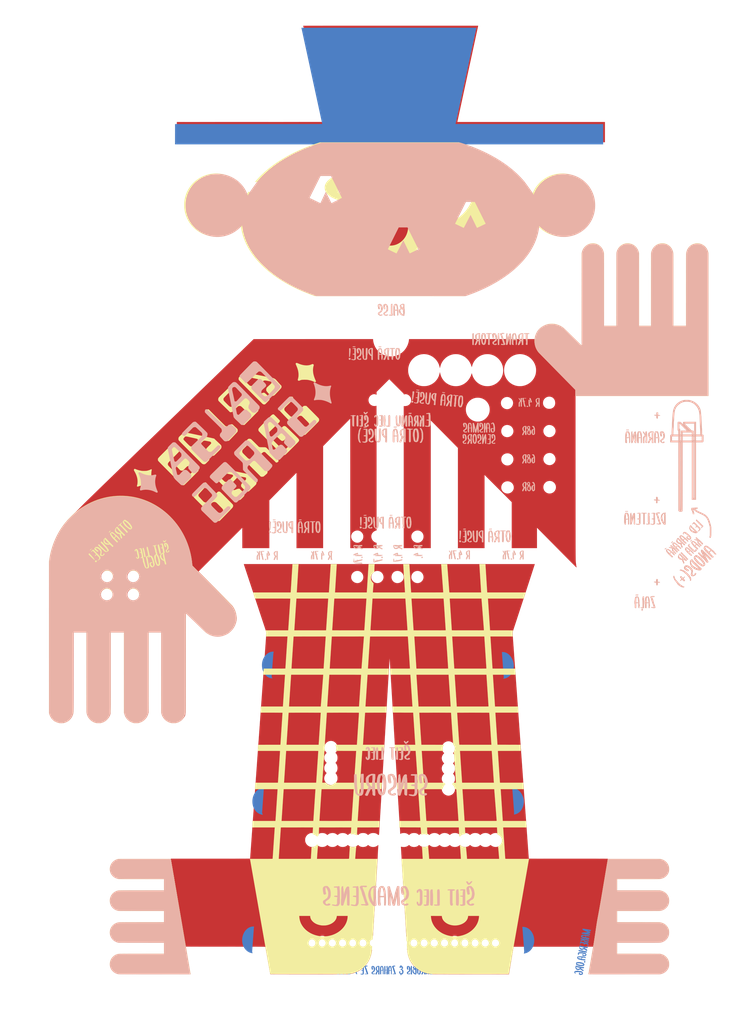
<source format=kicad_pcb>
(kicad_pcb (version 4) (host pcbnew 4.0.7)
  (layers (0 F.Cu signal) (31 B.Cu signal) (34 B.Paste user) (35 F.Paste user) (36 B.SilkS user) (37 F.SilkS user) (38 B.Mask user) (39 F.Mask user) (44 Edge.Cuts user))
  (net 0 "")
  (module LOGO (layer F.Cu) (at 0 0)
    (fp_text reference "G***" hide)
    (fp_text value "LOGO" hide)
    (fp_poly (pts (xy -7.090834 118.911687) (xy -7.087191 118.966201) (xy -7.070112 118.992826) (xy -7.030374 119.005799) (xy -7.029772 119.005920) (xy -6.961803 119.030844) (xy -6.886627 119.074796) (xy -6.820234 119.126969) (xy -6.779376 119.175163) (xy -6.759870 119.231269) (xy -6.752917 119.284950) (xy -6.738058 119.345073) (xy -6.712309 119.373541) (xy -6.680650 119.410633) (xy -6.663727 119.463455) (xy -6.663153 119.516440) (xy -6.680539 119.554021) (xy -6.692877 119.561252) (xy -6.725242 119.589337) (xy -6.742795 119.630119) (xy -6.765169 119.703937) (xy -6.802646 119.754776) (xy -6.853715 119.792750) (xy -6.900932 119.831252) (xy -6.919705 119.864367) (xy -6.907457 119.884803) (xy -6.887396 119.888000) (xy -6.840112 119.904383) (xy -6.779994 119.947274) (xy -6.716646 120.007284) (xy -6.659674 120.075024) (xy -6.618683 120.141106) (xy -6.611519 120.157662) (xy -6.587120 120.249565) (xy -6.573491 120.360672) (xy -6.570510 120.478371) (xy -6.578053 120.590050) (xy -6.595996 120.683098) (xy -6.617156 120.734666) (xy -6.649809 120.796692) (xy -6.672394 120.854042) (xy -6.674587 120.862253) (xy -6.697854 120.911219) (xy -6.739859 120.965606) (xy -6.751757 120.977690) (xy -6.795520 121.013465) (xy -6.842866 121.034066) (xy -6.909345 121.044936) (xy -6.953618 121.048361) (xy -7.090834 121.057098) (xy -7.090834 121.166815) (xy -7.099286 121.246969) (xy -7.121402 121.302738) (xy -7.152325 121.329600) (xy -7.187195 121.323034) (xy -7.217834 121.285000) (xy -7.248186 121.251286) (xy -7.271495 121.242666) (xy -7.288989 121.232820) (xy -7.298698 121.198210) (xy -7.302336 121.131225) (xy -7.302500 121.105083) (xy -7.302500 120.967500) (xy -7.375622 120.967500) (xy -7.449507 120.947616) (xy -7.517766 120.893086) (xy -7.575452 120.811593) (xy -7.617618 120.710818) (xy -7.639316 120.598443) (xy -7.641167 120.555145) (xy -7.629009 120.453375) (xy -7.590811 120.384146) (xy -7.523982 120.344756) (xy -7.427874 120.332500) (xy -7.355361 120.340560) (xy -7.311371 120.361904) (xy -7.300577 120.392274) (xy -7.325520 120.425760) (xy -7.356784 120.457949) (xy -7.396319 120.507687) (xy -7.405022 120.519770) (xy -7.454626 120.590140) (xy -7.410313 120.637309) (xy -7.378389 120.681565) (xy -7.366000 120.717810) (xy -7.353370 120.757584) (xy -7.325686 120.800929) (xy -7.295563 120.834199) (xy -7.273082 120.836314) (xy -7.241020 120.810577) (xy -7.207963 120.767576) (xy -7.196667 120.731386) (xy -7.186349 120.697591) (xy -7.159262 120.697438) (xy -7.121211 120.728756) (xy -7.088894 120.771708) (xy -7.040325 120.831040) (xy -6.998407 120.848595) (xy -6.963071 120.824390) (xy -6.953619 120.808750) (xy -6.925600 120.760222) (xy -6.892723 120.708775) (xy -6.873922 120.673643) (xy -6.863266 120.630303) (xy -6.859477 120.568122) (xy -6.861272 120.476463) (xy -6.862142 120.454775) (xy -6.867378 120.358676) (xy -6.876020 120.290511) (xy -6.891976 120.235882) (xy -6.919153 120.180392) (xy -6.951345 120.126125) (xy -7.006126 120.046078) (xy -7.050031 120.002044) (xy -7.071629 119.993833) (xy -7.115184 119.983168) (xy -7.171133 119.956961) (xy -7.180281 119.951579) (xy -7.242408 119.923039) (xy -7.302142 119.909431) (xy -7.307792 119.909245) (xy -7.354470 119.902037) (xy -7.361927 119.879788) (xy -7.330497 119.841296) (xy -7.327292 119.838363) (xy -7.276085 119.813392) (xy -7.203229 119.803348) (xy -7.200292 119.803333) (xy -7.143251 119.799959) (xy -7.117444 119.786504) (xy -7.112000 119.762426) (xy -7.094275 119.723404) (xy -7.070219 119.708258) (xy -7.006348 119.667045) (xy -6.962220 119.595199) (xy -6.943065 119.501855) (xy -6.942667 119.485447) (xy -6.945907 119.421744) (xy -6.958575 119.388426) (xy -6.985000 119.373866) (xy -7.019413 119.351672) (xy -7.027334 119.331329) (xy -7.044442 119.296865) (xy -7.059084 119.287678) (xy -7.084148 119.290607) (xy -7.090834 119.324057) (xy -7.107423 119.375063) (xy -7.147604 119.424987) (xy -7.196998 119.458618) (xy -7.223745 119.464666) (xy -7.264232 119.445218) (xy -7.291584 119.391458) (xy -7.302444 119.310262) (xy -7.302500 119.303262) (xy -7.303852 119.253560) (xy -7.310988 119.240456) (xy -7.328534 119.258232) (xy -7.333577 119.264829) (xy -7.358834 119.315906) (xy -7.365327 119.350261) (xy -7.380909 119.396833) (xy -7.416510 119.440360) (xy -7.457350 119.463862) (xy -7.464928 119.464666) (xy -7.508441 119.445612) (xy -7.539668 119.395783) (xy -7.553165 119.326184) (xy -7.551767 119.289161) (xy -7.523766 119.180132) (xy -7.465870 119.099431) (xy -7.385832 119.047469) (xy -7.330719 119.015905) (xy -7.306754 118.981720) (xy -7.303047 118.953106) (xy -7.296397 118.883156) (xy -7.272292 118.845517) (xy -7.221910 118.831058) (xy -7.183819 118.829666) (xy -7.090834 118.829666) (xy -7.090834 118.911687)) (layer B.Cu) (width 0.010000))
    (fp_poly (pts (xy 36.787543 120.185100) (xy 36.816038 120.196652) (xy 36.881660 120.215716) (xy 36.979364 120.231000) (xy 37.113076 120.243023) (xy 37.211000 120.248825) (xy 37.421710 120.264050) (xy 37.595416 120.287450) (xy 37.736969 120.320860) (xy 37.851222 120.366117) (xy 37.943027 120.425056) (xy 38.017235 120.499513) (xy 38.068211 120.573189) (xy 38.110170 120.649521) (xy 38.132617 120.712224) (xy 38.141316 120.781629) (xy 38.142333 120.834726) (xy 38.139832 120.915038) (xy 38.128947 120.970220) (xy 38.104605 121.017344) (xy 38.077054 121.054412) (xy 38.025550 121.109436) (xy 37.978499 121.133693) (xy 37.949197 121.136833) (xy 37.886446 121.149384) (xy 37.829267 121.177567) (xy 37.766737 121.205348) (xy 37.678859 121.224407) (xy 37.582062 121.232876) (xy 37.492772 121.228893) (xy 37.451786 121.220413) (xy 37.396873 121.196748) (xy 37.359236 121.168667) (xy 37.320832 121.146528) (xy 37.264373 121.136849) (xy 37.262069 121.136833) (xy 37.208817 121.128674) (xy 37.174292 121.099939) (xy 37.155101 121.044239) (xy 37.147853 120.955184) (xy 37.147500 120.921066) (xy 37.149833 120.843673) (xy 37.158843 120.797031) (xy 37.177547 120.769715) (xy 37.189833 120.760745) (xy 37.223681 120.720843) (xy 37.232490 120.686862) (xy 37.244878 120.623674) (xy 37.278163 120.591597) (xy 37.308786 120.589943) (xy 37.328815 120.598986) (xy 37.341550 120.622513) (xy 37.349158 120.669118) (xy 37.353810 120.747393) (xy 37.354731 120.771942) (xy 37.360878 120.946333) (xy 37.555814 120.946696) (xy 37.660178 120.944786) (xy 37.736096 120.937117) (xy 37.797309 120.921469) (xy 37.850469 120.899071) (xy 37.922591 120.852844) (xy 37.952641 120.803905) (xy 37.940528 120.752419) (xy 37.935634 120.745250) (xy 37.892439 120.709112) (xy 37.821713 120.671947) (xy 37.737663 120.639796) (xy 37.654495 120.618702) (xy 37.629846 120.615215) (xy 37.553226 120.600595) (xy 37.485079 120.576804) (xy 37.460565 120.563201) (xy 37.440367 120.551006) (xy 37.415290 120.541547) (xy 37.380074 120.534480) (xy 37.329460 120.529462) (xy 37.258188 120.526149) (xy 37.161000 120.524196) (xy 37.032636 120.523262) (xy 36.867836 120.523002) (xy 36.845130 120.523000) (xy 36.677156 120.523076) (xy 36.546360 120.523585) (xy 36.447589 120.524944) (xy 36.375687 120.527571) (xy 36.325499 120.531884) (xy 36.291871 120.538301) (xy 36.269647 120.547240) (xy 36.253674 120.559120) (xy 36.241022 120.571989) (xy 36.208408 120.616300) (xy 36.195000 120.653375) (xy 36.212848 120.695282) (xy 36.259367 120.742555) (xy 36.324014 120.784601) (xy 36.327249 120.786235) (xy 36.366676 120.818225) (xy 36.381572 120.846323) (xy 36.379029 120.868740) (xy 36.353894 120.879688) (xy 36.296877 120.882811) (xy 36.288524 120.882833) (xy 36.225589 120.879138) (xy 36.179938 120.862525) (xy 36.133858 120.824698) (xy 36.108042 120.798312) (xy 36.036522 120.697460) (xy 36.006438 120.591072) (xy 36.017851 120.482584) (xy 36.070826 120.375433) (xy 36.099588 120.338425) (xy 36.172884 120.252795) (xy 36.379734 120.243835) (xy 36.510067 120.234136) (xy 36.603484 120.217518) (xy 36.657288 120.197488) (xy 36.704203 120.175474) (xy 36.740970 120.171380) (xy 36.787543 120.185100)) (layer B.Cu) (width 0.010000))
    (fp_poly (pts (xy -16.446500 119.952891) (xy -16.446936 120.211372) (xy -16.448263 120.428919) (xy -16.450515 120.606922) (xy -16.453725 120.746770) (xy -16.457926 120.849854) (xy -16.463152 120.917563) (xy -16.469434 120.951289) (xy -16.470207 120.953016) (xy -16.499750 120.997567) (xy -16.544439 121.052132) (xy -16.559026 121.068041) (xy -16.624138 121.136833) (xy -16.860122 121.136833) (xy -16.965309 121.136039) (xy -17.036733 121.132778) (xy -17.082949 121.125728) (xy -17.112512 121.113570) (xy -17.133978 121.094984) (xy -17.134417 121.094500) (xy -17.177221 121.062353) (xy -17.211781 121.052166) (xy -17.242937 121.037801) (xy -17.250834 120.999250) (xy -17.248655 120.971603) (xy -17.235969 120.955781) (xy -17.203551 120.948488) (xy -17.142176 120.946429) (xy -17.102667 120.946333) (xy -17.017850 120.948745) (xy -16.963124 120.957795) (xy -16.926429 120.976200) (xy -16.911395 120.989438) (xy -16.868735 121.017953) (xy -16.838068 121.012379) (xy -16.827500 120.978306) (xy -16.809483 120.953051) (xy -16.779875 120.942513) (xy -16.762836 120.938887) (xy -16.750332 120.929634) (xy -16.741537 120.908849) (xy -16.735628 120.870626) (xy -16.731780 120.809059) (xy -16.729169 120.718244) (xy -16.726969 120.592274) (xy -16.726470 120.560041) (xy -16.720690 120.184333) (xy -16.842887 120.184044) (xy -16.946951 120.180345) (xy -17.014383 120.168781) (xy -17.050416 120.147773) (xy -17.060334 120.118364) (xy -17.047993 120.085388) (xy -17.032273 120.078500) (xy -16.999665 120.064174) (xy -16.958073 120.029311) (xy -16.954500 120.025583) (xy -16.905712 119.988029) (xy -16.843229 119.973602) (xy -16.813228 119.972666) (xy -16.721667 119.972666) (xy -16.721667 119.216077) (xy -16.809017 119.202109) (xy -16.876330 119.185582) (xy -16.932200 119.162394) (xy -16.940727 119.157070) (xy -16.994787 119.132443) (xy -17.033294 119.126000) (xy -17.072898 119.118775) (xy -17.075783 119.095565) (xy -17.041927 119.054066) (xy -17.032511 119.045022) (xy -17.008833 119.025845) (xy -16.980582 119.012863) (xy -16.939537 119.004884) (xy -16.877476 119.000716) (xy -16.786176 118.999167) (xy -16.715011 118.999000) (xy -16.446500 118.999000) (xy -16.446500 119.952891)) (layer B.Cu) (width 0.010000))
    (fp_poly (pts (xy -12.573000 121.136833) (xy -12.633220 121.136833) (xy -12.692455 121.122013) (xy -12.731750 121.094500) (xy -12.774555 121.062353) (xy -12.809114 121.052166) (xy -12.824376 121.049270) (xy -12.835059 121.036350) (xy -12.841971 121.007056) (xy -12.845921 120.955038) (xy -12.847717 120.873949) (xy -12.848165 120.757438) (xy -12.848167 120.745250) (xy -12.848167 120.438333) (xy -12.932834 120.438333) (xy -12.987028 120.440421) (xy -13.011110 120.454558) (xy -13.017298 120.492550) (xy -13.017500 120.520145) (xy -13.029336 120.595520) (xy -13.057055 120.652437) (xy -13.090286 120.702417) (xy -13.131061 120.774507) (xy -13.174288 120.858222) (xy -13.214875 120.943075) (xy -13.247728 121.018579) (xy -13.267757 121.074248) (xy -13.271500 121.094030) (xy -13.278262 121.121751) (xy -13.305950 121.134183) (xy -13.358149 121.136833) (xy -13.417271 121.132244) (xy -13.446808 121.114986) (xy -13.455867 121.094500) (xy -13.481748 121.059911) (xy -13.506803 121.052166) (xy -13.536791 121.035217) (xy -13.546773 120.990612) (xy -13.537276 120.927712) (xy -13.508831 120.855879) (xy -13.494226 120.829916) (xy -13.446658 120.746262) (xy -13.394189 120.644869) (xy -13.343357 120.539312) (xy -13.300698 120.443168) (xy -13.272748 120.370010) (xy -13.272692 120.369836) (xy -13.251771 120.316135) (xy -13.231844 120.282256) (xy -13.227997 120.278859) (xy -13.227088 120.256587) (xy -13.245983 120.214576) (xy -13.276840 120.165150) (xy -13.311815 120.120630) (xy -13.343067 120.093338) (xy -13.347345 120.091336) (xy -13.372688 120.063064) (xy -13.377334 120.040111) (xy -13.392220 119.996462) (xy -13.419667 119.962083) (xy -13.437274 119.942342) (xy -13.449227 119.915532) (xy -13.456597 119.873823) (xy -13.460455 119.809385) (xy -13.461842 119.716439) (xy -13.185811 119.716439) (xy -13.185711 119.792542) (xy -13.182043 119.841826) (xy -13.173839 119.872032) (xy -13.160130 119.890903) (xy -13.146271 119.901842) (xy -13.110238 119.949875) (xy -13.102167 120.005616) (xy -13.096552 120.054101) (xy -13.082772 120.077979) (xy -13.080143 120.078500) (xy -13.045926 120.091359) (xy -12.995167 120.123181) (xy -12.942073 120.163833) (xy -12.900852 120.203179) (xy -12.894684 120.210791) (xy -12.868832 120.240315) (xy -12.857550 120.247833) (xy -12.855056 120.227584) (xy -12.852811 120.170507) (xy -12.850907 120.082106) (xy -12.849438 119.967887) (xy -12.848494 119.833354) (xy -12.848167 119.686916) (xy -12.848335 119.518023) (xy -12.849047 119.386761) (xy -12.850614 119.288428) (xy -12.853349 119.218323) (xy -12.857565 119.171742) (xy -12.863573 119.143985) (xy -12.871686 119.130349) (xy -12.882216 119.126133) (xy -12.885409 119.126000) (xy -12.925559 119.142495) (xy -12.948165 119.166855) (xy -12.987718 119.200369) (xy -13.030539 119.214480) (xy -13.084657 119.236981) (xy -13.131824 119.280926) (xy -13.150935 119.311629) (xy -13.164227 119.349095) (xy -13.173065 119.401927) (xy -13.178811 119.478729) (xy -13.182829 119.588102) (xy -13.183312 119.605776) (xy -13.185811 119.716439) (xy -13.461842 119.716439) (xy -13.461873 119.714389) (xy -13.462000 119.652592) (xy -13.462000 119.381413) (xy -13.362816 119.269581) (xy -13.299834 119.198880) (xy -13.255642 119.151691) (xy -13.220832 119.119957) (xy -13.185992 119.095617) (xy -13.141713 119.070612) (xy -13.111964 119.054741) (xy -13.058788 119.028801) (xy -13.009100 119.012373) (xy -12.950709 119.003344) (xy -12.871426 118.999604) (xy -12.790127 118.999000) (xy -12.573000 118.999000) (xy -12.573000 121.136833)) (layer B.Cu) (width 0.010000))
    (fp_poly (pts (xy -10.535405 119.152458) (xy -10.525917 119.243498) (xy -10.509915 119.330566) (xy -10.492329 119.390583) (xy -10.482984 119.419015) (xy -10.475449 119.456159) (xy -10.469530 119.506527) (xy -10.465035 119.574631) (xy -10.461770 119.664981) (xy -10.459543 119.782090) (xy -10.458161 119.930469) (xy -10.457431 120.114630) (xy -10.457263 120.210791) (xy -10.457105 120.406890) (xy -10.457333 120.565045) (xy -10.458180 120.689647) (xy -10.459881 120.785084) (xy -10.462670 120.855746) (xy -10.466779 120.906023) (xy -10.472442 120.940304) (xy -10.479894 120.962979) (xy -10.489367 120.978437) (xy -10.498667 120.988666) (xy -10.530691 121.039092) (xy -10.541000 121.083916) (xy -10.544948 121.116570) (xy -10.564354 121.132041) (xy -10.610560 121.136631) (xy -10.636250 121.136833) (xy -10.731500 121.136833) (xy -10.731500 121.057258) (xy -10.741154 120.990600) (xy -10.772898 120.951837) (xy -10.773834 120.951245) (xy -10.795066 120.932738) (xy -10.807784 120.903393) (xy -10.814030 120.853444) (xy -10.815846 120.773126) (xy -10.815854 120.750362) (xy -10.811782 120.647091) (xy -10.801371 120.540495) (xy -10.786824 120.452770) (xy -10.785943 120.448916) (xy -10.766145 120.353297) (xy -10.748470 120.250246) (xy -10.741484 120.200208) (xy -10.726623 120.078500) (xy -11.070167 120.078500) (xy -11.070167 121.052166) (xy -11.345334 121.052166) (xy -11.345334 120.071197) (xy -11.345241 119.840998) (xy -11.344874 119.649448) (xy -11.344097 119.492867) (xy -11.342776 119.367569) (xy -11.340775 119.269873) (xy -11.337962 119.196095) (xy -11.334200 119.142552) (xy -11.329355 119.105562) (xy -11.323292 119.081441) (xy -11.315877 119.066507) (xy -11.308292 119.058182) (xy -11.234452 119.018596) (xy -11.149177 119.007899) (xy -11.118430 119.012642) (xy -11.070167 119.024755) (xy -11.070167 119.972666) (xy -10.725160 119.972666) (xy -10.737596 119.692208) (xy -10.745155 119.572107) (xy -10.756276 119.459373) (xy -10.769569 119.365878) (xy -10.782871 119.305916) (xy -10.809084 119.203748) (xy -10.813378 119.135186) (xy -10.795780 119.097637) (xy -10.785223 119.091630) (xy -10.753250 119.062977) (xy -10.741463 119.039377) (xy -10.722798 119.012689) (xy -10.681684 119.000845) (xy -10.636496 118.999000) (xy -10.544345 118.999000) (xy -10.535405 119.152458)) (layer B.Cu) (width 0.010000))
    (fp_poly (pts (xy -4.455584 119.009583) (xy -4.450085 120.023998) (xy -4.444585 121.038413) (xy -4.490816 121.087623) (xy -4.542264 121.126035) (xy -4.590217 121.134796) (xy -4.623977 121.112674) (xy -4.628468 121.103461) (xy -4.656994 121.070489) (xy -4.691304 121.051069) (xy -4.741334 121.032047) (xy -4.740163 120.063148) (xy -4.738992 119.094250) (xy -4.677037 119.045324) (xy -4.608026 119.008070) (xy -4.535333 119.002991) (xy -4.455584 119.009583)) (layer B.Cu) (width 0.010000))
    (fp_poly (pts (xy -3.577167 119.003019) (xy -3.397250 119.009583) (xy -3.385347 119.348250) (xy -3.377436 119.514212) (xy -3.366492 119.642254) (xy -3.352047 119.736711) (xy -3.337722 119.790822) (xy -3.325378 119.834001) (xy -3.316125 119.886179) (xy -3.309563 119.953692) (xy -3.305294 120.042877) (xy -3.302918 120.160070) (xy -3.302035 120.311608) (xy -3.302000 120.357237) (xy -3.302205 120.509127) (xy -3.303137 120.624331) (xy -3.305277 120.708497) (xy -3.309103 120.767274) (xy -3.315096 120.806307) (xy -3.323734 120.831246) (xy -3.335496 120.847736) (xy -3.344334 120.855994) (xy -3.378848 120.911226) (xy -3.386667 120.973595) (xy -3.394293 121.058544) (xy -3.420444 121.109682) (xy -3.470028 121.133281) (xy -3.514412 121.136833) (xy -3.569506 121.133215) (xy -3.593722 121.118625) (xy -3.598334 121.094500) (xy -3.603531 121.069769) (xy -3.625882 121.057043) (xy -3.675530 121.052529) (xy -3.711575 121.052166) (xy -3.793395 121.046379) (xy -3.856759 121.024319) (xy -3.907366 120.991801) (xy -4.013727 120.903424) (xy -4.110861 120.802981) (xy -4.193089 120.698207) (xy -4.254733 120.596836) (xy -4.290114 120.506603) (xy -4.296369 120.461955) (xy -4.302794 120.408316) (xy -4.318014 120.341272) (xy -4.321432 120.329392) (xy -4.335177 120.256778) (xy -4.324348 120.202546) (xy -4.323120 120.199937) (xy -4.304791 120.146875) (xy -4.297209 120.111936) (xy -4.108383 120.111936) (xy -4.093467 120.225824) (xy -4.051833 120.356419) (xy -4.042807 120.378273) (xy -3.983231 120.501971) (xy -3.913412 120.611300) (xy -3.824194 120.719015) (xy -3.727485 120.817657) (xy -3.608917 120.932398) (xy -3.603226 120.438153) (xy -3.601842 120.271853) (xy -3.602107 120.143661) (xy -3.604195 120.049380) (xy -3.608279 119.984811) (xy -3.614534 119.945756) (xy -3.623134 119.928015) (xy -3.624393 119.927080) (xy -3.648923 119.927491) (xy -3.658014 119.952042) (xy -3.679458 119.986066) (xy -3.720664 119.991212) (xy -3.770484 119.967527) (xy -3.788834 119.951500) (xy -3.849609 119.917412) (xy -3.927343 119.908139) (xy -4.004869 119.923443) (xy -4.057345 119.955189) (xy -4.096402 120.019981) (xy -4.108383 120.111936) (xy -4.297209 120.111936) (xy -4.290177 120.079533) (xy -4.288906 120.070969) (xy -4.256385 119.967668) (xy -4.194615 119.883788) (xy -4.111340 119.826648) (xy -4.014305 119.803569) (xy -4.005792 119.803412) (xy -3.953764 119.795626) (xy -3.939938 119.775011) (xy -3.963617 119.745434) (xy -4.022393 119.711545) (xy -4.102551 119.656208) (xy -4.162726 119.579014) (xy -4.199367 119.490121) (xy -4.208927 119.399688) (xy -4.189537 119.324406) (xy -3.915834 119.324406) (xy -3.914524 119.391506) (xy -3.906335 119.438093) (xy -3.884875 119.478068) (xy -3.843753 119.525332) (xy -3.805432 119.564542) (xy -3.751520 119.618374) (xy -3.710405 119.658005) (xy -3.689862 119.675968) (xy -3.689015 119.676333) (xy -3.686778 119.656476) (xy -3.684918 119.602146) (xy -3.683607 119.521203) (xy -3.683017 119.421504) (xy -3.683000 119.401166) (xy -3.683000 119.126000) (xy -3.760709 119.126000) (xy -3.835411 119.135724) (xy -3.883221 119.168663) (xy -3.908556 119.230465) (xy -3.915834 119.324406) (xy -4.189537 119.324406) (xy -4.187854 119.317874) (xy -4.169834 119.289557) (xy -4.140314 119.245954) (xy -4.127516 119.215010) (xy -4.127500 119.214418) (xy -4.112712 119.190123) (xy -4.074294 119.148578) (xy -4.030434 119.107656) (xy -3.970844 119.060896) (xy -3.910631 119.029064) (xy -3.840350 119.009978) (xy -3.750556 119.001459) (xy -3.631802 119.001326) (xy -3.577167 119.003019)) (layer B.Cu) (width 0.010000))
    (fp_poly (pts (xy -2.244358 119.786491) (xy -2.244681 119.992496) (xy -2.245396 120.160799) (xy -2.246714 120.296029) (xy -2.248850 120.402817) (xy -2.252016 120.485793) (xy -2.256425 120.549587) (xy -2.262290 120.598829) (xy -2.269823 120.638151) (xy -2.279238 120.672181) (xy -2.286000 120.692333) (xy -2.309574 120.775033) (xy -2.324712 120.858139) (xy -2.327643 120.897196) (xy -2.341259 120.981458) (xy -2.381025 121.032752) (xy -2.447688 121.051972) (xy -2.456846 121.052166) (xy -2.504808 121.061196) (xy -2.518834 121.081652) (xy -2.535977 121.113942) (xy -2.552315 121.123985) (xy -2.623219 121.136883) (xy -2.704664 121.122370) (xy -2.803111 121.078672) (xy -2.878125 121.034505) (xy -2.958901 120.981103) (xy -3.010341 120.939311) (xy -3.040619 120.901111) (xy -3.057907 120.858488) (xy -3.058042 120.858013) (xy -3.082768 120.794809) (xy -3.113896 120.743761) (xy -3.116792 120.740415) (xy -3.130742 120.720157) (xy -3.140744 120.690535) (xy -3.147427 120.644926) (xy -3.151418 120.576705) (xy -3.153344 120.479249) (xy -3.153834 120.349562) (xy -3.154248 120.218413) (xy -3.155979 120.122601) (xy -3.159760 120.055135) (xy -3.166323 120.009024) (xy -3.176402 119.977277) (xy -3.190729 119.952901) (xy -3.196167 119.945724) (xy -3.210806 119.924227) (xy -3.221634 119.898094) (xy -3.229220 119.861045) (xy -3.234131 119.806801) (xy -3.236937 119.729081) (xy -3.238204 119.621605) (xy -3.238500 119.478093) (xy -3.238500 119.063475) (xy -3.187313 119.029936) (xy -3.117959 119.005665) (xy -3.044438 119.002990) (xy -2.952750 119.009583) (xy -2.942167 119.402202) (xy -2.937689 119.546408) (xy -2.932668 119.654563) (xy -2.926439 119.732949) (xy -2.918335 119.787847) (xy -2.907691 119.825540) (xy -2.894542 119.851249) (xy -2.882458 119.873952) (xy -2.873284 119.904188) (xy -2.866634 119.947620) (xy -2.862119 120.009912) (xy -2.859351 120.096726) (xy -2.857943 120.213726) (xy -2.857506 120.366574) (xy -2.857500 120.391974) (xy -2.857324 120.547685) (xy -2.856490 120.666601) (xy -2.854539 120.754257) (xy -2.851011 120.816193) (xy -2.845449 120.857944) (xy -2.837392 120.885049) (xy -2.826383 120.903044) (xy -2.814105 120.915544) (xy -2.783719 120.939664) (xy -2.757119 120.943050) (xy -2.716827 120.925695) (xy -2.697689 120.915491) (xy -2.646232 120.877496) (xy -2.624785 120.838782) (xy -2.624667 120.836115) (xy -2.614779 120.790861) (xy -2.590667 120.734021) (xy -2.587625 120.728323) (xy -2.578094 120.707268) (xy -2.570182 120.679408) (xy -2.563667 120.640553) (xy -2.558326 120.586515) (xy -2.553935 120.513105) (xy -2.550271 120.416133) (xy -2.547110 120.291412) (xy -2.544229 120.134753) (xy -2.541405 119.941965) (xy -2.540000 119.835083) (xy -2.529417 119.009583) (xy -2.243667 118.997065) (xy -2.244358 119.786491)) (layer B.Cu) (width 0.010000))
    (fp_poly (pts (xy -1.293548 118.999508) (xy -1.208269 119.002732) (xy -1.152685 119.013366) (xy -1.120487 119.035816) (xy -1.105367 119.074490) (xy -1.101018 119.133794) (xy -1.101131 119.218134) (xy -1.101132 119.218427) (xy -1.104431 119.331598) (xy -1.114957 119.415548) (xy -1.134602 119.483051) (xy -1.143465 119.504019) (xy -1.155890 119.534236) (xy -1.165596 119.567251) (xy -1.172914 119.608468) (xy -1.178178 119.663293) (xy -1.181718 119.737132) (xy -1.183867 119.835391) (xy -1.184956 119.963476) (xy -1.185318 120.126792) (xy -1.185334 120.186133) (xy -1.185166 120.360654) (xy -1.184442 120.498044) (xy -1.182827 120.603504) (xy -1.179988 120.682234) (xy -1.175592 120.739436) (xy -1.169305 120.780311) (xy -1.160794 120.810060) (xy -1.149726 120.833884) (xy -1.143080 120.845280) (xy -1.109603 120.925363) (xy -1.102580 121.003674) (xy -1.119620 121.071024) (xy -1.158331 121.118226) (xy -1.216324 121.136092) (xy -1.218751 121.136072) (xy -1.278024 121.116263) (xy -1.333581 121.067140) (xy -1.373621 121.000940) (xy -1.384300 120.964355) (xy -1.405662 120.895780) (xy -1.438364 120.835995) (xy -1.439890 120.834017) (xy -1.461488 120.798459) (xy -1.474316 120.752154) (xy -1.480367 120.684027) (xy -1.481667 120.601628) (xy -1.483962 120.503571) (xy -1.491604 120.440263) (xy -1.505733 120.404329) (xy -1.513417 120.396000) (xy -1.538472 120.381180) (xy -1.545140 120.400385) (xy -1.545167 120.403479) (xy -1.555698 120.443038) (xy -1.581619 120.496777) (xy -1.587421 120.506613) (xy -1.615975 120.568904) (xy -1.629572 120.628960) (xy -1.629755 120.634594) (xy -1.639882 120.681895) (xy -1.666624 120.754261) (xy -1.704651 120.840557) (xy -1.748629 120.929647) (xy -1.793227 121.010396) (xy -1.833112 121.071670) (xy -1.847442 121.089208) (xy -1.909020 121.129172) (xy -1.977705 121.131186) (xy -2.042000 121.095327) (xy -2.049478 121.087844) (xy -2.084990 121.038156) (xy -2.092229 120.986602) (xy -2.071588 120.920478) (xy -2.055704 120.887281) (xy -2.025743 120.812778) (xy -2.003090 120.730184) (xy -2.000490 120.716209) (xy -1.981866 120.648285) (xy -1.953081 120.616092) (xy -1.945037 120.613199) (xy -1.911724 120.589218) (xy -1.904727 120.568156) (xy -1.898501 120.530864) (xy -1.882524 120.467723) (xy -1.862499 120.399742) (xy -1.820543 120.265900) (xy -1.876640 120.192353) (xy -1.920739 120.141343) (xy -1.962076 120.104124) (xy -1.971786 120.097908) (xy -2.000180 120.066284) (xy -2.010593 120.006196) (xy -2.010834 119.991135) (xy -2.025565 119.903076) (xy -2.053167 119.851442) (xy -2.075231 119.815309) (xy -2.088239 119.768740) (xy -2.094281 119.700409) (xy -2.095500 119.621811) (xy -2.093749 119.562512) (xy -1.798871 119.562512) (xy -1.794266 119.668188) (xy -1.769273 119.766522) (xy -1.757763 119.792750) (xy -1.728303 119.861093) (xy -1.706749 119.925598) (xy -1.703540 119.938989) (xy -1.680771 119.991365) (xy -1.638574 120.049396) (xy -1.587886 120.101270) (xy -1.539645 120.135178) (xy -1.515534 120.142000) (xy -1.501990 120.137208) (xy -1.492561 120.118671) (xy -1.486532 120.080142) (xy -1.483193 120.015376) (xy -1.481832 119.918127) (xy -1.481667 119.844963) (xy -1.481125 119.724652) (xy -1.478697 119.637530) (xy -1.473177 119.574456) (xy -1.463361 119.526292) (xy -1.448044 119.483898) (xy -1.428750 119.443500) (xy -1.383373 119.313238) (xy -1.375834 119.232536) (xy -1.375834 119.126000) (xy -1.448491 119.126000) (xy -1.504430 119.133716) (xy -1.531706 119.160615) (xy -1.534584 119.168333) (xy -1.565580 119.204000) (xy -1.595821 119.210666) (xy -1.658979 119.230200) (xy -1.713142 119.283341) (xy -1.756031 119.361900) (xy -1.785367 119.457687) (xy -1.798871 119.562512) (xy -2.093749 119.562512) (xy -2.093066 119.539417) (xy -2.086588 119.474169) (xy -2.077303 119.436912) (xy -2.073931 119.432667) (xy -2.052744 119.407369) (xy -2.021852 119.357006) (xy -2.001207 119.318388) (xy -1.958252 119.249297) (xy -1.903382 119.182121) (xy -1.845854 119.126237) (xy -1.794924 119.091026) (xy -1.769535 119.083666) (xy -1.734174 119.071404) (xy -1.688228 119.041858) (xy -1.687558 119.041333) (xy -1.656702 119.021667) (xy -1.618039 119.009139) (xy -1.561921 119.002260) (xy -1.478703 118.999543) (xy -1.414829 118.999289) (xy -1.293548 118.999508)) (layer B.Cu) (width 0.010000))
    (fp_poly (pts (xy -11.828621 119.014224) (xy -11.748186 119.042511) (xy -11.698054 119.085440) (xy -11.683530 119.131779) (xy -11.670367 119.182202) (xy -11.641667 119.231833) (xy -11.611120 119.291335) (xy -11.599804 119.348675) (xy -11.593912 119.400923) (xy -11.578879 119.477461) (xy -11.557906 119.562083) (xy -11.557000 119.565365) (xy -11.545011 119.612010) (xy -11.535502 119.659424) (xy -11.528191 119.713075) (xy -11.522797 119.778429) (xy -11.519037 119.860954) (xy -11.516629 119.966117) (xy -11.515290 120.099386) (xy -11.514738 120.266229) (xy -11.514667 120.385148) (xy -11.514667 121.052166) (xy -11.705167 121.052166) (xy -11.705167 120.184333) (xy -12.128500 120.184333) (xy -12.128500 120.624600) (xy -12.129039 120.781866) (xy -12.131185 120.901777) (xy -12.135729 120.989303) (xy -12.143466 121.049414) (xy -12.155186 121.087080) (xy -12.171684 121.107271) (xy -12.193752 121.114958) (xy -12.206817 121.115666) (xy -12.231179 121.098634) (xy -12.234334 121.083916) (xy -12.248315 121.061839) (xy -12.294659 121.052742) (xy -12.319000 121.052166) (xy -12.403667 121.052166) (xy -12.403667 120.258339) (xy -12.403567 120.053294) (xy -12.403125 119.886176) (xy -12.402126 119.752582) (xy -12.401639 119.723758) (xy -12.128500 119.723758) (xy -12.128500 120.057333) (xy -11.785220 120.057333) (xy -11.793631 119.745125) (xy -11.799100 119.601359) (xy -11.807104 119.494012) (xy -11.818287 119.417212) (xy -11.833293 119.365086) (xy -11.836005 119.358833) (xy -11.861731 119.300045) (xy -11.880482 119.252586) (xy -11.882153 119.247708) (xy -11.907758 119.216306) (xy -11.926753 119.210666) (xy -11.953345 119.192981) (xy -11.959167 119.168333) (xy -11.974134 119.132957) (xy -12.001500 119.126000) (xy -12.026909 119.131581) (xy -12.039571 119.155266) (xy -12.043657 119.207462) (xy -12.043834 119.231653) (xy -12.048061 119.301932) (xy -12.063468 119.343242) (xy -12.086167 119.363745) (xy -12.102173 119.376464) (xy -12.113555 119.395849) (xy -12.121093 119.428544) (xy -12.125570 119.481198) (xy -12.127767 119.560457) (xy -12.128465 119.672968) (xy -12.128500 119.723758) (xy -12.401639 119.723758) (xy -12.400358 119.648107) (xy -12.397606 119.568344) (xy -12.393658 119.508891) (xy -12.388299 119.465341) (xy -12.381315 119.433289) (xy -12.372493 119.408332) (xy -12.361620 119.386063) (xy -12.361334 119.385528) (xy -12.333789 119.318402) (xy -12.319542 119.252946) (xy -12.319000 119.241574) (xy -12.299865 119.169986) (xy -12.249244 119.100450) (xy -12.199996 119.053697) (xy -12.149493 119.027119) (xy -12.079401 119.011973) (xy -12.057593 119.009064) (xy -11.933658 119.002452) (xy -11.828621 119.014224)) (layer B.Cu) (width 0.010000))
    (fp_poly (pts (xy -9.773173 119.006413) (xy -9.702510 119.030297) (xy -9.663506 119.073119) (xy -9.652000 119.134502) (xy -9.636518 119.205066) (xy -9.609667 119.242416) (xy -9.574542 119.301755) (xy -9.567334 119.356889) (xy -9.561399 119.416413) (xy -9.545869 119.498147) (xy -9.525000 119.581083) (xy -9.512976 119.626457) (xy -9.503448 119.672722) (xy -9.496132 119.725339) (xy -9.490742 119.789770) (xy -9.486993 119.871475) (xy -9.484599 119.975915) (xy -9.483275 120.108552) (xy -9.482734 120.274846) (xy -9.482667 120.390640) (xy -9.482667 121.052166) (xy -9.673167 121.052166) (xy -9.673167 120.184333) (xy -10.095675 120.184333) (xy -10.101379 120.644431) (xy -10.103556 120.796525) (xy -10.106117 120.911479) (xy -10.109517 120.994487) (xy -10.114213 121.050742) (xy -10.120662 121.085438) (xy -10.129318 121.103767) (xy -10.140639 121.110923) (xy -10.142392 121.111316) (xy -10.182096 121.101293) (xy -10.195309 121.086825) (xy -10.226819 121.063835) (xy -10.280326 121.049312) (xy -10.287000 121.048565) (xy -10.361084 121.041583) (xy -10.366636 120.249763) (xy -10.367897 120.057333) (xy -10.096500 120.057333) (xy -9.884834 120.057333) (xy -9.784261 120.056062) (xy -9.719671 120.051673) (xy -9.684772 120.043301) (xy -9.673274 120.030083) (xy -9.673167 120.028244) (xy -9.680103 119.991772) (xy -9.697599 119.933721) (xy -9.707140 119.906536) (xy -9.725075 119.841668) (xy -9.742665 119.751273) (xy -9.756794 119.652065) (xy -9.759744 119.624579) (xy -9.777092 119.501966) (xy -9.802499 119.392496) (xy -9.833468 119.303053) (xy -9.867502 119.240518) (xy -9.902105 119.211774) (xy -9.909895 119.210666) (xy -9.942120 119.195140) (xy -9.948334 119.176324) (xy -9.953901 119.153864) (xy -9.977007 119.165811) (xy -9.980084 119.168333) (xy -10.002897 119.212576) (xy -10.011738 119.294522) (xy -10.011834 119.306196) (xy -10.022891 119.409394) (xy -10.051683 119.505428) (xy -10.053702 119.509980) (xy -10.074120 119.564832) (xy -10.086997 119.628030) (xy -10.093806 119.710705) (xy -10.096021 119.823988) (xy -10.096036 119.829791) (xy -10.096500 120.057333) (xy -10.367897 120.057333) (xy -10.367978 120.045094) (xy -10.368721 119.878296) (xy -10.368677 119.744908) (xy -10.367658 119.640469) (xy -10.365477 119.560518) (xy -10.361946 119.500595) (xy -10.356877 119.456238) (xy -10.350082 119.422988) (xy -10.341373 119.396384) (xy -10.330564 119.371964) (xy -10.329595 119.369955) (xy -10.303194 119.303515) (xy -10.288254 119.242834) (xy -10.287000 119.227032) (xy -10.268276 119.172709) (xy -10.217950 119.114155) (xy -10.144791 119.059875) (xy -10.081305 119.027542) (xy -10.022698 119.012030) (xy -9.942177 119.001664) (xy -9.879640 118.999000) (xy -9.773173 119.006413)) (layer B.Cu) (width 0.010000))
    (fp_poly (pts (xy -22.839987 118.940791) (xy -22.812935 118.974206) (xy -22.774108 119.022582) (xy -22.766396 119.032228) (xy -22.712281 119.083519) (xy -22.643859 119.128451) (xy -22.628494 119.135985) (xy -22.569784 119.167568) (xy -22.544411 119.192687) (xy -22.554666 119.207828) (xy -22.579742 119.210666) (xy -22.619512 119.227176) (xy -22.643422 119.253000) (xy -22.679556 119.289809) (xy -22.721114 119.286802) (xy -22.757792 119.260302) (xy -22.774413 119.247288) (xy -22.785437 119.248165) (xy -22.792011 119.269051) (xy -22.795280 119.316064) (xy -22.796392 119.395322) (xy -22.796500 119.466877) (xy -22.795849 119.572394) (xy -22.793052 119.643609) (xy -22.786840 119.688547) (xy -22.775947 119.715231) (xy -22.759105 119.731684) (xy -22.754167 119.734921) (xy -22.741744 119.744338) (xy -22.732021 119.758469) (xy -22.724669 119.782140) (xy -22.719356 119.820177) (xy -22.715753 119.877408) (xy -22.713530 119.958660) (xy -22.712356 120.068759) (xy -22.711901 120.212532) (xy -22.711834 120.353846) (xy -22.711834 120.946333) (xy -22.652567 120.946333) (xy -22.588922 120.959736) (xy -22.549879 120.995110) (xy -22.542500 121.024650) (xy -22.552601 121.036683) (xy -22.586456 121.044873) (xy -22.649394 121.049772) (xy -22.746742 121.051936) (xy -22.807084 121.052166) (xy -23.071667 121.052166) (xy -23.071667 120.999250) (xy -23.061745 120.957754) (xy -23.029334 120.946333) (xy -23.016292 120.944923) (xy -23.006246 120.937438) (xy -22.998806 120.918995) (xy -22.993580 120.884713) (xy -22.990179 120.829708) (xy -22.988211 120.749098) (xy -22.987286 120.638001) (xy -22.987014 120.491533) (xy -22.987000 120.417166) (xy -22.987167 120.253412) (xy -22.987929 120.126700) (xy -22.989678 120.031742) (xy -22.992805 119.963246) (xy -22.997703 119.915924) (xy -23.004764 119.884486) (xy -23.014378 119.863641) (xy -23.026939 119.848100) (xy -23.029334 119.845666) (xy -23.044304 119.827946) (xy -23.055273 119.804929) (xy -23.062856 119.770294) (xy -23.067670 119.717723) (xy -23.070332 119.640898) (xy -23.071458 119.533499) (xy -23.071667 119.411750) (xy -23.070744 119.259782) (xy -23.067863 119.147396) (xy -23.062859 119.071877) (xy -23.055564 119.030509) (xy -23.047636 119.020166) (xy -23.017998 119.005868) (xy -22.978160 118.971063) (xy -22.974563 118.967250) (xy -22.918154 118.923037) (xy -22.869213 118.918903) (xy -22.839987 118.940791)) (layer B.Cu) (width 0.010000))
    (fp_poly (pts (xy -21.998048 118.949028) (xy -21.951803 118.973653) (xy -21.946916 118.976621) (xy -21.888112 119.005269) (xy -21.835401 119.019683) (xy -21.828391 119.020087) (xy -21.783074 119.038218) (xy -21.733577 119.094399) (xy -21.723091 119.110125) (xy -21.692182 119.165020) (xy -21.673151 119.221222) (xy -21.662379 119.293247) (xy -21.657153 119.374708) (xy -21.649156 119.549333) (xy -21.844000 119.549333) (xy -21.844000 119.467947) (xy -21.858527 119.387229) (xy -21.886334 119.348250) (xy -21.918166 119.309750) (xy -21.928667 119.281648) (xy -21.944914 119.249262) (xy -21.971000 119.226921) (xy -22.004487 119.191484) (xy -22.013334 119.163241) (xy -22.026333 119.131746) (xy -22.061029 119.131155) (xy -22.110972 119.160750) (xy -22.128660 119.176052) (xy -22.159457 119.210556) (xy -22.175812 119.250543) (xy -22.182021 119.310407) (xy -22.182667 119.357019) (xy -22.174927 119.460774) (xy -22.153545 119.542359) (xy -22.147345 119.555676) (xy -22.117539 119.626707) (xy -22.097190 119.697500) (xy -22.075049 119.794031) (xy -22.044238 119.909312) (xy -22.007563 120.034645) (xy -21.967830 120.161332) (xy -21.927844 120.280677) (xy -21.890412 120.383981) (xy -21.858340 120.462547) (xy -21.837023 120.503943) (xy -21.811705 120.551917) (xy -21.779433 120.625965) (xy -21.744204 120.715183) (xy -21.710013 120.808666) (xy -21.680854 120.895510) (xy -21.660725 120.964809) (xy -21.653604 121.004541) (xy -21.654773 121.022823) (xy -21.662578 121.035701) (xy -21.683327 121.044123) (xy -21.723328 121.049034) (xy -21.788890 121.051381) (xy -21.886319 121.052111) (xy -21.971000 121.052166) (xy -22.288500 121.052166) (xy -22.288500 120.999250) (xy -22.286849 120.973625) (xy -22.276305 120.957986) (xy -22.248489 120.949868) (xy -22.195019 120.946805) (xy -22.108584 120.946333) (xy -22.015238 120.944848) (xy -21.957632 120.936541) (xy -21.933400 120.915637) (xy -21.940178 120.876360) (xy -21.975601 120.812933) (xy -22.023917 120.739519) (xy -22.080709 120.645265) (xy -22.112950 120.569815) (xy -22.119246 120.533809) (xy -22.130650 120.470747) (xy -22.158081 120.406549) (xy -22.159123 120.404819) (xy -22.191605 120.338995) (xy -22.213513 120.273114) (xy -22.226021 120.225698) (xy -22.248374 120.149680) (xy -22.277095 120.056642) (xy -22.300637 119.982931) (xy -22.330234 119.887466) (xy -22.354003 119.802878) (xy -22.369145 119.739635) (xy -22.373167 119.711653) (xy -22.382647 119.663166) (xy -22.406302 119.600264) (xy -22.415500 119.581083) (xy -22.442582 119.508559) (xy -22.455647 119.418505) (xy -22.457834 119.343774) (xy -22.455299 119.269091) (xy -22.448607 119.214301) (xy -22.439129 119.189895) (xy -22.437684 119.189500) (xy -22.415432 119.173399) (xy -22.379617 119.131979) (xy -22.352000 119.094250) (xy -22.311174 119.038912) (xy -22.277276 119.010579) (xy -22.234922 119.000282) (xy -22.188609 118.999000) (xy -22.112460 118.991094) (xy -22.059251 118.970017) (xy -22.054416 118.966117) (xy -22.026917 118.947037) (xy -21.998048 118.949028)) (layer B.Cu) (width 0.010000))
    (fp_poly (pts (xy -21.056641 118.935808) (xy -21.045800 118.956666) (xy -21.020826 118.991110) (xy -20.996747 118.999000) (xy -20.953824 119.016751) (xy -20.907829 119.060977) (xy -20.869495 119.118131) (xy -20.849556 119.174668) (xy -20.848702 119.185832) (xy -20.839635 119.239764) (xy -20.817384 119.308454) (xy -20.806369 119.334686) (xy -20.794424 119.363622) (xy -20.784983 119.395243) (xy -20.777755 119.434669) (xy -20.772448 119.487014) (xy -20.768769 119.557398) (xy -20.766428 119.650937) (xy -20.765132 119.772749) (xy -20.764589 119.927950) (xy -20.764500 120.068850) (xy -20.765154 120.234389) (xy -20.767008 120.387091) (xy -20.769899 120.521384) (xy -20.773666 120.631691) (xy -20.778146 120.712439) (xy -20.783177 120.758053) (xy -20.784723 120.763932) (xy -20.810874 120.811468) (xy -20.853865 120.870756) (xy -20.876443 120.897601) (xy -20.920881 120.951800) (xy -20.953134 120.998721) (xy -20.961390 121.015125) (xy -20.974628 121.034116) (xy -21.003234 121.045062) (xy -21.056258 121.049729) (xy -21.139545 121.049931) (xy -21.225771 121.047272) (xy -21.281379 121.040186) (xy -21.318057 121.025720) (xy -21.347495 121.000919) (xy -21.351875 120.996268) (xy -21.382402 120.951714) (xy -21.396684 120.894138) (xy -21.399500 120.829914) (xy -21.402609 120.758670) (xy -21.414405 120.717425) (xy -21.438594 120.694136) (xy -21.441834 120.692333) (xy -21.453230 120.684854) (xy -21.462374 120.673021) (xy -21.469513 120.652506) (xy -21.474896 120.618977) (xy -21.478770 120.568106) (xy -21.481382 120.495562) (xy -21.482980 120.397016) (xy -21.483812 120.268137) (xy -21.484124 120.104597) (xy -21.484167 119.951955) (xy -21.484166 119.949736) (xy -21.209000 119.949736) (xy -21.208897 120.166872) (xy -21.208303 120.345046) (xy -21.206796 120.487631) (xy -21.203951 120.597999) (xy -21.199345 120.679522) (xy -21.192553 120.735570) (xy -21.183151 120.769518) (xy -21.170716 120.784736) (xy -21.154824 120.784596) (xy -21.135050 120.772471) (xy -21.110972 120.751732) (xy -21.108459 120.749449) (xy -21.095205 120.736589) (xy -21.084670 120.721693) (xy -21.076544 120.700115) (xy -21.070513 120.667210) (xy -21.066264 120.618329) (xy -21.063486 120.548829) (xy -21.061867 120.454062) (xy -21.061093 120.329383) (xy -21.060852 120.170146) (xy -21.060834 120.041107) (xy -21.060952 119.855282) (xy -21.061494 119.707065) (xy -21.062735 119.591733) (xy -21.064956 119.504561) (xy -21.068435 119.440824) (xy -21.073449 119.395798) (xy -21.080276 119.364758) (xy -21.089196 119.342981) (xy -21.100485 119.325741) (xy -21.103167 119.322275) (xy -21.133577 119.261818) (xy -21.145500 119.197228) (xy -21.152969 119.143576) (xy -21.176483 119.126009) (xy -21.177250 119.126000) (xy -21.185371 119.130277) (xy -21.192005 119.145616) (xy -21.197297 119.175776) (xy -21.201392 119.224517) (xy -21.204435 119.295599) (xy -21.206571 119.392782) (xy -21.207945 119.519825) (xy -21.208701 119.680489) (xy -21.208986 119.878534) (xy -21.209000 119.949736) (xy -21.484166 119.949736) (xy -21.484024 119.757651) (xy -21.483450 119.601354) (xy -21.482231 119.478739) (xy -21.480153 119.385481) (xy -21.476999 119.317253) (xy -21.472555 119.269732) (xy -21.466607 119.238591) (xy -21.458940 119.219505) (xy -21.449337 119.208148) (xy -21.447125 119.206393) (xy -21.411142 119.167823) (xy -21.377737 119.115617) (xy -21.324972 119.055806) (xy -21.250737 119.017768) (xy -21.193365 118.990406) (xy -21.156023 118.960916) (xy -21.149240 118.948594) (xy -21.127370 118.920012) (xy -21.090442 118.916223) (xy -21.056641 118.935808)) (layer B.Cu) (width 0.010000))
    (fp_poly (pts (xy -20.133643 118.962395) (xy -20.108484 118.975278) (xy -20.050765 119.002472) (xy -20.006195 119.018421) (xy -19.995418 119.020166) (xy -19.965484 119.034343) (xy -19.921174 119.070144) (xy -19.900466 119.090330) (xy -19.836990 119.177908) (xy -19.800294 119.276043) (xy -19.792140 119.373944) (xy -19.814288 119.460820) (xy -19.834703 119.493562) (xy -19.879654 119.532158) (xy -19.930275 119.550473) (xy -19.974466 119.547540) (xy -20.000125 119.522387) (xy -20.002500 119.507000) (xy -20.017468 119.471623) (xy -20.044834 119.464666) (xy -20.069137 119.459698) (xy -20.081891 119.438151) (xy -20.086658 119.390060) (xy -20.087167 119.346268) (xy -20.089416 119.276694) (xy -20.098535 119.238439) (xy -20.118084 119.220615) (xy -20.129500 119.216799) (xy -20.164089 119.190919) (xy -20.171834 119.165864) (xy -20.181190 119.138146) (xy -20.216325 119.127076) (xy -20.245917 119.126000) (xy -20.320000 119.126000) (xy -20.320000 119.361626) (xy -20.318685 119.472805) (xy -20.313906 119.551204) (xy -20.304417 119.606315) (xy -20.288967 119.647634) (xy -20.280345 119.663251) (xy -20.255619 119.722616) (xy -20.235922 119.801957) (xy -20.229094 119.849638) (xy -20.207442 119.957658) (xy -20.168280 120.054742) (xy -20.164581 120.061305) (xy -20.128520 120.134803) (xy -20.093183 120.224723) (xy -20.075580 120.279583) (xy -20.047073 120.365127) (xy -20.012562 120.448615) (xy -19.991008 120.491250) (xy -19.962731 120.547578) (xy -19.927972 120.626870) (xy -19.890560 120.719048) (xy -19.854325 120.814036) (xy -19.823095 120.901755) (xy -19.800700 120.972128) (xy -19.790969 121.015077) (xy -19.790834 121.018053) (xy -19.795316 121.031171) (xy -19.812770 121.040474) (xy -19.849202 121.046593) (xy -19.910622 121.050160) (xy -20.003037 121.051806) (xy -20.115637 121.052166) (xy -20.241590 121.051665) (xy -20.332085 121.049668) (xy -20.393987 121.045437) (xy -20.434164 121.038232) (xy -20.459483 121.027317) (xy -20.475470 121.013458) (xy -20.502406 120.978544) (xy -20.510500 120.960541) (xy -20.490829 120.954577) (xy -20.437790 120.949845) (xy -20.360341 120.946948) (xy -20.298834 120.946333) (xy -20.200129 120.945284) (xy -20.136759 120.941440) (xy -20.101760 120.933757) (xy -20.088169 120.921190) (xy -20.087167 120.914583) (xy -20.104728 120.888667) (xy -20.128580 120.882833) (xy -20.151751 120.875119) (xy -20.173099 120.847220) (xy -20.196531 120.791996) (xy -20.224127 120.708208) (xy -20.253899 120.615475) (xy -20.284007 120.527108) (xy -20.308858 120.459417) (xy -20.313065 120.448916) (xy -20.362311 120.332010) (xy -20.415798 120.209719) (xy -20.465889 120.099325) (xy -20.490768 120.046750) (xy -20.516122 119.987117) (xy -20.530497 119.939152) (xy -20.531726 119.928355) (xy -20.538302 119.891112) (xy -20.555408 119.829093) (xy -20.574000 119.771583) (xy -20.597323 119.687036) (xy -20.610783 119.591826) (xy -20.616081 119.472289) (xy -20.616334 119.431556) (xy -20.615158 119.328073) (xy -20.610212 119.254518) (xy -20.599364 119.198520) (xy -20.580485 119.147706) (xy -20.560412 119.106786) (xy -20.504490 118.999000) (xy -20.387454 118.999000) (xy -20.291347 118.990704) (xy -20.233696 118.965742) (xy -20.232511 118.964694) (xy -20.205783 118.945325) (xy -20.177742 118.944139) (xy -20.133643 118.962395)) (layer B.Cu) (width 0.010000))
    (fp_poly (pts (xy -18.883316 118.934082) (xy -18.848419 118.961864) (xy -18.838334 118.982711) (xy -18.825075 119.013820) (xy -18.792749 119.056850) (xy -18.788702 119.061341) (xy -18.754211 119.110597) (xy -18.716107 119.182336) (xy -18.690117 119.242416) (xy -18.658046 119.316797) (xy -18.624759 119.380274) (xy -18.602498 119.412759) (xy -18.563746 119.474599) (xy -18.527574 119.563867) (xy -18.498569 119.665708) (xy -18.481318 119.765265) (xy -18.478500 119.814375) (xy -18.467281 119.916337) (xy -18.440501 119.975103) (xy -18.417610 120.018564) (xy -18.389935 120.090064) (xy -18.362402 120.176441) (xy -18.354312 120.205500) (xy -18.325859 120.307803) (xy -18.294850 120.413210) (xy -18.267317 120.501294) (xy -18.263637 120.512416) (xy -18.237962 120.591441) (xy -18.215677 120.663933) (xy -18.204644 120.702916) (xy -18.185074 120.765285) (xy -18.158245 120.836724) (xy -18.153402 120.848376) (xy -18.130747 120.916666) (xy -18.119088 120.980801) (xy -18.118667 120.991251) (xy -18.121710 121.028864) (xy -18.138521 121.046587) (xy -18.180622 121.051867) (xy -18.212958 121.052166) (xy -18.271610 121.050070) (xy -18.301360 121.037461) (xy -18.315625 121.004857) (xy -18.321659 120.975351) (xy -18.344159 120.913240) (xy -18.375535 120.888216) (xy -18.408373 120.866069) (xy -18.415000 120.847563) (xy -18.424320 120.809250) (xy -18.447085 120.755910) (xy -18.450369 120.749490) (xy -18.470864 120.693075) (xy -18.489457 120.612680) (xy -18.501151 120.533583) (xy -18.531060 120.357311) (xy -18.585925 120.154708) (xy -18.663696 119.932045) (xy -18.762325 119.695592) (xy -18.805406 119.602250) (xy -18.847349 119.499737) (xy -18.884102 119.377520) (xy -18.918815 119.224931) (xy -18.922958 119.204254) (xy -18.947020 119.135419) (xy -18.984277 119.075636) (xy -18.988096 119.071385) (xy -19.037299 119.019010) (xy -18.982798 118.964509) (xy -18.941586 118.929526) (xy -18.909403 118.923545) (xy -18.883316 118.934082)) (layer B.Cu) (width 0.010000))
    (fp_poly (pts (xy -15.557500 119.126000) (xy -15.779750 119.126000) (xy -15.884171 119.126771) (xy -15.952089 119.131376) (xy -15.989337 119.143249) (xy -16.001743 119.165824) (xy -15.995137 119.202536) (xy -15.980199 119.244085) (xy -15.953093 119.297109) (xy -15.912012 119.359547) (xy -15.898235 119.377755) (xy -15.856283 119.448136) (xy -15.822415 119.535065) (xy -15.813555 119.569270) (xy -15.792323 119.645886) (xy -15.759026 119.741283) (xy -15.720415 119.836316) (xy -15.715603 119.847101) (xy -15.681167 119.930408) (xy -15.655288 120.006405) (xy -15.642456 120.061493) (xy -15.641811 120.070580) (xy -15.633583 120.117159) (xy -15.611909 120.189591) (xy -15.580788 120.275158) (xy -15.566122 120.311333) (xy -15.529606 120.403433) (xy -15.497908 120.492162) (xy -15.476304 120.562455) (xy -15.472154 120.579670) (xy -15.451233 120.659072) (xy -15.424483 120.737330) (xy -15.420844 120.746297) (xy -15.401472 120.814970) (xy -15.389756 120.899539) (xy -15.388167 120.938334) (xy -15.388167 121.052166) (xy -16.192500 121.052166) (xy -16.192500 120.946333) (xy -15.927917 120.946333) (xy -15.827686 120.945446) (xy -15.744876 120.943024) (xy -15.687502 120.939426) (xy -15.663579 120.935011) (xy -15.663334 120.934500) (xy -15.671945 120.911416) (xy -15.695009 120.859521) (xy -15.728368 120.788028) (xy -15.746895 120.749291) (xy -15.796943 120.637672) (xy -15.844072 120.518553) (xy -15.884961 120.401825) (xy -15.916286 120.297380) (xy -15.934726 120.215108) (xy -15.938230 120.179607) (xy -15.947037 120.124449) (xy -15.968789 120.055290) (xy -15.978583 120.031441) (xy -16.034778 119.901348) (xy -16.075265 119.799105) (xy -16.103567 119.714849) (xy -16.123210 119.638719) (xy -16.129053 119.610299) (xy -16.150315 119.530671) (xy -16.184440 119.434043) (xy -16.224233 119.340696) (xy -16.226207 119.336554) (xy -16.269024 119.238002) (xy -16.290581 119.162173) (xy -16.294186 119.097320) (xy -16.294070 119.095671) (xy -16.288026 119.042605) (xy -16.272061 119.015854) (xy -16.233982 119.003722) (xy -16.192500 118.998244) (xy -16.111821 118.982171) (xy -16.032878 118.956775) (xy -16.018555 118.950619) (xy -15.950901 118.929111) (xy -15.858347 118.917431) (xy -15.748680 118.914333) (xy -15.557500 118.914333) (xy -15.557500 119.126000)) (layer B.Cu) (width 0.010000))
    (fp_poly (pts (xy -14.158558 118.998599) (xy -14.066984 119.012709) (xy -13.986045 119.039576) (xy -13.971828 119.046625) (xy -13.931443 119.069389) (xy -13.900013 119.092996) (xy -13.871952 119.125009) (xy -13.841670 119.172990) (xy -13.803581 119.244502) (xy -13.756796 119.337666) (xy -13.688047 119.498995) (xy -13.645739 119.650892) (xy -13.630601 119.787756) (xy -13.643361 119.903988) (xy -13.673588 119.977446) (xy -13.702414 120.041459) (xy -13.716203 120.104873) (xy -13.716386 120.110250) (xy -13.736597 120.211241) (xy -13.792174 120.315594) (xy -13.878010 120.414259) (xy -13.898146 120.432330) (xy -13.989231 120.509419) (xy -14.055070 120.561437) (xy -14.101245 120.592325) (xy -14.133339 120.606026) (xy -14.146452 120.607666) (xy -14.199567 120.625016) (xy -14.231762 120.670937) (xy -14.241246 120.736234) (xy -14.226228 120.811712) (xy -14.197542 120.869886) (xy -14.144429 120.928131) (xy -14.085209 120.944549) (xy -14.018399 120.919390) (xy -13.996943 120.904000) (xy -13.938627 120.874005) (xy -13.857072 120.862178) (xy -13.829563 120.861666) (xy -13.716000 120.861666) (xy -13.716000 120.931516) (xy -13.718837 120.978156) (xy -13.731511 121.010943) (xy -13.760273 121.032224) (xy -13.811373 121.044345) (xy -13.891058 121.049653) (xy -14.005579 121.050493) (xy -14.032442 121.050337) (xy -14.143238 121.049186) (xy -14.221072 121.046374) (xy -14.275316 121.040172) (xy -14.315343 121.028854) (xy -14.350522 121.010689) (xy -14.389460 120.984486) (xy -14.456331 120.929316) (xy -14.496437 120.870433) (xy -14.515763 120.794902) (xy -14.520334 120.701538) (xy -14.517153 120.630804) (xy -14.506361 120.594913) (xy -14.490010 120.586500) (xy -14.459829 120.568871) (xy -14.446250 120.544166) (xy -14.423341 120.509857) (xy -14.403917 120.501833) (xy -14.374109 120.484359) (xy -14.362923 120.463720) (xy -14.335977 120.430726) (xy -14.286754 120.401877) (xy -14.282122 120.400081) (xy -14.228872 120.371989) (xy -14.162123 120.325696) (xy -14.112006 120.284735) (xy -14.050499 120.224576) (xy -14.016122 120.173212) (xy -14.000078 120.117046) (xy -13.999090 120.110250) (xy -13.983574 120.038242) (xy -13.957838 119.955260) (xy -13.945480 119.922777) (xy -13.921710 119.862132) (xy -13.914078 119.826312) (xy -13.922492 119.801041) (xy -13.944536 119.774610) (xy -13.971485 119.728007) (xy -13.989221 119.653844) (xy -13.997650 119.577379) (xy -14.011952 119.463927) (xy -14.038660 119.377326) (xy -14.084633 119.302460) (xy -14.156727 119.224213) (xy -14.158756 119.222245) (xy -14.245167 119.138575) (xy -14.245167 119.334214) (xy -14.242840 119.441099) (xy -14.234624 119.518044) (xy -14.218665 119.577246) (xy -14.202834 119.612833) (xy -14.174676 119.689241) (xy -14.162015 119.769426) (xy -14.165735 119.839248) (xy -14.185900 119.883766) (xy -14.220391 119.898212) (xy -14.280878 119.907413) (xy -14.323484 119.909166) (xy -14.388512 119.907908) (xy -14.421815 119.900312) (xy -14.433997 119.880645) (xy -14.435667 119.848521) (xy -14.448933 119.787666) (xy -14.478000 119.734057) (xy -14.495529 119.707390) (xy -14.507482 119.674500) (xy -14.514893 119.627259) (xy -14.518795 119.557539) (xy -14.520223 119.457211) (xy -14.520334 119.401138) (xy -14.519912 119.287438) (xy -14.517981 119.209108) (xy -14.513540 119.159187) (xy -14.505592 119.130714) (xy -14.493135 119.116729) (xy -14.478702 119.111149) (xy -14.438466 119.084940) (xy -14.425084 119.062500) (xy -14.394028 119.029195) (xy -14.332384 119.007202) (xy -14.250459 118.996883) (xy -14.158558 118.998599)) (layer B.Cu) (width 0.010000))
    (fp_poly (pts (xy -8.782350 118.915361) (xy -8.723004 118.919290) (xy -8.691088 118.927384) (xy -8.679169 118.940909) (xy -8.678334 118.948064) (xy -8.660564 118.980141) (xy -8.636000 118.992866) (xy -8.599651 119.015813) (xy -8.600549 119.051047) (xy -8.638356 119.091377) (xy -8.640710 119.093049) (xy -8.686939 119.112336) (xy -8.761797 119.122976) (xy -8.862960 119.126000) (xy -8.959602 119.128465) (xy -9.016998 119.136132) (xy -9.037964 119.149407) (xy -9.038167 119.151231) (xy -9.031850 119.180027) (xy -9.014605 119.240394) (xy -8.988991 119.323775) (xy -8.957569 119.421616) (xy -8.954263 119.431689) (xy -8.917561 119.543526) (xy -8.881310 119.654325) (xy -8.849914 119.750600) (xy -8.829378 119.813916) (xy -8.801051 119.900813) (xy -8.766753 120.004778) (xy -8.735127 120.099666) (xy -8.700725 120.205716) (xy -8.664099 120.324057) (xy -8.636623 120.417166) (xy -8.607452 120.517593) (xy -8.575702 120.623925) (xy -8.550195 120.706883) (xy -8.528724 120.779848) (xy -8.513822 120.839479) (xy -8.509000 120.869725) (xy -8.493049 120.904701) (xy -8.461629 120.934779) (xy -8.429741 120.965152) (xy -8.432048 120.995322) (xy -8.437454 121.004771) (xy -8.450097 121.018060) (xy -8.472867 121.027977) (xy -8.511725 121.035144) (xy -8.572636 121.040187) (xy -8.661562 121.043728) (xy -8.784467 121.046390) (xy -8.844659 121.047352) (xy -9.228667 121.053121) (xy -9.228667 120.946333) (xy -9.006417 120.946333) (xy -8.912759 120.944554) (xy -8.839377 120.939706) (xy -8.794400 120.932517) (xy -8.784167 120.926376) (xy -8.793962 120.896382) (xy -8.818154 120.847697) (xy -8.824511 120.836418) (xy -8.850769 120.773773) (xy -8.872380 120.692799) (xy -8.879612 120.650000) (xy -8.896513 120.572120) (xy -8.927101 120.476719) (xy -8.964985 120.383544) (xy -8.967808 120.377482) (xy -9.006586 120.285023) (xy -9.039400 120.188884) (xy -9.059518 120.108934) (xy -9.060240 120.104682) (xy -9.076579 120.032772) (xy -9.097962 119.974426) (xy -9.111617 119.952200) (xy -9.132894 119.907494) (xy -9.143616 119.842302) (xy -9.144000 119.827822) (xy -9.149673 119.777674) (xy -9.168377 119.713820) (xy -9.202638 119.629587) (xy -9.254986 119.518305) (xy -9.281584 119.464666) (xy -9.330791 119.363895) (xy -9.372215 119.274164) (xy -9.402393 119.203353) (xy -9.417864 119.159344) (xy -9.419167 119.151429) (xy -9.401314 119.103405) (xy -9.356911 119.054145) (xy -9.299691 119.015426) (xy -9.243386 118.999025) (xy -9.241431 118.999000) (xy -9.181904 118.985786) (xy -9.128610 118.956666) (xy -9.095539 118.935970) (xy -9.053573 118.923187) (xy -8.992345 118.916574) (xy -8.901487 118.914391) (xy -8.876563 118.914333) (xy -8.782350 118.915361)) (layer B.Cu) (width 0.010000))
    (fp_poly (pts (xy -5.355167 119.003980) (xy -5.243704 119.019070) (xy -5.154457 119.052560) (xy -5.080064 119.110214) (xy -5.013165 119.197800) (xy -4.946400 119.321084) (xy -4.943975 119.326117) (xy -4.879058 119.475331) (xy -4.834190 119.609044) (xy -4.810115 119.722897) (xy -4.807578 119.812529) (xy -4.827324 119.873579) (xy -4.847167 119.892912) (xy -4.873924 119.919768) (xy -4.886683 119.964965) (xy -4.889500 120.027516) (xy -4.902136 120.147820) (xy -4.936948 120.259379) (xy -4.989294 120.352788) (xy -5.054532 120.418642) (xy -5.092664 120.439124) (xy -5.130918 120.460486) (xy -5.143500 120.478321) (xy -5.160684 120.497515) (xy -5.206067 120.529944) (xy -5.270404 120.569098) (xy -5.281084 120.575130) (xy -5.418667 120.652071) (xy -5.418667 120.752159) (xy -5.407591 120.849617) (xy -5.373473 120.912570) (xy -5.314980 120.942858) (xy -5.277902 120.946333) (xy -5.222563 120.939753) (xy -5.196213 120.916127) (xy -5.191967 120.904000) (xy -5.181072 120.881395) (xy -5.156677 120.868576) (xy -5.108951 120.862886) (xy -5.035198 120.861666) (xy -4.889500 120.861666) (xy -4.889500 120.931516) (xy -4.892191 120.977266) (xy -4.904355 121.009751) (xy -4.932134 121.031224) (xy -4.981667 121.043934) (xy -5.059095 121.050134) (xy -5.170559 121.052076) (xy -5.218537 121.052166) (xy -5.333450 121.051602) (xy -5.413741 121.049224) (xy -5.467114 121.044001) (xy -5.501272 121.034903) (xy -5.523921 121.020900) (xy -5.535084 121.009833) (xy -5.573441 120.978011) (xy -5.601321 120.967500) (xy -5.633055 120.948093) (xy -5.664476 120.896486) (xy -5.691028 120.822600) (xy -5.708159 120.736354) (xy -5.708419 120.734192) (xy -5.705786 120.631284) (xy -5.671250 120.554145) (xy -5.605765 120.504773) (xy -5.597477 120.501412) (xy -5.558769 120.480020) (xy -5.545667 120.461912) (xy -5.528308 120.441740) (xy -5.484250 120.413016) (xy -5.455709 120.397991) (xy -5.386762 120.356752) (xy -5.311550 120.300952) (xy -5.275792 120.269952) (xy -5.185834 120.186031) (xy -5.185834 119.814086) (xy -5.186666 119.662180) (xy -5.190330 119.545475) (xy -5.198579 119.456853) (xy -5.213165 119.389194) (xy -5.235840 119.335380) (xy -5.268358 119.288293) (xy -5.312471 119.240814) (xy -5.331537 119.222245) (xy -5.418667 119.138575) (xy -5.418667 119.435923) (xy -5.418182 119.555001) (xy -5.416102 119.639153) (xy -5.411484 119.695781) (xy -5.403391 119.732287) (xy -5.390882 119.756072) (xy -5.376005 119.771880) (xy -5.333344 119.810488) (xy -5.379695 119.859827) (xy -5.423185 119.888850) (xy -5.480708 119.906714) (xy -5.539389 119.912377) (xy -5.586354 119.904802) (xy -5.608728 119.882948) (xy -5.609167 119.878356) (xy -5.620424 119.842827) (xy -5.648683 119.790323) (xy -5.662084 119.769569) (xy -5.684752 119.733136) (xy -5.699840 119.696956) (xy -5.708874 119.651494) (xy -5.713383 119.587214) (xy -5.714893 119.494579) (xy -5.715000 119.439154) (xy -5.712672 119.306380) (xy -5.705003 119.211139) (xy -5.690968 119.148854) (xy -5.669544 119.114945) (xy -5.640172 119.104833) (xy -5.612883 119.087832) (xy -5.609167 119.072559) (xy -5.589437 119.038373) (xy -5.534073 119.014700) (xy -5.448814 119.003088) (xy -5.355167 119.003980)) (layer B.Cu) (width 0.010000))
    (fp_poly (pts (xy -0.222250 119.009583) (xy -0.216747 119.989536) (xy -0.215724 120.261244) (xy -0.215940 120.491292) (xy -0.217392 120.679567) (xy -0.220079 120.825952) (xy -0.223999 120.930331) (xy -0.229150 120.992590) (xy -0.233367 121.010828) (xy -0.254034 121.034840) (xy -0.290681 121.047497) (xy -0.354635 121.051956) (xy -0.381745 121.052166) (xy -0.508000 121.052166) (xy -0.508000 120.480666) (xy -0.508261 120.308193) (xy -0.509210 120.173568) (xy -0.511094 120.072306) (xy -0.514165 119.999926) (xy -0.518670 119.951943) (xy -0.524860 119.923873) (xy -0.532982 119.911234) (xy -0.539750 119.909166) (xy -0.565373 119.927420) (xy -0.571500 119.959491) (xy -0.585121 120.011019) (xy -0.605483 120.038019) (xy -0.632412 120.072284) (xy -0.666233 120.131093) (xy -0.690150 120.180828) (xy -0.708443 120.224849) (xy -0.721725 120.266815) (xy -0.730793 120.314462) (xy -0.736441 120.375526) (xy -0.739464 120.457744) (xy -0.740659 120.568853) (xy -0.740834 120.673800) (xy -0.740834 121.052166) (xy -0.874889 121.052166) (xy -0.946742 121.050090) (xy -1.000637 121.044680) (xy -1.023056 121.038055) (xy -1.027586 121.013312) (xy -1.031512 120.953257) (xy -1.034584 120.864911) (xy -1.036550 120.755293) (xy -1.037167 120.643678) (xy -1.036715 120.504823) (xy -1.034951 120.401476) (xy -1.031263 120.326818) (xy -1.025037 120.274030) (xy -1.015662 120.236293) (xy -1.002525 120.206789) (xy -0.997089 120.197415) (xy -0.966110 120.139827) (xy -0.930064 120.063619) (xy -0.909104 120.015000) (xy -0.865598 119.931912) (xy -0.806427 119.846075) (xy -0.769266 119.802606) (xy -0.720885 119.747119) (xy -0.687583 119.699407) (xy -0.677334 119.673596) (xy -0.689504 119.636399) (xy -0.721334 119.577042) (xy -0.765802 119.506231) (xy -0.815889 119.434672) (xy -0.864572 119.373072) (xy -0.896571 119.339268) (xy -0.934444 119.293206) (xy -0.952295 119.249220) (xy -0.952500 119.245382) (xy -0.966442 119.200033) (xy -0.998315 119.154044) (xy -1.028347 119.118359) (xy -1.030056 119.093932) (xy -1.005618 119.062721) (xy -0.957709 119.025509) (xy -0.915178 119.029025) (xy -0.887170 119.054121) (xy -0.844680 119.088938) (xy -0.810036 119.106689) (xy -0.765434 119.144828) (xy -0.748437 119.188524) (xy -0.728774 119.237048) (xy -0.700548 119.262933) (xy -0.675555 119.287505) (xy -0.644320 119.341262) (xy -0.613843 119.411726) (xy -0.579975 119.494647) (xy -0.553570 119.540445) (xy -0.533916 119.548187) (xy -0.520301 119.516943) (xy -0.512012 119.445781) (xy -0.508339 119.333768) (xy -0.508000 119.273199) (xy -0.508000 118.997065) (xy -0.222250 119.009583)) (layer B.Cu) (width 0.010000))
    (fp_poly (pts (xy 0.343076 119.002569) (xy 0.413570 119.013112) (xy 0.455778 119.032792) (xy 0.476550 119.063483) (xy 0.476975 119.064785) (xy 0.499829 119.097855) (xy 0.517918 119.104833) (xy 0.545799 119.121291) (xy 0.582242 119.162625) (xy 0.595867 119.182426) (xy 0.638492 119.248797) (xy 0.679716 119.312751) (xy 0.686087 119.322601) (xy 0.702738 119.355623) (xy 0.715832 119.401313) (xy 0.726444 119.466696) (xy 0.735649 119.558799) (xy 0.744522 119.684647) (xy 0.746544 119.717693) (xy 0.753831 119.843869) (xy 0.757842 119.935741) (xy 0.758077 120.001245) (xy 0.754040 120.048317) (xy 0.745231 120.084896) (xy 0.731153 120.118917) (xy 0.719951 120.141441) (xy 0.678428 120.209294) (xy 0.621780 120.285566) (xy 0.583563 120.330214) (xy 0.533888 120.387447) (xy 0.496249 120.436885) (xy 0.481051 120.462986) (xy 0.450741 120.501054) (xy 0.383799 120.545054) (xy 0.291041 120.590717) (xy 0.249480 120.620497) (xy 0.232833 120.653588) (xy 0.216271 120.694005) (xy 0.195791 120.712432) (xy 0.170309 120.731777) (xy 0.179364 120.750088) (xy 0.195791 120.763442) (xy 0.226065 120.804864) (xy 0.232833 120.834261) (xy 0.251281 120.886461) (xy 0.296241 120.928662) (xy 0.352135 120.946329) (xy 0.352927 120.946333) (xy 0.399002 120.931347) (xy 0.433916 120.904000) (xy 0.479898 120.877192) (xy 0.547258 120.862703) (xy 0.618592 120.861664) (xy 0.676500 120.875206) (xy 0.694266 120.887066) (xy 0.717308 120.925649) (xy 0.712523 120.957115) (xy 0.687916 120.967500) (xy 0.662059 120.985146) (xy 0.656166 121.009833) (xy 0.653724 121.027547) (xy 0.641768 121.039476) (xy 0.613351 121.046747) (xy 0.561529 121.050487) (xy 0.479356 121.051824) (xy 0.396875 121.051931) (xy 0.287282 121.051364) (xy 0.210975 121.048867) (xy 0.158904 121.042895) (xy 0.122024 121.031904) (xy 0.091288 121.014348) (xy 0.066234 120.995479) (xy 0.012535 120.941733) (xy -0.028974 120.880800) (xy -0.034308 120.869394) (xy -0.051899 120.805888) (xy -0.061238 120.728230) (xy -0.062212 120.650059) (xy -0.054703 120.585013) (xy -0.038599 120.546731) (xy -0.037042 120.545320) (xy 0.049871 120.475349) (xy 0.106291 120.432920) (xy 0.133219 120.417285) (xy 0.134286 120.417166) (xy 0.171003 120.402798) (xy 0.225580 120.365503) (xy 0.287752 120.313998) (xy 0.347255 120.256998) (xy 0.393825 120.203217) (xy 0.404644 120.187600) (xy 0.430723 120.144250) (xy 0.448073 120.105355) (xy 0.458469 120.060842) (xy 0.463682 120.000640) (xy 0.465484 119.914676) (xy 0.465666 119.840842) (xy 0.463092 119.705564) (xy 0.453685 119.602159) (xy 0.434916 119.520387) (xy 0.404256 119.450008) (xy 0.359178 119.380781) (xy 0.348595 119.366676) (xy 0.315135 119.314916) (xy 0.297260 119.271887) (xy 0.296333 119.264331) (xy 0.278947 119.229304) (xy 0.259291 119.216890) (xy 0.217895 119.189964) (xy 0.204666 119.174047) (xy 0.182596 119.156069) (xy 0.157041 119.169751) (xy 0.132664 119.198662) (xy 0.132298 119.232917) (xy 0.157615 119.282993) (xy 0.180615 119.317508) (xy 0.203405 119.352804) (xy 0.218354 119.386587) (xy 0.226828 119.428301) (xy 0.230193 119.487388) (xy 0.229816 119.573293) (xy 0.228240 119.646729) (xy 0.222250 119.898583) (xy 0.129789 119.905214) (xy 0.059411 119.903782) (xy 0.009725 119.883287) (xy -0.013086 119.864482) (xy -0.040694 119.832716) (xy -0.056013 119.794324) (xy -0.062450 119.736338) (xy -0.063500 119.672643) (xy -0.066141 119.588227) (xy -0.075890 119.533809) (xy -0.095494 119.497279) (xy -0.105834 119.485833) (xy -0.130561 119.441731) (xy -0.145795 119.377033) (xy -0.151082 119.305180) (xy -0.145969 119.239616) (xy -0.130001 119.193781) (xy -0.116099 119.181723) (xy -0.085011 119.153967) (xy -0.063317 119.114935) (xy -0.020467 119.060239) (xy 0.057850 119.022070) (xy 0.167488 119.002021) (xy 0.237445 118.999289) (xy 0.343076 119.002569)) (layer B.Cu) (width 0.010000))
    (fp_poly (pts (xy 36.453318 118.926411) (xy 36.511816 118.953739) (xy 36.575773 118.982501) (xy 36.635298 118.998084) (xy 36.648071 118.999000) (xy 36.695219 119.005893) (xy 36.767052 119.024041) (xy 36.848690 119.049641) (xy 36.855254 119.051916) (xy 36.956161 119.081177) (xy 37.055730 119.100054) (xy 37.117128 119.104833) (xy 37.218419 119.115732) (xy 37.313581 119.143961) (xy 37.319813 119.146701) (xy 37.390067 119.172560) (xy 37.456514 119.187600) (xy 37.475583 119.189099) (xy 37.523044 119.193319) (xy 37.599730 119.204261) (xy 37.693412 119.220063) (xy 37.756792 119.231897) (xy 37.936071 119.258577) (xy 38.123419 119.272726) (xy 38.196000 119.274166) (xy 38.417500 119.274166) (xy 38.417500 119.355978) (xy 38.401606 119.442759) (xy 38.373630 119.493562) (xy 38.351187 119.519201) (xy 38.326297 119.535474) (xy 38.289395 119.544505) (xy 38.230918 119.548413) (xy 38.141299 119.549324) (xy 38.122291 119.549333) (xy 37.991114 119.544935) (xy 37.884731 119.532421) (xy 37.824833 119.517583) (xy 37.766424 119.498322) (xy 37.724851 119.487049) (xy 37.716338 119.485833) (xy 37.699909 119.503016) (xy 37.697833 119.517583) (xy 37.680186 119.543440) (xy 37.655500 119.549333) (xy 37.620123 119.564300) (xy 37.613166 119.591666) (xy 37.628064 119.626975) (xy 37.655953 119.634000) (xy 37.701359 119.646322) (xy 37.761130 119.676934) (xy 37.820197 119.716304) (xy 37.863486 119.754900) (xy 37.875246 119.772692) (xy 37.897804 119.793533) (xy 37.950355 119.827598) (xy 38.024679 119.869892) (xy 38.099085 119.908707) (xy 38.191781 119.956017) (xy 38.252817 119.990307) (xy 38.288739 120.016791) (xy 38.306094 120.040680) (xy 38.311428 120.067185) (xy 38.311666 120.077948) (xy 38.296216 120.138510) (xy 38.269333 120.163166) (xy 38.235421 120.198085) (xy 38.227000 120.227411) (xy 38.212669 120.261466) (xy 38.170355 120.264920) (xy 38.101076 120.238009) (xy 38.005850 120.180971) (xy 37.994166 120.173094) (xy 37.925634 120.128608) (xy 37.868504 120.095434) (xy 37.833235 120.079555) (xy 37.829601 120.078978) (xy 37.802172 120.061051) (xy 37.784213 120.030088) (xy 37.756999 119.996057) (xy 37.703304 119.951752) (xy 37.635000 119.904821) (xy 37.563958 119.862913) (xy 37.502050 119.833677) (xy 37.465110 119.824500) (xy 37.424584 119.839257) (xy 37.390916 119.866833) (xy 37.335494 119.900877) (xy 37.285083 119.909166) (xy 37.216817 119.924597) (xy 37.179250 119.951500) (xy 37.154505 119.972384) (xy 37.119910 119.985137) (xy 37.065487 119.991638) (xy 36.981254 119.993765) (xy 36.954352 119.993833) (xy 36.857575 119.992154) (xy 36.787108 119.984909) (xy 36.726987 119.968783) (xy 36.661251 119.940462) (xy 36.634841 119.927494) (xy 36.506401 119.853624) (xy 36.418615 119.780698) (xy 36.372100 119.709309) (xy 36.364254 119.666889) (xy 36.352885 119.604422) (xy 36.325282 119.538664) (xy 36.321920 119.532946) (xy 36.298579 119.483455) (xy 36.285369 119.422180) (xy 36.280069 119.336492) (xy 36.279666 119.292840) (xy 36.280386 119.233993) (xy 36.470166 119.233993) (xy 36.471121 119.344038) (xy 36.478575 119.446455) (xy 36.503712 119.521167) (xy 36.553819 119.579933) (xy 36.636186 119.634516) (xy 36.658752 119.646807) (xy 36.741050 119.687110) (xy 36.808893 119.708951) (xy 36.882879 119.717607) (xy 36.939329 119.718666) (xy 37.017204 119.716096) (xy 37.082923 119.705748) (xy 37.151645 119.683669) (xy 37.238534 119.645903) (xy 37.263916 119.634000) (xy 37.345855 119.596811) (xy 37.415730 119.567940) (xy 37.463160 119.551548) (xy 37.475152 119.549333) (xy 37.501488 119.531659) (xy 37.507333 119.507000) (xy 37.501148 119.480618) (xy 37.475429 119.468095) (xy 37.419425 119.464688) (xy 37.411403 119.464666) (xy 37.330810 119.456654) (xy 37.251940 119.436810) (xy 37.236778 119.430939) (xy 37.171770 119.409645) (xy 37.086536 119.390060) (xy 37.024218 119.379879) (xy 36.947688 119.365575) (xy 36.884440 119.345969) (xy 36.853218 119.328940) (xy 36.802238 119.305134) (xy 36.724227 119.295401) (xy 36.716528 119.295333) (xy 36.637284 119.288433) (xy 36.561591 119.271227) (xy 36.543570 119.264663) (xy 36.470166 119.233993) (xy 36.280386 119.233993) (xy 36.280714 119.207208) (xy 36.285260 119.154838) (xy 36.295412 119.126677) (xy 36.313276 119.113677) (xy 36.322000 119.110966) (xy 36.350891 119.093401) (xy 36.362923 119.053100) (xy 36.364333 119.017033) (xy 36.373313 118.951663) (xy 36.402068 118.921844) (xy 36.453318 118.926411)) (layer B.Cu) (width 0.010000))
    (fp_poly (pts (xy 37.205114 118.046900) (xy 37.318170 118.048469) (xy 37.402616 118.051761) (xy 37.465309 118.057329) (xy 37.513108 118.065725) (xy 37.552874 118.077504) (xy 37.581416 118.088833) (xy 37.662008 118.114852) (xy 37.746769 118.129777) (xy 37.773748 118.131166) (xy 37.859932 118.142545) (xy 37.941560 118.171033) (xy 37.946304 118.173500) (xy 38.013632 118.201061) (xy 38.079485 118.215298) (xy 38.090872 118.215833) (xy 38.152695 118.230228) (xy 38.221999 118.276536) (xy 38.243258 118.295208) (xy 38.310009 118.350155) (xy 38.380807 118.399437) (xy 38.410822 118.416916) (xy 38.453551 118.440972) (xy 38.478195 118.464976) (xy 38.490429 118.501076) (xy 38.495925 118.561414) (xy 38.497867 118.603229) (xy 38.499673 118.682747) (xy 38.493395 118.737034) (xy 38.474291 118.783058) (xy 38.437618 118.837790) (xy 38.429045 118.849522) (xy 38.389552 118.902594) (xy 38.354758 118.943336) (xy 38.318542 118.973379) (xy 38.274781 118.994351) (xy 38.217354 119.007883) (xy 38.140141 119.015602) (xy 38.037020 119.019140) (xy 37.901870 119.020124) (xy 37.787954 119.020166) (xy 37.630044 119.019677) (xy 37.509089 119.017984) (xy 37.419721 119.014749) (xy 37.356572 119.009633) (xy 37.314271 119.002299) (xy 37.287451 118.992408) (xy 37.280621 118.988205) (xy 37.232022 118.966477) (xy 37.162972 118.949145) (xy 37.133036 118.944714) (xy 37.049570 118.928596) (xy 36.966615 118.902564) (xy 36.946416 118.894029) (xy 36.883820 118.868661) (xy 36.797933 118.838377) (xy 36.706324 118.809338) (xy 36.697708 118.806793) (xy 36.611677 118.779307) (xy 36.560394 118.756396) (xy 36.537068 118.734474) (xy 36.533666 118.720106) (xy 36.517043 118.687552) (xy 36.491333 118.681500) (xy 36.472659 118.678777) (xy 36.460462 118.665684) (xy 36.453372 118.634836) (xy 36.450020 118.578846) (xy 36.449037 118.490329) (xy 36.449000 118.453073) (xy 36.449000 118.401495) (xy 36.595408 118.401495) (xy 36.595777 118.422264) (xy 36.621181 118.444033) (xy 36.677553 118.476043) (xy 36.682279 118.478616) (xy 36.741924 118.513330) (xy 36.785119 118.542634) (xy 36.798847 118.555466) (xy 36.827468 118.570995) (xy 36.863842 118.575666) (xy 36.915818 118.585253) (xy 36.980806 118.609142) (xy 36.999333 118.618000) (xy 37.072764 118.645493) (xy 37.149053 118.659768) (xy 37.163347 118.660333) (xy 37.235974 118.670535) (xy 37.312782 118.695759) (xy 37.327416 118.702666) (xy 37.358621 118.716864) (xy 37.393140 118.727505) (xy 37.437330 118.735092) (xy 37.497551 118.740130) (xy 37.580158 118.743124) (xy 37.691512 118.744577) (xy 37.837970 118.744995) (xy 37.861058 118.745000) (xy 38.012259 118.744644) (xy 38.126146 118.743340) (xy 38.207736 118.740736) (xy 38.262044 118.736478) (xy 38.294085 118.730212) (xy 38.308876 118.721585) (xy 38.311666 118.713250) (xy 38.293425 118.687620) (xy 38.261562 118.681500) (xy 38.213235 118.663983) (xy 38.163536 118.608898) (xy 38.157847 118.600487) (xy 38.086673 118.529230) (xy 37.979657 118.473201) (xy 37.841040 118.434008) (xy 37.675061 118.413261) (xy 37.662714 118.412551) (xy 37.568928 118.405329) (xy 37.507689 118.394208) (xy 37.469240 118.376859) (xy 37.453058 118.362499) (xy 37.436822 118.347910) (xy 37.414263 118.337282) (xy 37.379078 118.330009) (xy 37.324961 118.325491) (xy 37.245610 118.323123) (xy 37.134721 118.322304) (xy 37.033094 118.322331) (xy 36.897113 118.322738) (xy 36.797168 118.323917) (xy 36.726962 118.326622) (xy 36.680198 118.331609) (xy 36.650578 118.339629) (xy 36.631806 118.351437) (xy 36.617583 118.367788) (xy 36.614140 118.372482) (xy 36.595408 118.401495) (xy 36.449000 118.401495) (xy 36.449000 118.224647) (xy 36.539759 118.135573) (xy 36.630519 118.046500) (xy 37.056588 118.046500) (xy 37.205114 118.046900)) (layer B.Cu) (width 0.010000))
    (fp_poly (pts (xy 38.624220 117.784830) (xy 38.681698 117.816693) (xy 38.728123 117.863374) (xy 38.753836 117.920552) (xy 38.756166 117.943939) (xy 38.744774 118.021335) (xy 38.705787 118.075712) (xy 38.631987 118.116977) (xy 38.629355 118.118037) (xy 38.554120 118.144390) (xy 38.507352 118.149356) (xy 38.480739 118.132515) (xy 38.470416 118.110000) (xy 38.446895 118.075676) (xy 38.426656 118.067666) (xy 38.405461 118.049905) (xy 38.395564 118.007024) (xy 38.396707 117.954630) (xy 38.408630 117.908328) (xy 38.429704 117.884198) (xy 38.462677 117.855673) (xy 38.482097 117.821363) (xy 38.514758 117.782844) (xy 38.565353 117.772107) (xy 38.624220 117.784830)) (layer B.Cu) (width 0.010000))
    (fp_poly (pts (xy 37.463957 116.608268) (xy 37.574981 116.612462) (xy 37.716187 116.618843) (xy 37.775010 116.621628) (xy 37.912574 116.628836) (xy 38.014053 116.635996) (xy 38.085684 116.643947) (xy 38.133707 116.653529) (xy 38.164359 116.665581) (xy 38.178844 116.675958) (xy 38.222234 116.699821) (xy 38.290985 116.711233) (xy 38.349863 116.713000) (xy 38.452714 116.720310) (xy 38.529049 116.744157) (xy 38.549280 116.755254) (xy 38.646536 116.790525) (xy 38.730868 116.797587) (xy 38.843152 116.797666) (xy 38.836701 116.898208) (xy 38.831003 116.959034) (xy 38.818224 116.989565) (xy 38.789439 117.001799) (xy 38.756727 117.005735) (xy 38.660824 117.007680) (xy 38.577915 116.996189) (xy 38.517853 116.973527) (xy 38.491222 116.944696) (xy 38.482276 116.927032) (xy 38.463789 116.915268) (xy 38.428289 116.908223) (xy 38.368303 116.904716) (xy 38.276356 116.903565) (xy 38.230570 116.903500) (xy 37.982994 116.903500) (xy 37.934108 117.006466) (xy 37.902894 117.091290) (xy 37.891463 117.166234) (xy 37.892070 117.179398) (xy 37.908710 117.228772) (xy 37.950172 117.266714) (xy 38.020041 117.294279) (xy 38.121903 117.312523) (xy 38.259344 117.322501) (xy 38.387352 117.325192) (xy 38.501052 117.326311) (xy 38.580383 117.328917) (xy 38.633309 117.334260) (xy 38.667793 117.343588) (xy 38.691799 117.358151) (xy 38.710143 117.375822) (xy 38.744299 117.432884) (xy 38.757159 117.499085) (xy 38.748388 117.559667) (xy 38.717655 117.599876) (xy 38.715224 117.601255) (xy 38.659668 117.616197) (xy 38.576527 117.621559) (xy 38.479300 117.617975) (xy 38.381486 117.606076) (xy 38.296583 117.586498) (xy 38.279916 117.580833) (xy 38.177255 117.554601) (xy 38.044604 117.541771) (xy 37.978774 117.540140) (xy 37.862432 117.535915) (xy 37.770028 117.523538) (xy 37.683488 117.500075) (xy 37.642879 117.485583) (xy 37.537733 117.453442) (xy 37.436282 117.435149) (xy 37.394097 117.432666) (xy 37.297339 117.421598) (xy 37.182440 117.391678) (xy 37.066284 117.347831) (xy 37.009916 117.320593) (xy 36.957267 117.292816) (xy 36.916021 117.271161) (xy 36.872897 117.238846) (xy 36.820811 117.186789) (xy 36.794313 117.155520) (xy 36.754906 117.100944) (xy 36.733782 117.052776) (xy 36.725408 116.993305) (xy 36.724166 116.931030) (xy 36.724402 116.923608) (xy 36.915489 116.923608) (xy 36.924376 116.961082) (xy 36.955821 116.992444) (xy 37.016030 117.025571) (xy 37.084297 117.053543) (xy 37.145722 117.070692) (xy 37.168666 117.073275) (xy 37.222226 117.084085) (xy 37.283495 117.110910) (xy 37.290886 117.115245) (xy 37.358447 117.143890) (xy 37.446775 117.156377) (xy 37.493981 117.157500) (xy 37.574848 117.160479) (xy 37.626041 117.171444) (xy 37.659927 117.193439) (xy 37.666083 117.199833) (xy 37.712502 117.236591) (xy 37.747829 117.233495) (xy 37.769158 117.194541) (xy 37.775389 117.150680) (xy 37.780022 117.079005) (xy 37.782162 116.994030) (xy 37.782210 116.982875) (xy 37.782500 116.818833) (xy 37.373983 116.818833) (xy 37.223131 116.819305) (xy 37.109412 116.821512) (xy 37.027628 116.826644) (xy 36.972581 116.835886) (xy 36.939073 116.850427) (xy 36.921907 116.871455) (xy 36.915886 116.900158) (xy 36.915489 116.923608) (xy 36.724402 116.923608) (xy 36.726704 116.851222) (xy 36.737759 116.796472) (xy 36.762491 116.749639) (xy 36.789573 116.713793) (xy 36.821685 116.675464) (xy 36.850399 116.650929) (xy 36.886490 116.636248) (xy 36.940729 116.627480) (xy 37.023891 116.620685) (xy 37.048865 116.618943) (xy 37.142993 116.612699) (xy 37.222632 116.608476) (xy 37.296716 116.606308) (xy 37.374180 116.606227) (xy 37.463957 116.608268)) (layer B.Cu) (width 0.010000))
    (fp_poly (pts (xy 37.587341 115.570929) (xy 37.739822 115.572348) (xy 37.856167 115.576048) (xy 37.942531 115.582474) (xy 38.005071 115.592071) (xy 38.047083 115.604169) (xy 38.109421 115.621894) (xy 38.196796 115.639203) (xy 38.292011 115.652779) (xy 38.307620 115.654464) (xy 38.435409 115.674342) (xy 38.563136 115.706155) (xy 38.680511 115.746330) (xy 38.777247 115.791292) (xy 38.843054 115.837467) (xy 38.847536 115.842012) (xy 38.883294 115.891488) (xy 38.923461 115.964050) (xy 38.961864 116.046134) (xy 38.992335 116.124177) (xy 39.008704 116.184615) (xy 39.009959 116.199070) (xy 38.995033 116.268018) (xy 38.956715 116.349804) (xy 38.903749 116.429711) (xy 38.844879 116.493019) (xy 38.827219 116.506682) (xy 38.791187 116.530347) (xy 38.757635 116.546530) (xy 38.717694 116.556652) (xy 38.662498 116.562130) (xy 38.583179 116.564384) (xy 38.470868 116.564832) (xy 38.463780 116.564833) (xy 38.348723 116.564287) (xy 38.268367 116.561969) (xy 38.215088 116.556856) (xy 38.181260 116.547925) (xy 38.159258 116.534156) (xy 38.148005 116.522500) (xy 38.106842 116.490129) (xy 38.074129 116.480166) (xy 38.056010 116.475608) (xy 38.044798 116.456634) (xy 38.038895 116.415295) (xy 38.036703 116.343640) (xy 38.036500 116.292947) (xy 38.037815 116.199542) (xy 38.043009 116.138465) (xy 38.053949 116.099760) (xy 38.072505 116.073469) (xy 38.078833 116.067416) (xy 38.110979 116.024612) (xy 38.121166 115.990052) (xy 38.134213 115.957547) (xy 38.150324 115.951000) (xy 38.193341 115.967862) (xy 38.217963 116.019600) (xy 38.224855 116.107939) (xy 38.223629 116.140730) (xy 38.221554 116.213689) (xy 38.226858 116.253226) (xy 38.241173 116.267861) (xy 38.248166 116.268678) (xy 38.286364 116.279846) (xy 38.337482 116.306990) (xy 38.343416 116.310833) (xy 38.427594 116.345675) (xy 38.517567 116.349342) (xy 38.597930 116.321836) (xy 38.613775 116.310833) (xy 38.664158 116.280735) (xy 38.708190 116.268500) (xy 38.750886 116.253822) (xy 38.794810 116.219510) (xy 38.829893 116.172340) (xy 38.840213 116.136282) (xy 38.823408 116.120453) (xy 38.820491 116.120333) (xy 38.791851 116.106409) (xy 38.762282 116.080465) (xy 38.715292 116.048614) (xy 38.653400 116.026124) (xy 38.650333 116.025471) (xy 38.586860 116.007485) (xy 38.535366 115.984818) (xy 38.533916 115.983930) (xy 38.492829 115.969606) (xy 38.423458 115.956180) (xy 38.339816 115.946280) (xy 38.328113 115.945350) (xy 38.193798 115.926928) (xy 38.095457 115.893886) (xy 38.082991 115.887293) (xy 38.049853 115.870219) (xy 38.015977 115.858217) (xy 37.973779 115.850603) (xy 37.915674 115.846693) (xy 37.834080 115.845803) (xy 37.721411 115.847248) (xy 37.653794 115.848576) (xy 37.522321 115.851755) (xy 37.425585 115.855692) (xy 37.355994 115.861360) (xy 37.305952 115.869729) (xy 37.267865 115.881771) (xy 37.234139 115.898460) (xy 37.225665 115.903375) (xy 37.169375 115.932768) (xy 37.124598 115.949517) (xy 37.114540 115.951000) (xy 37.089336 115.968508) (xy 37.084000 115.991068) (xy 37.068624 116.030769) (xy 37.050908 116.043835) (xy 37.027596 116.063082) (xy 37.038720 116.083138) (xy 37.077135 116.096879) (xy 37.106415 116.099166) (xy 37.144702 116.102037) (xy 37.162837 116.118302) (xy 37.168322 116.159442) (xy 37.168666 116.194416) (xy 37.166280 116.253388) (xy 37.155309 116.281324) (xy 37.130035 116.289426) (xy 37.120045 116.289666) (xy 37.074384 116.273674) (xy 37.015816 116.230715) (xy 36.988133 116.204368) (xy 36.945110 116.157834) (xy 36.919507 116.118333) (xy 36.905981 116.071604) (xy 36.899188 116.003388) (xy 36.896848 115.960780) (xy 36.896064 115.855551) (xy 36.910594 115.780369) (xy 36.946973 115.723869) (xy 37.011733 115.674684) (xy 37.084030 115.635164) (xy 37.212266 115.570000) (xy 37.587341 115.570929)) (layer B.Cu) (width 0.010000))
    (fp_poly (pts (xy 23.306919 109.268126) (xy 23.624039 109.303598) (xy 23.930246 109.379337) (xy 24.223795 109.494282) (xy 24.502940 109.647372) (xy 24.765936 109.837545) (xy 25.011038 110.063740) (xy 25.236500 110.324896) (xy 25.383842 110.531174) (xy 25.582990 110.870980) (xy 25.745491 111.230274) (xy 25.870255 111.605563) (xy 25.956188 111.993358) (xy 26.002199 112.390165) (xy 26.008610 112.528441) (xy 26.011091 112.761044) (xy 26.003240 112.966652) (xy 25.983618 113.159658) (xy 25.950784 113.354457) (xy 25.905964 113.554610) (xy 25.795064 113.926383) (xy 25.650884 114.272152) (xy 25.473165 114.592403) (xy 25.261649 114.887624) (xy 25.096856 115.075937) (xy 24.850727 115.306888) (xy 24.583433 115.503037) (xy 24.297834 115.662819) (xy 23.996794 115.784667) (xy 23.683174 115.867015) (xy 23.635009 115.875901) (xy 23.535764 115.892968) (xy 23.470929 115.903170) (xy 23.433263 115.907196) (xy 23.415523 115.905733) (xy 23.410464 115.899469) (xy 23.410333 115.897240) (xy 23.419140 115.873127) (xy 23.441397 115.825420) (xy 23.454186 115.799853) (xy 23.466597 115.775469) (xy 23.477733 115.751950) (xy 23.487502 115.727199) (xy 23.495810 115.699124) (xy 23.502564 115.665627) (xy 23.507672 115.624615) (xy 23.511039 115.573993) (xy 23.512572 115.511665) (xy 23.512179 115.435536) (xy 23.509766 115.343512) (xy 23.505239 115.233498) (xy 23.498507 115.103398) (xy 23.489474 114.951118) (xy 23.478049 114.774563) (xy 23.464138 114.571637) (xy 23.447648 114.340246) (xy 23.428485 114.078294) (xy 23.406556 113.783688) (xy 23.381768 113.454331) (xy 23.354028 113.088129) (xy 23.323243 112.682987) (xy 23.304564 112.437333) (xy 23.277441 112.081432) (xy 23.251026 111.736387) (xy 23.225510 111.404627) (xy 23.201084 111.088583) (xy 23.177942 110.790687) (xy 23.156274 110.513368) (xy 23.136272 110.259058) (xy 23.118128 110.030186) (xy 23.102035 109.829184) (xy 23.088183 109.658481) (xy 23.076765 109.520510) (xy 23.067972 109.417699) (xy 23.061996 109.352481) (xy 23.059183 109.327921) (xy 23.044754 109.255926) (xy 23.306919 109.268126)) (layer B.Cu) (width 0.010000))
    (fp_poly (pts (xy -43.802918 109.243300) (xy -43.815645 109.315028) (xy -43.826777 109.393264) (xy -43.827568 109.399916) (xy -43.832207 109.447691) (xy -43.839572 109.533853) (xy -43.849442 109.655384) (xy -43.861595 109.809266) (xy -43.875811 109.992481) (xy -43.891868 110.202011) (xy -43.909547 110.434839) (xy -43.928625 110.687946) (xy -43.948881 110.958315) (xy -43.970095 111.242928) (xy -43.992046 111.538767) (xy -44.014513 111.842814) (xy -44.037274 112.152052) (xy -44.060109 112.463461) (xy -44.082797 112.774026) (xy -44.105116 113.080727) (xy -44.126846 113.380547) (xy -44.147765 113.670467) (xy -44.167654 113.947471) (xy -44.186290 114.208541) (xy -44.203452 114.450657) (xy -44.218921 114.670803) (xy -44.232474 114.865961) (xy -44.243890 115.033112) (xy -44.252950 115.169240) (xy -44.259431 115.271325) (xy -44.263112 115.336351) (xy -44.263906 115.358333) (xy -44.262191 115.447279) (xy -44.254814 115.520557) (xy -44.238705 115.591435) (xy -44.210793 115.673180) (xy -44.168005 115.779059) (xy -44.164693 115.786958) (xy -44.159663 115.816012) (xy -44.167278 115.821418) (xy -44.196823 115.817124) (xy -44.254005 115.808756) (xy -44.304744 115.801310) (xy -44.623811 115.734567) (xy -44.925443 115.630254) (xy -45.211153 115.487590) (xy -45.482454 115.305795) (xy -45.740857 115.084085) (xy -45.794662 115.031342) (xy -46.027941 114.767779) (xy -46.231996 114.474830) (xy -46.405593 114.154868) (xy -46.547501 113.810264) (xy -46.656487 113.443389) (xy -46.685148 113.317220) (xy -46.722900 113.088377) (xy -46.746545 112.836167) (xy -46.755765 112.574679) (xy -46.750242 112.318001) (xy -46.729660 112.080220) (xy -46.715249 111.982250) (xy -46.631419 111.592192) (xy -46.516901 111.223465) (xy -46.373056 110.878091) (xy -46.201243 110.558091) (xy -46.002825 110.265486) (xy -45.779159 110.002298) (xy -45.531608 109.770549) (xy -45.261530 109.572261) (xy -44.990846 109.419414) (xy -44.750630 109.315422) (xy -44.515463 109.243581) (xy -44.270481 109.200118) (xy -44.060843 109.183394) (xy -43.788102 109.171350) (xy -43.802918 109.243300)) (layer B.Cu) (width 0.010000))
    (fp_poly (pts (xy 37.335914 115.048131) (xy 37.428894 115.071393) (xy 37.453025 115.081753) (xy 37.513685 115.103608) (xy 37.593672 115.118750) (xy 37.702090 115.128616) (xy 37.771916 115.132105) (xy 37.901072 115.140116) (xy 38.008115 115.154617) (xy 38.113163 115.179170) (xy 38.216416 115.210766) (xy 38.374934 115.255964) (xy 38.524195 115.282545) (xy 38.639750 115.292932) (xy 38.756642 115.302752) (xy 38.842564 115.317081) (xy 38.908820 115.338186) (xy 38.940531 115.353268) (xy 39.003161 115.381889) (xy 39.057115 115.398755) (xy 39.072823 115.400666) (xy 39.103796 115.418078) (xy 39.118583 115.461990) (xy 39.117500 115.519920) (xy 39.100864 115.579386) (xy 39.068991 115.627902) (xy 39.067010 115.629810) (xy 39.045578 115.649750) (xy 39.025982 115.662957) (xy 39.000946 115.669337) (xy 38.963192 115.668798) (xy 38.905443 115.661248) (xy 38.820422 115.646593) (xy 38.703250 115.625180) (xy 38.597447 115.603881) (xy 38.500809 115.580934) (xy 38.424477 115.559200) (xy 38.381509 115.542598) (xy 38.316912 115.520020) (xy 38.224787 115.508572) (xy 38.143896 115.506500) (xy 38.045077 115.503681) (xy 37.975628 115.493732) (xy 37.922869 115.474412) (xy 37.904719 115.464245) (xy 37.838127 115.435344) (xy 37.769590 115.422013) (xy 37.764658 115.421912) (xy 37.712907 115.417781) (xy 37.633143 115.406774) (xy 37.538752 115.390854) (xy 37.489491 115.381517) (xy 37.390440 115.362208) (xy 37.297085 115.344407) (xy 37.223903 115.330856) (xy 37.200416 115.326706) (xy 37.127314 115.309014) (xy 37.085612 115.280308) (xy 37.066920 115.230094) (xy 37.062833 115.154658) (xy 37.062833 115.040833) (xy 37.214900 115.040833) (xy 37.335914 115.048131)) (layer B.Cu) (width 0.010000))
    (fp_poly (pts (xy 37.405385 113.904506) (xy 37.476241 113.922894) (xy 37.531905 113.939893) (xy 37.615585 113.962352) (xy 37.695821 113.977719) (xy 37.744633 113.982226) (xy 37.819920 113.995817) (xy 37.861050 114.022416) (xy 37.888045 114.042391) (xy 37.929836 114.055883) (xy 37.995446 114.064729) (xy 38.093895 114.070763) (xy 38.100000 114.071031) (xy 38.227940 114.080751) (xy 38.315277 114.097186) (xy 38.354000 114.113480) (xy 38.403019 114.132422) (xy 38.481633 114.149221) (xy 38.577109 114.161199) (xy 38.583252 114.161719) (xy 38.684381 114.172682) (xy 38.786439 114.188062) (xy 38.868865 114.204715) (xy 38.875326 114.206353) (xy 38.963916 114.223298) (xy 39.066273 114.234234) (xy 39.126238 114.236500) (xy 39.244588 114.242805) (xy 39.323223 114.262148) (xy 39.362905 114.295169) (xy 39.364397 114.342511) (xy 39.328462 114.404813) (xy 39.327666 114.405833) (xy 39.297948 114.454834) (xy 39.285803 114.495791) (xy 39.281330 114.512399) (xy 39.263528 114.523193) (xy 39.225069 114.529387) (xy 39.158622 114.532195) (xy 39.062240 114.532833) (xy 38.952870 114.531311) (xy 38.874657 114.525696) (xy 38.816499 114.514414) (xy 38.767293 114.495892) (xy 38.753309 114.489042) (xy 38.699165 114.463286) (xy 38.666952 114.457028) (xy 38.641496 114.469388) (xy 38.627152 114.481739) (xy 38.595421 114.524856) (xy 38.588318 114.566135) (xy 38.606212 114.592712) (xy 38.623875 114.596472) (xy 38.665992 114.607808) (xy 38.719149 114.635258) (xy 38.724416 114.638666) (xy 38.774131 114.666962) (xy 38.811871 114.680634) (xy 38.814902 114.680860) (xy 38.842265 114.692903) (xy 38.894864 114.725316) (xy 38.964339 114.772713) (xy 39.020388 114.813291) (xy 39.198888 114.945583) (xy 39.199777 115.063058) (xy 39.194932 115.148433) (xy 39.175098 115.199974) (xy 39.134702 115.225119) (xy 39.073729 115.231333) (xy 39.019368 115.224188) (xy 38.970277 115.197465) (xy 38.914916 115.146666) (xy 38.862522 115.099613) (xy 38.815923 115.068872) (xy 38.794265 115.062000) (xy 38.756963 115.048632) (xy 38.704910 115.014647) (xy 38.676852 114.991656) (xy 38.608494 114.938069) (xy 38.528055 114.884381) (xy 38.495245 114.865235) (xy 38.433975 114.833784) (xy 38.395146 114.822348) (xy 38.365275 114.828546) (xy 38.347079 114.839064) (xy 38.299791 114.858990) (xy 38.229954 114.876784) (xy 38.187166 114.883915) (xy 38.114611 114.897552) (xy 38.075649 114.916789) (xy 38.062989 114.938097) (xy 38.053198 114.957160) (xy 38.030334 114.968887) (xy 37.985881 114.974988) (xy 37.911325 114.977172) (xy 37.867552 114.977333) (xy 37.773579 114.975886) (xy 37.710438 114.970066) (xy 37.666686 114.957650) (xy 37.630876 114.936419) (xy 37.622120 114.929708) (xy 37.560952 114.889930) (xy 37.498254 114.860986) (xy 37.498043 114.860916) (xy 37.439735 114.823760) (xy 37.372129 114.749237) (xy 37.345351 114.712750) (xy 37.256481 114.585750) (xy 37.254907 114.319155) (xy 37.254887 114.284759) (xy 37.359166 114.284759) (xy 37.374007 114.358121) (xy 37.412544 114.438133) (xy 37.465800 114.511515) (xy 37.524800 114.564984) (xy 37.560250 114.582287) (xy 37.619833 114.601806) (xy 37.693378 114.628735) (xy 37.719000 114.638748) (xy 37.815410 114.666363) (xy 37.919691 114.678824) (xy 38.018847 114.676132) (xy 38.099880 114.658291) (xy 38.136557 114.638666) (xy 38.187272 114.608540) (xy 38.231878 114.596333) (xy 38.279401 114.583838) (xy 38.332439 114.553382) (xy 38.376280 114.515507) (xy 38.396212 114.480759) (xy 38.396333 114.478475) (xy 38.378454 114.454319) (xy 38.350375 114.448166) (xy 38.299234 114.434283) (xy 38.263490 114.411125) (xy 38.222435 114.388711) (xy 38.152813 114.372991) (xy 38.047890 114.362456) (xy 38.045273 114.362281) (xy 37.949204 114.353638) (xy 37.884901 114.341315) (xy 37.841809 114.322662) (xy 37.819949 114.305678) (xy 37.785490 114.281403) (xy 37.738243 114.266057) (xy 37.667078 114.256947) (xy 37.602583 114.253087) (xy 37.517702 114.247306) (xy 37.446127 114.239044) (xy 37.401012 114.229898) (xy 37.396208 114.228050) (xy 37.371366 114.222654) (xy 37.360941 114.243868) (xy 37.359166 114.284759) (xy 37.254887 114.284759) (xy 37.254840 114.207016) (xy 37.256905 114.129278) (xy 37.262159 114.078021) (xy 37.271662 114.045328) (xy 37.286472 114.023278) (xy 37.295666 114.014250) (xy 37.327812 113.971445) (xy 37.338000 113.936886) (xy 37.343181 113.911609) (xy 37.363337 113.900780) (xy 37.405385 113.904506)) (layer B.Cu) (width 0.010000))
    (fp_poly (pts (xy 37.705523 113.009877) (xy 37.817625 113.017511) (xy 37.927033 113.031776) (xy 38.016764 113.050668) (xy 38.139505 113.075553) (xy 38.272624 113.090513) (xy 38.338125 113.093001) (xy 38.420585 113.093987) (xy 38.469464 113.098067) (xy 38.493509 113.107858) (xy 38.501470 113.125978) (xy 38.502166 113.142065) (xy 38.504028 113.160293) (xy 38.513593 113.174494) (xy 38.536832 113.186333) (xy 38.579717 113.197471) (xy 38.648218 113.209572) (xy 38.748305 113.224297) (xy 38.846125 113.237849) (xy 38.966272 113.253848) (xy 39.075380 113.267458) (xy 39.164923 113.277686) (xy 39.226375 113.283539) (xy 39.246642 113.284534) (xy 39.298555 113.302004) (xy 39.356409 113.348110) (xy 39.410635 113.412098) (xy 39.451662 113.483215) (xy 39.467672 113.532885) (xy 39.475906 113.629209) (xy 39.470295 113.738357) (xy 39.452905 113.843974) (xy 39.425802 113.929707) (xy 39.414825 113.951279) (xy 39.386235 114.008488) (xy 39.370851 114.056316) (xy 39.370000 114.065095) (xy 39.355949 114.104258) (xy 39.323738 114.145403) (xy 39.288276 114.170972) (xy 39.278374 114.173000) (xy 39.271051 114.153716) (xy 39.265921 114.103373) (xy 39.264166 114.039106) (xy 39.266631 113.960738) (xy 39.276630 113.910646) (xy 39.298069 113.874930) (xy 39.315284 113.857189) (xy 39.349395 113.817294) (xy 39.353935 113.778894) (xy 39.345392 113.748895) (xy 39.320231 113.696552) (xy 39.294274 113.663637) (xy 39.268194 113.622045) (xy 39.264166 113.598908) (xy 39.256498 113.573283) (xy 39.226468 113.561481) (xy 39.174208 113.558803) (xy 39.108194 113.553061) (xy 39.020226 113.538320) (xy 38.928906 113.517720) (xy 38.925500 113.516833) (xy 38.835482 113.496137) (xy 38.749129 113.481121) (xy 38.684440 113.474888) (xy 38.682046 113.474862) (xy 38.628560 113.478100) (xy 38.594577 113.495192) (xy 38.565046 113.536328) (xy 38.549696 113.564458) (xy 38.521197 113.625699) (xy 38.504204 113.676577) (xy 38.502107 113.691458) (xy 38.486268 113.721408) (xy 38.449250 113.728500) (xy 38.422742 113.726628) (xy 38.407000 113.715182) (xy 38.399221 113.685415) (xy 38.396600 113.628579) (xy 38.396333 113.563423) (xy 38.396333 113.398347) (xy 38.189741 113.351757) (xy 37.978424 113.316379) (xy 37.756385 113.305166) (xy 37.528500 113.305166) (xy 37.528500 113.449100) (xy 37.523240 113.547530) (xy 37.506228 113.609401) (xy 37.475613 113.639313) (xy 37.450183 113.643833) (xy 37.438733 113.634163) (xy 37.430741 113.601713) (xy 37.425725 113.541323) (xy 37.423207 113.447830) (xy 37.422666 113.348244) (xy 37.423117 113.230134) (xy 37.425073 113.147353) (xy 37.429436 113.092899) (xy 37.437109 113.059772) (xy 37.448995 113.040972) (xy 37.463608 113.030744) (xy 37.517460 113.016095) (xy 37.601783 113.009272) (xy 37.705523 113.009877)) (layer B.Cu) (width 0.010000))
    (fp_poly (pts (xy 37.803840 112.125350) (xy 37.917141 112.133948) (xy 37.998473 112.146459) (xy 38.058157 112.164895) (xy 38.090800 112.181345) (xy 38.156469 112.209951) (xy 38.238071 112.223782) (xy 38.307584 112.226357) (xy 38.425959 112.235722) (xy 38.539508 112.259631) (xy 38.565666 112.268000) (xy 38.644668 112.291508) (xy 38.720421 112.307190) (xy 38.756166 112.310801) (xy 38.836742 112.316003) (xy 38.938068 112.327249) (xy 39.051627 112.343050) (xy 39.168907 112.361916) (xy 39.281392 112.382356) (xy 39.380570 112.402880) (xy 39.457925 112.421999) (xy 39.504943 112.438222) (xy 39.513016 112.443255) (xy 39.562107 112.471815) (xy 39.599208 112.479666) (xy 39.632474 112.488272) (xy 39.644433 112.521948) (xy 39.645166 112.543166) (xy 39.630813 112.605317) (xy 39.602833 112.649000) (xy 39.571436 112.690905) (xy 39.560500 112.723083) (xy 39.551386 112.750982) (xy 39.521311 112.747059) (xy 39.483941 112.724263) (xy 39.438206 112.704139) (xy 39.369389 112.686365) (xy 39.325772 112.679198) (xy 39.244064 112.664749) (xy 39.166631 112.644526) (xy 39.137166 112.634040) (xy 39.083674 112.619062) (xy 39.001533 112.604283) (xy 38.904381 112.591940) (xy 38.851416 112.587147) (xy 38.750586 112.576504) (xy 38.656328 112.561470) (xy 38.582850 112.544524) (xy 38.557790 112.535875) (xy 38.499485 112.513761) (xy 38.454693 112.501627) (xy 38.446665 112.500833) (xy 38.420860 112.513605) (xy 38.421239 112.541341) (xy 38.444980 112.568168) (xy 38.459833 112.574916) (xy 38.494210 112.601206) (xy 38.502166 112.625128) (xy 38.518415 112.652084) (xy 38.568922 112.687794) (xy 38.656325 112.734011) (xy 38.691229 112.750701) (xy 38.795010 112.796588) (xy 38.875129 112.824177) (xy 38.944111 112.837148) (xy 38.993588 112.839500) (xy 39.080655 112.847230) (xy 39.177780 112.866967) (xy 39.227329 112.881833) (xy 39.315293 112.906009) (xy 39.407920 112.921333) (xy 39.454137 112.924166) (xy 39.560500 112.924166) (xy 39.560500 113.015727) (xy 39.552098 113.089948) (xy 39.522774 113.141846) (xy 39.511510 113.153310) (xy 39.475368 113.182602) (xy 39.439953 113.194506) (xy 39.393260 113.189227) (xy 39.323283 113.166970) (xy 39.295916 113.157000) (xy 39.204734 113.132752) (xy 39.088570 113.119602) (xy 38.984453 113.116307) (xy 38.887745 113.114581) (xy 38.824790 113.110202) (xy 38.787019 113.101575) (xy 38.765863 113.087110) (xy 38.757087 113.074053) (xy 38.721360 113.039914) (xy 38.673958 113.019956) (xy 38.620352 113.000678) (xy 38.552045 112.966550) (xy 38.514948 112.944565) (xy 38.446106 112.891713) (xy 38.396569 112.827175) (xy 38.364498 112.763195) (xy 38.336408 112.695192) (xy 38.317247 112.640222) (xy 38.311666 112.614616) (xy 38.309052 112.593862) (xy 38.295706 112.588545) (xy 38.263378 112.600267) (xy 38.203812 112.630632) (xy 38.189157 112.638416) (xy 38.126670 112.668563) (xy 38.075693 112.687727) (xy 38.057101 112.691333) (xy 38.007877 112.700077) (xy 37.935702 112.722542) (xy 37.855266 112.753079) (xy 37.781257 112.786038) (xy 37.728367 112.815770) (xy 37.722771 112.819910) (xy 37.657449 112.850915) (xy 37.589145 112.860666) (xy 37.535628 112.857393) (xy 37.512330 112.842712) (xy 37.507333 112.810604) (xy 37.522277 112.752493) (xy 37.559294 112.696971) (xy 37.606663 112.658337) (xy 37.639797 112.649000) (xy 37.689258 112.635331) (xy 37.728219 112.610282) (xy 37.769050 112.585621) (xy 37.837272 112.555642) (xy 37.919425 112.526142) (xy 37.934924 112.521247) (xy 38.016999 112.494122) (xy 38.063404 112.473521) (xy 38.079697 112.456365) (xy 38.075207 112.443548) (xy 38.040481 112.427734) (xy 37.967152 112.418696) (xy 37.868264 112.416166) (xy 37.776988 112.415033) (xy 37.717402 112.410128) (xy 37.678892 112.399191) (xy 37.650843 112.379966) (xy 37.638022 112.367177) (xy 37.605650 112.316476) (xy 37.592790 112.246872) (xy 37.592000 112.215932) (xy 37.592000 112.113677) (xy 37.803840 112.125350)) (layer B.Cu) (width 0.010000))
    (fp_poly (pts (xy 38.549306 111.252273) (xy 38.663647 111.253213) (xy 38.747079 111.255397) (xy 38.805313 111.259313) (xy 38.844062 111.265448) (xy 38.869035 111.274288) (xy 38.885946 111.286321) (xy 38.893750 111.294333) (xy 38.913596 111.312015) (xy 38.940565 111.323992) (xy 38.982533 111.331349) (xy 39.047377 111.335175) (xy 39.142972 111.336554) (xy 39.200666 111.336666) (xy 39.313407 111.337272) (xy 39.391700 111.339814) (xy 39.443421 111.345379) (xy 39.476448 111.355053) (xy 39.498656 111.369923) (xy 39.507583 111.379000) (xy 39.563005 111.413044) (xy 39.613416 111.421333) (xy 39.681682 111.436763) (xy 39.719250 111.463666) (xy 39.757819 111.495504) (xy 39.786030 111.506000) (xy 39.807913 111.524268) (xy 39.814500 111.558916) (xy 39.814500 111.611833) (xy 39.580986 111.611833) (xy 39.444135 111.608642) (xy 39.343901 111.598703) (xy 39.275022 111.581465) (xy 39.269587 111.579290) (xy 39.202318 111.558141) (xy 39.117597 111.540475) (xy 39.072048 111.534241) (xy 38.952396 111.521734) (xy 38.937171 111.603825) (xy 38.915637 111.678158) (xy 38.883915 111.747696) (xy 38.881389 111.751915) (xy 38.854452 111.801342) (xy 38.841137 111.836742) (xy 38.840833 111.839930) (xy 38.860431 111.863810) (xy 38.913187 111.888560) (xy 38.990043 111.911893) (xy 39.081942 111.931518) (xy 39.179826 111.945147) (xy 39.274638 111.950490) (xy 39.278348 111.950500) (xy 39.377699 111.953066) (xy 39.447325 111.962190) (xy 39.499603 111.980010) (xy 39.522946 111.992754) (xy 39.588823 112.021598) (xy 39.655954 112.034974) (xy 39.661041 112.035087) (xy 39.703546 112.037564) (xy 39.723518 112.052604) (xy 39.729462 112.091814) (xy 39.729833 112.128990) (xy 39.725786 112.191205) (xy 39.710458 112.223705) (xy 39.687500 112.236250) (xy 39.653094 112.264314) (xy 39.645166 112.290593) (xy 39.628585 112.321427) (xy 39.586745 112.331994) (xy 39.531501 112.322392) (xy 39.474708 112.292715) (xy 39.470057 112.289166) (xy 39.440404 112.270106) (xy 39.403382 112.257699) (xy 39.349794 112.250591) (xy 39.270442 112.247430) (xy 39.182393 112.246833) (xy 39.077452 112.246055) (xy 39.004668 112.242573) (xy 38.953877 112.234661) (xy 38.914913 112.220594) (xy 38.877612 112.198647) (xy 38.870569 112.193916) (xy 38.825895 112.167241) (xy 38.780305 112.151295) (xy 38.720924 112.143445) (xy 38.634874 112.141055) (xy 38.612004 112.141000) (xy 38.513996 112.138812) (xy 38.449023 112.131272) (xy 38.407964 112.116911) (xy 38.392367 112.105660) (xy 38.349862 112.083003) (xy 38.282985 112.063030) (xy 38.235351 112.054313) (xy 38.162778 112.039553) (xy 38.103591 112.018917) (xy 38.080567 112.004985) (xy 38.038037 111.978326) (xy 38.011229 111.971666) (xy 37.971423 111.959608) (xy 37.928229 111.933782) (xy 37.868638 111.895669) (xy 37.820661 111.871246) (xy 37.757500 111.828138) (xy 37.714913 111.759062) (xy 37.689541 111.657792) (xy 37.684658 111.618990) (xy 37.681895 111.575744) (xy 37.886149 111.575744) (xy 37.905942 111.588887) (xy 37.928197 111.590666) (xy 37.965869 111.608388) (xy 37.978545 111.630753) (xy 38.007761 111.665779) (xy 38.060086 111.686448) (xy 38.116109 111.706622) (xy 38.154538 111.734121) (xy 38.155651 111.735570) (xy 38.190779 111.757434) (xy 38.261842 111.773480) (xy 38.342339 111.782350) (xy 38.451842 111.796417) (xy 38.520372 111.817440) (xy 38.539629 111.830724) (xy 38.586956 111.855747) (xy 38.653701 111.865830) (xy 38.654869 111.865833) (xy 38.707153 111.863224) (xy 38.729656 111.847584) (xy 38.734912 111.807196) (xy 38.735000 111.790906) (xy 38.745069 111.722794) (xy 38.770007 111.648491) (xy 38.777333 111.633000) (xy 38.803091 111.580136) (xy 38.818099 111.544741) (xy 38.819666 111.538593) (xy 38.800857 111.531463) (xy 38.753823 111.527473) (xy 38.734156 111.527166) (xy 38.658168 111.516855) (xy 38.579567 111.491397) (xy 38.565666 111.484833) (xy 38.496049 111.457347) (xy 38.417911 111.444173) (xy 38.324193 111.445614) (xy 38.207835 111.461971) (xy 38.061778 111.493543) (xy 37.999458 111.508973) (xy 37.937693 111.530300) (xy 37.898328 111.554386) (xy 37.886149 111.575744) (xy 37.681895 111.575744) (xy 37.679510 111.538428) (xy 37.685517 111.489690) (xy 37.700457 111.466062) (xy 37.730841 111.439273) (xy 37.781367 111.394471) (xy 37.835416 111.346411) (xy 37.941250 111.252182) (xy 38.398344 111.252091) (xy 38.549306 111.252273)) (layer B.Cu) (width 0.010000))
    (fp_poly (pts (xy 38.160555 109.709985) (xy 38.160915 109.710559) (xy 38.177438 109.728343) (xy 38.205827 109.739793) (xy 38.254404 109.746261) (xy 38.331492 109.749095) (xy 38.401804 109.749631) (xy 38.515652 109.751968) (xy 38.598928 109.759468) (xy 38.663241 109.773722) (xy 38.710853 109.791964) (xy 38.789996 109.818478) (xy 38.886867 109.831511) (xy 38.969361 109.833833) (xy 39.105359 109.841570) (xy 39.215558 109.866213) (xy 39.243000 109.876166) (xy 39.318899 109.900816) (xy 39.391621 109.916078) (xy 39.421370 109.918500) (xy 39.473051 109.922765) (xy 39.552766 109.934205) (xy 39.647229 109.950787) (xy 39.698083 109.960833) (xy 39.797826 109.979469) (xy 39.892622 109.993921) (xy 39.967866 110.002091) (xy 39.993057 110.003166) (xy 40.067657 110.012390) (xy 40.120429 110.044216) (xy 40.128310 110.052155) (xy 40.164586 110.094871) (xy 40.169782 110.118648) (xy 40.144306 110.132839) (xy 40.132000 110.136299) (xy 40.096378 110.164141) (xy 40.089666 110.190173) (xy 40.071727 110.247480) (xy 40.020399 110.283816) (xy 39.939418 110.298556) (xy 39.832517 110.291075) (xy 39.703433 110.260749) (xy 39.690905 110.256893) (xy 39.541503 110.224809) (xy 39.405155 110.216052) (xy 39.253583 110.217271) (xy 39.370000 110.270785) (xy 39.459205 110.306346) (xy 39.556807 110.337338) (xy 39.603748 110.348941) (xy 39.720630 110.388869) (xy 39.807076 110.441740) (xy 39.869040 110.486296) (xy 39.927878 110.521385) (xy 39.949578 110.531381) (xy 39.994735 110.556443) (xy 40.016989 110.581282) (xy 40.017440 110.632418) (xy 39.992886 110.689257) (xy 39.952830 110.732984) (xy 39.935718 110.742174) (xy 39.884993 110.770906) (xy 39.858663 110.794711) (xy 39.840661 110.808402) (xy 39.808670 110.818128) (xy 39.756106 110.824596) (xy 39.676384 110.828513) (xy 39.562919 110.830585) (xy 39.520866 110.830956) (xy 39.211250 110.833246) (xy 39.370000 110.862006) (xy 39.459927 110.882235) (xy 39.544219 110.907840) (xy 39.604891 110.933342) (xy 39.605715 110.933799) (xy 39.706356 110.968970) (xy 39.790923 110.976833) (xy 39.899166 110.976833) (xy 39.899166 111.069228) (xy 39.885034 111.166759) (xy 39.843192 111.233010) (xy 39.774469 111.267027) (xy 39.723005 111.271619) (xy 39.648793 111.260431) (xy 39.580448 111.234894) (xy 39.571083 111.229397) (xy 39.488340 111.197304) (xy 39.401750 111.188185) (xy 39.320966 111.184394) (xy 39.223958 111.175183) (xy 39.158333 111.166468) (xy 39.077068 111.154338) (xy 38.970480 111.138953) (xy 38.855203 111.122696) (xy 38.788789 111.113515) (xy 38.671541 111.095297) (xy 38.589828 111.077049) (xy 38.536886 111.056968) (xy 38.512258 111.039871) (xy 38.489102 111.022199) (xy 38.458744 111.010279) (xy 38.413062 111.003014) (xy 38.343936 110.999307) (xy 38.243244 110.998059) (xy 38.202458 110.998000) (xy 38.076301 110.996524) (xy 37.986367 110.989969) (xy 37.926586 110.975144) (xy 37.890890 110.948858) (xy 37.873209 110.907920) (xy 37.867475 110.849139) (xy 37.867166 110.821708) (xy 37.867166 110.722833) (xy 37.990853 110.722833) (xy 38.086029 110.714927) (xy 38.189259 110.694695) (xy 38.237583 110.680500) (xy 38.296712 110.662791) (xy 38.359521 110.650665) (xy 38.435608 110.643187) (xy 38.534570 110.639422) (xy 38.666006 110.638435) (xy 38.669521 110.638437) (xy 38.845449 110.635539) (xy 38.986610 110.626134) (xy 39.100148 110.609678) (xy 39.130285 110.603192) (xy 39.207350 110.584596) (xy 39.249200 110.571306) (xy 39.261898 110.559228) (xy 39.251508 110.544270) (xy 39.236119 110.531747) (xy 39.137053 110.469530) (xy 39.022052 110.419794) (xy 38.929546 110.395215) (xy 38.863770 110.376004) (xy 38.781693 110.340777) (xy 38.707296 110.300729) (xy 38.614775 110.249192) (xy 38.510624 110.197678) (xy 38.438666 110.166168) (xy 38.373627 110.138754) (xy 39.079945 110.138754) (xy 39.094833 110.151333) (xy 39.128607 110.170370) (xy 39.133107 110.163200) (xy 39.126583 110.151333) (xy 39.095671 110.131208) (xy 39.088292 110.130490) (xy 39.079945 110.138754) (xy 38.373627 110.138754) (xy 38.314388 110.113785) (xy 38.222170 110.068476) (xy 38.153426 110.025474) (xy 38.099572 109.980014) (xy 38.094708 109.975182) (xy 38.046961 109.902238) (xy 38.036676 109.823648) (xy 38.064168 109.749292) (xy 38.086652 109.722105) (xy 38.121829 109.689927) (xy 38.141888 109.686599) (xy 38.160555 109.709985)) (layer B.Cu) (width 0.010000))
    (fp_poly (pts (xy -41.283934 74.785643) (xy -41.326025 74.838643) (xy -41.353560 74.880651) (xy -41.359752 74.896768) (xy -41.361313 74.920188) (xy -41.365855 74.983417) (xy -41.373202 75.084048) (xy -41.383173 75.219676) (xy -41.395590 75.387893) (xy -41.410275 75.586294) (xy -41.427050 75.812473) (xy -41.445734 76.064022) (xy -41.466151 76.338536) (xy -41.488122 76.633609) (xy -41.511467 76.946833) (xy -41.536009 77.275803) (xy -41.561568 77.618113) (xy -41.581891 77.890090) (xy -41.608052 78.241708) (xy -41.633151 78.582267) (xy -41.657020 78.909322) (xy -41.679490 79.220433) (xy -41.700392 79.513156) (xy -41.719559 79.785051) (xy -41.736822 80.033674) (xy -41.752013 80.256583) (xy -41.764962 80.451338) (xy -41.775502 80.615495) (xy -41.783464 80.746611) (xy -41.788679 80.842247) (xy -41.790980 80.899958) (xy -41.790682 80.916923) (xy -41.774870 80.960295) (xy -41.743820 81.028704) (xy -41.703052 81.110295) (xy -41.683245 81.147708) (xy -41.589072 81.322333) (xy -41.723078 81.321292) (xy -41.807400 81.315100) (xy -41.912939 81.299565) (xy -42.020418 81.277684) (xy -42.048819 81.270677) (xy -42.350111 81.171429) (xy -42.634275 81.035303) (xy -42.899803 80.864769) (xy -43.145184 80.662294) (xy -43.368910 80.430349) (xy -43.569469 80.171403) (xy -43.745353 79.887924) (xy -43.895051 79.582382) (xy -44.017055 79.257247) (xy -44.109854 78.914986) (xy -44.171939 78.558071) (xy -44.201800 78.188968) (xy -44.197927 77.810149) (xy -44.194891 77.760672) (xy -44.151343 77.378932) (xy -44.073920 77.011459) (xy -43.964189 76.660909) (xy -43.823716 76.329940) (xy -43.654068 76.021211) (xy -43.456811 75.737377) (xy -43.233513 75.481098) (xy -42.985740 75.255030) (xy -42.715058 75.061832) (xy -42.546984 74.965253) (xy -42.279046 74.842580) (xy -42.011393 74.758620) (xy -41.734332 74.710978) (xy -41.461989 74.697166) (xy -41.208202 74.697166) (xy -41.283934 74.785643)) (layer B.Cu) (width 0.010000))
    (fp_poly (pts (xy 20.883602 74.751999) (xy 21.100463 74.787187) (xy 21.314833 74.841598) (xy 21.452416 74.888720) (xy 21.734693 75.020067) (xy 22.003499 75.189478) (xy 22.256389 75.394146) (xy 22.490914 75.631262) (xy 22.704630 75.898019) (xy 22.895088 76.191607) (xy 23.059843 76.509220) (xy 23.196447 76.848048) (xy 23.219916 76.917323) (xy 23.314433 77.243226) (xy 23.377400 77.553334) (xy 23.410281 77.858347) (xy 23.414542 78.168967) (xy 23.408667 78.295500) (xy 23.368799 78.666392) (xy 23.297311 79.022151) (xy 23.195909 79.360493) (xy 23.066296 79.679136) (xy 22.910178 79.975797) (xy 22.729260 80.248193) (xy 22.525247 80.494040) (xy 22.299844 80.711056) (xy 22.054755 80.896958) (xy 21.791686 81.049463) (xy 21.512341 81.166289) (xy 21.218426 81.245151) (xy 21.203700 81.247996) (xy 21.084137 81.268719) (xy 21.001758 81.278131) (xy 20.952996 81.276391) (xy 20.934285 81.263657) (xy 20.933833 81.260082) (xy 20.949094 81.231129) (xy 20.952873 81.228397) (xy 20.968392 81.202512) (xy 20.986995 81.149413) (xy 20.997072 81.111753) (xy 21.000257 81.092747) (xy 21.002363 81.065084) (xy 21.003262 81.026751) (xy 21.002825 80.975735) (xy 21.000924 80.910023) (xy 20.997431 80.827603) (xy 20.992217 80.726460) (xy 20.985155 80.604584) (xy 20.976116 80.459960) (xy 20.964972 80.290576) (xy 20.951594 80.094419) (xy 20.935854 79.869476) (xy 20.917624 79.613734) (xy 20.896776 79.325181) (xy 20.873182 79.001804) (xy 20.846713 78.641589) (xy 20.817240 78.242524) (xy 20.795761 77.952563) (xy 20.764183 77.527297) (xy 20.735481 77.142252) (xy 20.709486 76.795425) (xy 20.686027 76.484812) (xy 20.664935 76.208410) (xy 20.646039 75.964216) (xy 20.629169 75.750227) (xy 20.614155 75.564440) (xy 20.600826 75.404852) (xy 20.589014 75.269460) (xy 20.578547 75.156261) (xy 20.569256 75.063251) (xy 20.560970 74.988428) (xy 20.553520 74.929789) (xy 20.546735 74.885329) (xy 20.540446 74.853048) (xy 20.534481 74.830940) (xy 20.529651 74.818875) (xy 20.490012 74.739500) (xy 20.682139 74.739500) (xy 20.883602 74.751999)) (layer B.Cu) (width 0.010000))
    (fp_poly (pts (xy 18.250958 40.835922) (xy 18.462306 40.852135) (xy 18.653460 40.885637) (xy 18.839515 40.940242) (xy 19.035563 41.019761) (xy 19.102916 41.051111) (xy 19.371989 41.202458) (xy 19.626815 41.391251) (xy 19.865212 41.614360) (xy 20.085000 41.868652) (xy 20.283996 42.150998) (xy 20.460021 42.458267) (xy 20.610891 42.787326) (xy 20.734427 43.135045) (xy 20.828447 43.498294) (xy 20.837175 43.540457) (xy 20.883770 43.820632) (xy 20.905597 44.084758) (xy 20.903672 44.350363) (xy 20.892903 44.502916) (xy 20.842337 44.879356) (xy 20.761167 45.238907) (xy 20.651039 45.579408) (xy 20.513600 45.898697) (xy 20.350497 46.194612) (xy 20.163376 46.464992) (xy 19.953885 46.707674) (xy 19.723670 46.920497) (xy 19.474377 47.101298) (xy 19.207655 47.247917) (xy 18.925148 47.358191) (xy 18.668769 47.422701) (xy 18.569190 47.438783) (xy 18.468295 47.450519) (xy 18.386287 47.455611) (xy 18.379262 47.455666) (xy 18.263534 47.455666) (xy 18.338642 47.367920) (xy 18.397766 47.287292) (xy 18.435919 47.211174) (xy 18.449790 47.148106) (xy 18.438769 47.109552) (xy 18.435160 47.086373) (xy 18.428704 47.023835) (xy 18.419617 46.924804) (xy 18.408116 46.792143) (xy 18.394419 46.628717) (xy 18.378741 46.437389) (xy 18.361301 46.221024) (xy 18.342314 45.982487) (xy 18.321998 45.724641) (xy 18.300569 45.450350) (xy 18.278245 45.162479) (xy 18.255242 44.863893) (xy 18.231777 44.557454) (xy 18.208068 44.246028) (xy 18.184330 43.932478) (xy 18.160781 43.619669) (xy 18.137638 43.310466) (xy 18.115117 43.007731) (xy 18.093436 42.714330) (xy 18.072811 42.433127) (xy 18.053459 42.166985) (xy 18.035598 41.918770) (xy 18.019443 41.691344) (xy 18.005212 41.487573) (xy 17.993122 41.310321) (xy 17.983390 41.162452) (xy 17.976232 41.046830) (xy 17.971865 40.966319) (xy 17.970500 40.925409) (xy 17.970500 40.824977) (xy 18.250958 40.835922)) (layer B.Cu) (width 0.010000))
    (fp_poly (pts (xy -38.985039 40.739770) (xy -38.983989 40.739889) (xy -38.923976 40.748403) (xy -38.896492 40.760786) (xy -38.891873 40.784382) (xy -38.896010 40.806762) (xy -38.910555 40.859217) (xy -38.933725 40.930202) (xy -38.947196 40.968083) (xy -38.953228 40.989371) (xy -38.959714 41.022661) (xy -38.966819 41.069915) (xy -38.974708 41.133093) (xy -38.983544 41.214156) (xy -38.993491 41.315065) (xy -39.004715 41.437780) (xy -39.017379 41.584263) (xy -39.031647 41.756473) (xy -39.047685 41.956372) (xy -39.065656 42.185921) (xy -39.085724 42.447081) (xy -39.108054 42.741811) (xy -39.132811 43.072074) (xy -39.160158 43.439829) (xy -39.190259 43.847038) (xy -39.203595 44.028021) (xy -39.233913 44.439943) (xy -39.261239 44.811776) (xy -39.285699 45.145649) (xy -39.307418 45.443692) (xy -39.326523 45.708033) (xy -39.343139 45.940802) (xy -39.357392 46.144129) (xy -39.369407 46.320142) (xy -39.379312 46.470972) (xy -39.387230 46.598746) (xy -39.393289 46.705595) (xy -39.397614 46.793648) (xy -39.400331 46.865034) (xy -39.401565 46.921882) (xy -39.401443 46.966322) (xy -39.400089 47.000482) (xy -39.397631 47.026493) (xy -39.394194 47.046483) (xy -39.389903 47.062583) (xy -39.384884 47.076920) (xy -39.383881 47.079562) (xy -39.347707 47.151890) (xy -39.295532 47.231158) (xy -39.261286 47.273999) (xy -39.175903 47.371000) (xy -39.341743 47.369011) (xy -39.446450 47.364055) (xy -39.557540 47.353055) (xy -39.645167 47.339426) (xy -39.929730 47.261335) (xy -40.199559 47.145790) (xy -40.453352 46.995486) (xy -40.689805 46.813114) (xy -40.907615 46.601367) (xy -41.105481 46.362939) (xy -41.282099 46.100522) (xy -41.436166 45.816810) (xy -41.566379 45.514496) (xy -41.671436 45.196271) (xy -41.750034 44.864830) (xy -41.800869 44.522865) (xy -41.822640 44.173069) (xy -41.814043 43.818135) (xy -41.773775 43.460756) (xy -41.700535 43.103625) (xy -41.698426 43.095333) (xy -41.595464 42.764808) (xy -41.460205 42.447461) (xy -41.295592 42.146723) (xy -41.104567 41.866028) (xy -40.890072 41.608807) (xy -40.655049 41.378494) (xy -40.402441 41.178520) (xy -40.135189 41.012319) (xy -39.856237 40.883322) (xy -39.777955 40.854857) (xy -39.618011 40.808012) (xy -39.446150 40.771257) (xy -39.274968 40.746415) (xy -39.117065 40.735311) (xy -38.985039 40.739770)) (layer B.Cu) (width 0.010000))
    (fp_poly (pts (xy -9.232150 -114.617485) (xy -8.282842 -114.617440) (xy -7.344709 -114.617365) (xy -6.418635 -114.617261) (xy -5.505502 -114.617128) (xy -4.606195 -114.616969) (xy -3.721595 -114.616782) (xy -2.852587 -114.616569) (xy -2.000052 -114.616330) (xy -1.164875 -114.616066) (xy -0.347939 -114.615777) (xy 0.449873 -114.615465) (xy 1.227679 -114.615130) (xy 1.984595 -114.614772) (xy 2.719737 -114.614393) (xy 3.432223 -114.613992) (xy 4.121170 -114.613571) (xy 4.785694 -114.613130) (xy 5.424912 -114.612669) (xy 6.037942 -114.612190) (xy 6.623899 -114.611693) (xy 7.181901 -114.611179) (xy 7.711065 -114.610648) (xy 8.210507 -114.610101) (xy 8.679344 -114.609539) (xy 9.116694 -114.608961) (xy 9.521673 -114.608370) (xy 9.893398 -114.607765) (xy 10.230985 -114.607148) (xy 10.533552 -114.606518) (xy 10.800216 -114.605877) (xy 11.030093 -114.605224) (xy 11.222300 -114.604562) (xy 11.375954 -114.603890) (xy 11.490172 -114.603209) (xy 11.564070 -114.602519) (xy 11.596766 -114.601822) (xy 11.598417 -114.601625) (xy 11.593916 -114.580195) (xy 11.580685 -114.518548) (xy 11.558975 -114.417838) (xy 11.529036 -114.279217) (xy 11.491118 -114.103839) (xy 11.445471 -113.892857) (xy 11.392345 -113.647424) (xy 11.331991 -113.368695) (xy 11.264657 -113.057821) (xy 11.190594 -112.715956) (xy 11.110053 -112.344254) (xy 11.023282 -111.943868) (xy 10.930533 -111.515951) (xy 10.832055 -111.061656) (xy 10.728098 -110.582137) (xy 10.618912 -110.078546) (xy 10.504747 -109.552038) (xy 10.385853 -109.003765) (xy 10.262480 -108.434881) (xy 10.134879 -107.846538) (xy 10.003298 -107.239891) (xy 9.867989 -106.616092) (xy 9.729201 -105.976295) (xy 9.587184 -105.321653) (xy 9.442188 -104.653319) (xy 9.294464 -103.972447) (xy 9.144261 -103.280189) (xy 9.000140 -102.616000) (xy 6.402777 -90.646250) (xy 24.786097 -90.635667) (xy 43.169416 -90.625084) (xy 43.180172 -85.576834) (xy -63.479006 -85.576834) (xy -63.468250 -90.625084) (xy -45.132625 -90.630388) (xy -44.252800 -90.630662) (xy -43.383344 -90.630973) (xy -42.525221 -90.631319) (xy -41.679395 -90.631700) (xy -40.846827 -90.632113) (xy -40.028480 -90.632557) (xy -39.225318 -90.633033) (xy -38.438303 -90.633537) (xy -37.668399 -90.634070) (xy -36.916567 -90.634629) (xy -36.183771 -90.635214) (xy -35.470973 -90.635824) (xy -34.779137 -90.636457) (xy -34.109225 -90.637111) (xy -33.462199 -90.637787) (xy -32.839024 -90.638483) (xy -32.240662 -90.639197) (xy -31.668075 -90.639928) (xy -31.122226 -90.640675) (xy -30.604078 -90.641438) (xy -30.114595 -90.642214) (xy -29.654738 -90.643002) (xy -29.225471 -90.643802) (xy -28.827757 -90.644612) (xy -28.462558 -90.645431) (xy -28.130837 -90.646257) (xy -27.833556 -90.647090) (xy -27.571680 -90.647929) (xy -27.346171 -90.648771) (xy -27.157990 -90.649617) (xy -27.008103 -90.650464) (xy -26.897470 -90.651312) (xy -26.827055 -90.652159) (xy -26.797821 -90.653004) (xy -26.797000 -90.653171) (xy -26.801447 -90.674696) (xy -26.814620 -90.736438) (xy -26.836270 -90.837243) (xy -26.866147 -90.975955) (xy -26.904000 -91.151420) (xy -26.949579 -91.362485) (xy -27.002636 -91.607996) (xy -27.062918 -91.886797) (xy -27.130178 -92.197734) (xy -27.204164 -92.539654) (xy -27.284626 -92.911402) (xy -27.371315 -93.311824) (xy -27.463981 -93.739765) (xy -27.562373 -94.194072) (xy -27.666242 -94.673589) (xy -27.775337 -95.177164) (xy -27.889409 -95.703641) (xy -28.008207 -96.251866) (xy -28.131482 -96.820685) (xy -28.258983 -97.408944) (xy -28.390461 -98.015488) (xy -28.525665 -98.639163) (xy -28.664346 -99.278816) (xy -28.806254 -99.933291) (xy -28.951138 -100.601434) (xy -29.098748 -101.282092) (xy -29.248835 -101.974109) (xy -29.389917 -102.624554) (xy -29.542079 -103.326085) (xy -29.691995 -104.017332) (xy -29.839417 -104.697141) (xy -29.984094 -105.364356) (xy -30.125775 -106.017825) (xy -30.264212 -106.656392) (xy -30.399154 -107.278902) (xy -30.530351 -107.884202) (xy -30.657553 -108.471136) (xy -30.780510 -109.038550) (xy -30.898971 -109.585290) (xy -31.012688 -110.110201) (xy -31.121409 -110.612128) (xy -31.224886 -111.089918) (xy -31.322867 -111.542415) (xy -31.415103 -111.968465) (xy -31.501344 -112.366913) (xy -31.581340 -112.736606) (xy -31.654841 -113.076388) (xy -31.721596 -113.385104) (xy -31.781356 -113.661601) (xy -31.833871 -113.904724) (xy -31.878891 -114.113319) (xy -31.916165 -114.286230) (xy -31.945444 -114.422303) (xy -31.966478 -114.520384) (xy -31.979016 -114.579319) (xy -31.982834 -114.597980) (xy -31.961756 -114.598998) (xy -31.898878 -114.599994) (xy -31.794733 -114.600968) (xy -31.649854 -114.601919) (xy -31.464773 -114.602847) (xy -31.240025 -114.603751) (xy -30.976143 -114.604631) (xy -30.673658 -114.605486) (xy -30.333105 -114.606316) (xy -29.955017 -114.607120) (xy -29.539926 -114.607898) (xy -29.088366 -114.608650) (xy -28.600869 -114.609375) (xy -28.077970 -114.610072) (xy -27.520200 -114.610741) (xy -26.928094 -114.611381) (xy -26.302184 -114.611993) (xy -25.643003 -114.612575) (xy -24.951085 -114.613127) (xy -24.226962 -114.613649) (xy -23.471167 -114.614139) (xy -22.684235 -114.614599) (xy -21.866697 -114.615026) (xy -21.019087 -114.615422) (xy -20.141938 -114.615784) (xy -19.235782 -114.616113) (xy -18.301155 -114.616409) (xy -17.338587 -114.616670) (xy -16.348612 -114.616896) (xy -15.331765 -114.617087) (xy -14.288576 -114.617243) (xy -13.219580 -114.617362) (xy -12.125310 -114.617445) (xy -11.006299 -114.617491) (xy -10.191750 -114.617500) (xy -9.232150 -114.617485)) (layer B.Cu) (width 0.010000))
  )
  (module LOGO (layer F.Cu) (at 0 0)
    (fp_text reference "G***" hide)
    (fp_text value "LOGO" hide)
  )
  (module LOGO (layer F.Cu) (at 0 0)
    (fp_text reference "G***" hide)
    (fp_text value "LOGO" hide)
  )
  (module LOGO (layer F.Cu) (at 0 0)
    (fp_text reference "G***" hide)
    (fp_text value "LOGO" hide)
    (fp_poly (pts (xy -30.372940 18.926534) (xy -29.400147 18.926552) (xy -28.406255 18.926579) (xy -27.391947 18.926615) (xy -26.357910 18.926661) (xy -25.304827 18.926715) (xy -24.233384 18.926779) (xy -23.144266 18.926852) (xy -22.038158 18.926934) (xy -20.915745 18.927025) (xy -19.777711 18.927126) (xy -18.624742 18.927236) (xy -17.457522 18.927355) (xy -16.276737 18.927484) (xy -15.083072 18.927622) (xy -13.877210 18.927770) (xy -12.659839 18.927927) (xy -11.431641 18.928094) (xy -10.193303 18.928270) (xy -10.091290 18.928285) (xy 26.158297 18.933583) (xy 25.092472 22.225000) (xy 24.984731 22.557417) (xy 24.864884 22.926632) (xy 24.734046 23.329228) (xy 24.593333 23.761787) (xy 24.443860 24.220893) (xy 24.286744 24.703127) (xy 24.123099 25.205072) (xy 23.954041 25.723310) (xy 23.780686 26.254425) (xy 23.604149 26.794999) (xy 23.425546 27.341614) (xy 23.245992 27.890854) (xy 23.066603 28.439299) (xy 22.888495 28.983534) (xy 22.712783 29.520141) (xy 22.540582 30.045702) (xy 22.373008 30.556800) (xy 22.314413 30.735425) (xy 20.602178 35.954433) (xy 22.630050 64.115258) (xy 22.708554 65.205440) (xy 22.786328 66.285472) (xy 22.863316 67.354580) (xy 22.939462 68.411990) (xy 23.014710 69.456929) (xy 23.089004 70.488621) (xy 23.162289 71.506293) (xy 23.234510 72.509171) (xy 23.305609 73.496480) (xy 23.375532 74.467447) (xy 23.444222 75.421298) (xy 23.511625 76.357257) (xy 23.577684 77.274552) (xy 23.642343 78.172408) (xy 23.705547 79.050051) (xy 23.767240 79.906707) (xy 23.827366 80.741601) (xy 23.885869 81.553960) (xy 23.942695 82.343010) (xy 23.997786 83.107977) (xy 24.051088 83.848085) (xy 24.102544 84.562562) (xy 24.152098 85.250633) (xy 24.199696 85.911524) (xy 24.245281 86.544461) (xy 24.288797 87.148670) (xy 24.330189 87.723377) (xy 24.369401 88.267807) (xy 24.406378 88.781187) (xy 24.441063 89.262742) (xy 24.473400 89.711699) (xy 24.503334 90.127283) (xy 24.530810 90.508720) (xy 24.555771 90.855236) (xy 24.578162 91.166056) (xy 24.597927 91.440408) (xy 24.615010 91.677517) (xy 24.629356 91.876608) (xy 24.640908 92.036907) (xy 24.649611 92.157641) (xy 24.655409 92.238035) (xy 24.658247 92.277316) (xy 24.658544 92.281375) (xy 24.679533 92.281720) (xy 24.741543 92.282059) (xy 24.843262 92.282392) (xy 24.983378 92.282718) (xy 25.160579 92.283036) (xy 25.373552 92.283346) (xy 25.620986 92.283646) (xy 25.901568 92.283937) (xy 26.213986 92.284216) (xy 26.556929 92.284484) (xy 26.929083 92.284741) (xy 27.329137 92.284984) (xy 27.755779 92.285214) (xy 28.207696 92.285430) (xy 28.683576 92.285631) (xy 29.182108 92.285816) (xy 29.701978 92.285985) (xy 30.241876 92.286137) (xy 30.800488 92.286271) (xy 31.376502 92.286387) (xy 31.968607 92.286484) (xy 32.575491 92.286561) (xy 33.195841 92.286617) (xy 33.828344 92.286653) (xy 34.471690 92.286666) (xy 34.533416 92.286666) (xy 35.316536 92.286680) (xy 36.058388 92.286723) (xy 36.760037 92.286800) (xy 37.422546 92.286912) (xy 38.046982 92.287064) (xy 38.634409 92.287258) (xy 39.185892 92.287498) (xy 39.702496 92.287786) (xy 40.185286 92.288126) (xy 40.635327 92.288522) (xy 41.053683 92.288975) (xy 41.441420 92.289490) (xy 41.799602 92.290070) (xy 42.129294 92.290717) (xy 42.431561 92.291435) (xy 42.707469 92.292228) (xy 42.958081 92.293097) (xy 43.184464 92.294047) (xy 43.387681 92.295081) (xy 43.568797 92.296201) (xy 43.728879 92.297412) (xy 43.868989 92.298715) (xy 43.990194 92.300115) (xy 44.093558 92.301614) (xy 44.180146 92.303216) (xy 44.251024 92.304923) (xy 44.307255 92.306740) (xy 44.349905 92.308668) (xy 44.380038 92.310712) (xy 44.398720 92.312875) (xy 44.407016 92.315159) (xy 44.407666 92.316057) (xy 44.404172 92.338355) (xy 44.393858 92.400898) (xy 44.376977 92.502193) (xy 44.353782 92.640746) (xy 44.324525 92.815064) (xy 44.289458 93.023653) (xy 44.248836 93.265021) (xy 44.202909 93.537674) (xy 44.151932 93.840119) (xy 44.096156 94.170862) (xy 44.035835 94.528409) (xy 43.971220 94.911269) (xy 43.902566 95.317947) (xy 43.830123 95.746949) (xy 43.754146 96.196784) (xy 43.674886 96.665956) (xy 43.592597 97.152974) (xy 43.507531 97.656343) (xy 43.419941 98.174570) (xy 43.330079 98.706162) (xy 43.238198 99.249626) (xy 43.144551 99.803467) (xy 43.049391 100.366194) (xy 42.952969 100.936312) (xy 42.855540 101.512329) (xy 42.757355 102.092750) (xy 42.658667 102.676083) (xy 42.559729 103.260834) (xy 42.460794 103.845510) (xy 42.362114 104.428617) (xy 42.263942 105.008662) (xy 42.166530 105.584152) (xy 42.070132 106.153594) (xy 41.974999 106.715494) (xy 41.881385 107.268358) (xy 41.789543 107.810694) (xy 41.699724 108.341008) (xy 41.612183 108.857807) (xy 41.527170 109.359597) (xy 41.444940 109.844886) (xy 41.365744 110.312179) (xy 41.289836 110.759983) (xy 41.217467 111.186805) (xy 41.148892 111.591153) (xy 41.084362 111.971531) (xy 41.024130 112.326448) (xy 40.968448 112.654409) (xy 40.917570 112.953921) (xy 40.871749 113.223492) (xy 40.831236 113.461627) (xy 40.796285 113.666834) (xy 40.767147 113.837618) (xy 40.744077 113.972487) (xy 40.727326 114.069948) (xy 40.717148 114.128506) (xy 40.713866 114.146519) (xy 40.702704 114.194121) (xy 30.782038 114.199435) (xy 20.861372 114.204750) (xy 20.289160 117.639041) (xy 19.716947 121.073333) (xy 10.188240 121.073333) (xy 9.320929 121.073289) (xy 8.495640 121.073157) (xy 7.712063 121.072935) (xy 6.969889 121.072625) (xy 6.268807 121.072223) (xy 5.608507 121.071731) (xy 4.988677 121.071146) (xy 4.409009 121.070469) (xy 3.869191 121.069699) (xy 3.368914 121.068835) (xy 2.907866 121.067876) (xy 2.485739 121.066822) (xy 2.102220 121.065671) (xy 1.757000 121.064424) (xy 1.449769 121.063079) (xy 1.180217 121.061636) (xy 0.948032 121.060094) (xy 0.752905 121.058452) (xy 0.594525 121.056710) (xy 0.472582 121.054867) (xy 0.386766 121.052922) (xy 0.336767 121.050875) (xy 0.335058 121.050760) (xy -0.179428 120.995503) (xy -0.678023 120.901919) (xy -1.164480 120.768994) (xy -1.642552 120.595713) (xy -2.084917 120.396471) (xy -2.539030 120.150018) (xy -2.967107 119.872035) (xy -3.367881 119.564395) (xy -3.740086 119.228971) (xy -4.082454 118.867634) (xy -4.393720 118.482259) (xy -4.672617 118.074716) (xy -4.917879 117.646879) (xy -5.128238 117.200620) (xy -5.302429 116.737811) (xy -5.439184 116.260324) (xy -5.537238 115.770034) (xy -5.595324 115.268810) (xy -5.600087 115.199583) (xy -5.611210 115.069425) (xy -5.626625 114.973350) (xy -5.647799 114.903201) (xy -5.657077 114.882796) (xy -5.681602 114.828199) (xy -5.685012 114.798107) (xy -5.670141 114.781988) (xy -5.640571 114.764614) (xy -5.583618 114.730904) (xy -5.508270 114.686185) (xy -5.445697 114.648983) (xy -5.365129 114.601586) (xy -5.298705 114.563523) (xy -5.254354 114.539275) (xy -5.240140 114.532833) (xy -5.219350 114.543995) (xy -5.171760 114.574040) (xy -5.105408 114.617804) (xy -5.058220 114.649667) (xy -4.798483 114.807239) (xy -4.540960 114.925133) (xy -4.287082 115.002994) (xy -4.038275 115.040468) (xy -3.795969 115.037197) (xy -3.619500 115.007824) (xy -3.502676 114.971878) (xy -3.363285 114.915541) (xy -3.212385 114.844145) (xy -3.061031 114.763021) (xy -2.920280 114.677502) (xy -2.883141 114.652721) (xy -2.807516 114.602140) (xy -2.744601 114.562107) (xy -2.702683 114.537779) (xy -2.690589 114.532833) (xy -2.666838 114.543980) (xy -2.616485 114.574033) (xy -2.547809 114.617908) (xy -2.495616 114.652542) (xy -2.289210 114.778539) (xy -2.076854 114.884314) (xy -1.870119 114.964509) (xy -1.744979 115.000203) (xy -1.641005 115.022311) (xy -1.548170 115.034524) (xy -1.448881 115.038291) (xy -1.325541 115.035060) (xy -1.322917 115.034943) (xy -1.161211 115.020673) (xy -1.008964 114.990991) (xy -0.858343 114.942912) (xy -0.701516 114.873447) (xy -0.530650 114.779613) (xy -0.341407 114.660721) (xy -0.259889 114.609205) (xy -0.190106 114.569007) (xy -0.140146 114.544541) (xy -0.119157 114.539462) (xy -0.092348 114.554580) (xy -0.039194 114.587980) (xy 0.031645 114.634138) (xy 0.084666 114.669436) (xy 0.341004 114.824091) (xy 0.589631 114.937689) (xy 0.832958 115.010277) (xy 1.073395 115.041903) (xy 1.313353 115.032615) (xy 1.555243 114.982461) (xy 1.801474 114.891489) (xy 2.054457 114.759746) (xy 2.135362 114.710172) (xy 2.220438 114.656283) (xy 2.296354 114.608237) (xy 2.353433 114.572154) (xy 2.378028 114.556646) (xy 2.402393 114.544960) (xy 2.428152 114.545527) (xy 2.463561 114.561985) (xy 2.516872 114.597970) (xy 2.582713 114.646842) (xy 2.782659 114.778365) (xy 3.006163 114.892362) (xy 3.235288 114.979703) (xy 3.238500 114.980708) (xy 3.314291 115.002196) (xy 3.386244 115.016577) (xy 3.466171 115.025167) (xy 3.565885 115.029282) (xy 3.683000 115.030250) (xy 3.810588 115.029058) (xy 3.907650 115.024608) (xy 3.985944 115.015585) (xy 4.057234 115.000677) (xy 4.126455 114.980725) (xy 4.320217 114.907572) (xy 4.527827 114.806951) (xy 4.737244 114.684887) (xy 4.801544 114.643036) (xy 4.895416 114.583447) (xy 4.959840 114.550159) (xy 4.997478 114.541888) (xy 5.004984 114.544788) (xy 5.033780 114.567246) (xy 5.084943 114.608181) (xy 5.148074 114.659266) (xy 5.156439 114.666072) (xy 5.283301 114.755674) (xy 5.436797 114.842857) (xy 5.601549 114.920021) (xy 5.762177 114.979564) (xy 5.829510 114.998709) (xy 5.983192 115.026169) (xy 6.157413 115.039153) (xy 6.334766 115.037430) (xy 6.497842 115.020769) (xy 6.561666 115.008399) (xy 6.806441 114.932699) (xy 7.039806 114.823337) (xy 7.251036 114.685666) (xy 7.320103 114.629769) (xy 7.378633 114.581621) (xy 7.425534 114.546923) (xy 7.451057 114.532865) (xy 7.451577 114.532833) (xy 7.476033 114.544075) (xy 7.526707 114.574320) (xy 7.595098 114.618347) (xy 7.641780 114.649667) (xy 7.901517 114.807239) (xy 8.159040 114.925133) (xy 8.412918 115.002994) (xy 8.661725 115.040468) (xy 8.904031 115.037197) (xy 9.080500 115.007824) (xy 9.197324 114.971878) (xy 9.336715 114.915541) (xy 9.487615 114.844145) (xy 9.638969 114.763021) (xy 9.779720 114.677502) (xy 9.816859 114.652721) (xy 9.892484 114.602140) (xy 9.955399 114.562107) (xy 9.997317 114.537779) (xy 10.009411 114.532833) (xy 10.033162 114.543980) (xy 10.083515 114.574033) (xy 10.152191 114.617908) (xy 10.204384 114.652542) (xy 10.410790 114.778539) (xy 10.623146 114.884314) (xy 10.829881 114.964509) (xy 10.955021 115.000203) (xy 11.058995 115.022311) (xy 11.151830 115.034524) (xy 11.251119 115.038291) (xy 11.374459 115.035060) (xy 11.377083 115.034943) (xy 11.538789 115.020673) (xy 11.691036 114.990991) (xy 11.841657 114.942912) (xy 11.998484 114.873447) (xy 12.169350 114.779613) (xy 12.358593 114.660721) (xy 12.440111 114.609205) (xy 12.509894 114.569007) (xy 12.559854 114.544541) (xy 12.580843 114.539462) (xy 12.607652 114.554580) (xy 12.660806 114.587980) (xy 12.731645 114.634138) (xy 12.784666 114.669436) (xy 13.041004 114.824091) (xy 13.289631 114.937689) (xy 13.532958 115.010277) (xy 13.773395 115.041903) (xy 14.013353 115.032615) (xy 14.255243 114.982461) (xy 14.501474 114.891489) (xy 14.754457 114.759746) (xy 14.835362 114.710172) (xy 14.920438 114.656283) (xy 14.996354 114.608237) (xy 15.053433 114.572154) (xy 15.078028 114.556646) (xy 15.102393 114.544960) (xy 15.128152 114.545527) (xy 15.163561 114.561985) (xy 15.216872 114.597970) (xy 15.282713 114.646842) (xy 15.523775 114.805364) (xy 15.771416 114.922375) (xy 16.026953 114.998366) (xy 16.291702 115.033832) (xy 16.319500 115.035201) (xy 16.571834 115.029410) (xy 16.805873 114.989111) (xy 17.029779 114.912842) (xy 17.048577 114.904666) (xy 17.273997 114.782376) (xy 17.480721 114.625116) (xy 17.664425 114.437732) (xy 17.820784 114.225074) (xy 17.945474 113.991989) (xy 18.008626 113.828389) (xy 18.079750 113.549869) (xy 18.108904 113.274564) (xy 18.096071 113.003100) (xy 18.041231 112.736107) (xy 18.040830 112.734711) (xy 17.945456 112.475928) (xy 17.815766 112.241360) (xy 17.653102 112.032402) (xy 17.458806 111.850452) (xy 17.234220 111.696907) (xy 16.980686 111.573163) (xy 16.893029 111.539863) (xy 16.819460 111.514594) (xy 16.757853 111.496908) (xy 16.697779 111.485446) (xy 16.628807 111.478848) (xy 16.540507 111.475754) (xy 16.422447 111.474805) (xy 16.393583 111.474751) (xy 16.268947 111.475023) (xy 16.175941 111.477192) (xy 16.103861 111.482692) (xy 16.042007 111.492960) (xy 15.979675 111.509432) (xy 15.906164 111.533544) (xy 15.875000 111.544338) (xy 15.645202 111.637336) (xy 15.437857 111.750764) (xy 15.269680 111.867399) (xy 15.204626 111.915646) (xy 15.153037 111.952054) (xy 15.123633 111.970531) (xy 15.120442 111.971666) (xy 15.099206 111.960601) (xy 15.050680 111.930662) (xy 14.982612 111.886733) (xy 14.920667 111.845719) (xy 14.657960 111.688365) (xy 14.396897 111.569573) (xy 14.266281 111.524075) (xy 14.193388 111.503101) (xy 14.125029 111.488918) (xy 14.049952 111.480316) (xy 13.956908 111.476081) (xy 13.834646 111.475002) (xy 13.811250 111.475042) (xy 13.690883 111.475899) (xy 13.601852 111.478789) (xy 13.533161 111.485307) (xy 13.473815 111.497050) (xy 13.412817 111.515613) (xy 13.339173 111.542594) (xy 13.335000 111.544178) (xy 13.163870 111.618549) (xy 12.979878 111.714727) (xy 12.799305 111.823820) (xy 12.701845 111.890013) (xy 12.641113 111.931597) (xy 12.593610 111.961006) (xy 12.570285 111.971666) (xy 12.546908 111.960683) (xy 12.495869 111.930787) (xy 12.424723 111.886560) (xy 12.342016 111.833234) (xy 12.139343 111.707582) (xy 11.957018 111.611194) (xy 11.787422 111.541556) (xy 11.622935 111.496152) (xy 11.455939 111.472466) (xy 11.278814 111.467983) (xy 11.239500 111.469251) (xy 11.041030 111.488148) (xy 10.850782 111.529897) (xy 10.661110 111.597333) (xy 10.464367 111.693291) (xy 10.252906 111.820607) (xy 10.202958 111.853569) (xy 10.126879 111.903415) (xy 10.063613 111.942860) (xy 10.021504 111.966814) (xy 10.009411 111.971666) (xy 9.985714 111.960406) (xy 9.935598 111.930063) (xy 9.867350 111.885799) (xy 9.816859 111.851778) (xy 9.686454 111.769338) (xy 9.540351 111.688009) (xy 9.390026 111.613381) (xy 9.246955 111.551041) (xy 9.122615 111.506577) (xy 9.088028 111.496876) (xy 8.943149 111.472467) (xy 8.774759 111.464454) (xy 8.598283 111.472618) (xy 8.429147 111.496742) (xy 8.382921 111.506871) (xy 8.201308 111.563075) (xy 8.004546 111.646469) (xy 7.804399 111.751563) (xy 7.643218 111.851957) (xy 7.567452 111.902128) (xy 7.505092 111.941882) (xy 7.464177 111.966182) (xy 7.452718 111.971309) (xy 7.431776 111.958749) (xy 7.385884 111.925299) (xy 7.322911 111.876810) (xy 7.282570 111.844828) (xy 7.074662 111.697806) (xy 6.863829 111.589684) (xy 6.641832 111.517363) (xy 6.400431 111.477743) (xy 6.285716 111.469862) (xy 6.162062 111.465833) (xy 6.066901 111.466761) (xy 5.986579 111.473665) (xy 5.907440 111.487565) (xy 5.841216 111.503053) (xy 5.678821 111.554264) (xy 5.507636 111.626648) (xy 5.342836 111.712774) (xy 5.199593 111.805211) (xy 5.156439 111.838427) (xy 5.092701 111.890089) (xy 5.039780 111.932559) (xy 5.007985 111.957570) (xy 5.005943 111.959106) (xy 4.974699 111.957759) (xy 4.913408 111.929042) (xy 4.821340 111.872601) (xy 4.802503 111.860175) (xy 4.621194 111.749239) (xy 4.431313 111.650360) (xy 4.244883 111.569193) (xy 4.073928 111.511395) (xy 4.044304 111.503550) (xy 3.825727 111.468116) (xy 3.593969 111.465857) (xy 3.361365 111.496168) (xy 3.175000 111.546136) (xy 2.946614 111.636989) (xy 2.739312 111.749819) (xy 2.569680 111.867399) (xy 2.504364 111.915686) (xy 2.452203 111.952107) (xy 2.422049 111.970551) (xy 2.418638 111.971666) (xy 2.396283 111.960465) (xy 2.348107 111.930587) (xy 2.282979 111.887615) (xy 2.255717 111.869074) (xy 2.065365 111.746693) (xy 1.886567 111.650111) (xy 1.704788 111.571791) (xy 1.629833 111.544528) (xy 1.548107 111.516921) (xy 1.481731 111.497752) (xy 1.419576 111.485500) (xy 1.350515 111.478644) (xy 1.263418 111.475660) (xy 1.147158 111.475027) (xy 1.121833 111.475046) (xy 0.999676 111.475644) (xy 0.909294 111.478115) (xy 0.840127 111.483953) (xy 0.781619 111.494652) (xy 0.723213 111.511707) (xy 0.654349 111.536611) (xy 0.635000 111.543958) (xy 0.463618 111.618599) (xy 0.279451 111.714965) (xy 0.098882 111.824099) (xy 0.001845 111.890013) (xy -0.058887 111.931597) (xy -0.106390 111.961006) (xy -0.129715 111.971666) (xy -0.153092 111.960683) (xy -0.204131 111.930787) (xy -0.275277 111.886560) (xy -0.357984 111.833234) (xy -0.560657 111.707582) (xy -0.742982 111.611194) (xy -0.912578 111.541556) (xy -1.077065 111.496152) (xy -1.244061 111.472466) (xy -1.421186 111.467983) (xy -1.460500 111.469251) (xy -1.658970 111.488148) (xy -1.849218 111.529897) (xy -2.038890 111.597333) (xy -2.235633 111.693291) (xy -2.447094 111.820607) (xy -2.497042 111.853569) (xy -2.573121 111.903415) (xy -2.636387 111.942860) (xy -2.678496 111.966814) (xy -2.690589 111.971666) (xy -2.714286 111.960406) (xy -2.764402 111.930063) (xy -2.832650 111.885799) (xy -2.883141 111.851778) (xy -3.013546 111.769338) (xy -3.159649 111.688009) (xy -3.309974 111.613381) (xy -3.453045 111.551041) (xy -3.577385 111.506577) (xy -3.611972 111.496876) (xy -3.756851 111.472467) (xy -3.925241 111.464454) (xy -4.101717 111.472618) (xy -4.270853 111.496742) (xy -4.317079 111.506871) (xy -4.498692 111.563075) (xy -4.695454 111.646469) (xy -4.895601 111.751563) (xy -5.056782 111.851957) (xy -5.131749 111.902036) (xy -5.192374 111.941824) (xy -5.230960 111.966311) (xy -5.240704 111.971666) (xy -5.259370 111.960172) (xy -5.304391 111.929349) (xy -5.367824 111.884686) (xy -5.405234 111.857967) (xy -5.505094 111.793645) (xy -5.616575 111.733120) (xy -5.718429 111.687869) (xy -5.724020 111.685799) (xy -5.884334 111.627329) (xy -5.884343 111.370873) (xy -5.884547 111.342308) (xy -5.885202 111.307608) (xy -5.886371 111.265695) (xy -5.888116 111.215492) (xy -5.890502 111.155921) (xy -5.890616 111.153337) (xy 16.223401 111.153337) (xy 16.228825 111.162672) (xy 16.266688 111.166108) (xy 16.306216 111.166660) (xy 16.366299 111.165418) (xy 16.391454 111.158671) (xy 16.389011 111.143452) (xy 16.383000 111.135583) (xy 16.335077 111.106528) (xy 16.276096 111.115607) (xy 16.244170 111.134910) (xy 16.223401 111.153337) (xy -5.890616 111.153337) (xy -5.893593 111.085905) (xy -5.897451 111.004365) (xy -5.902140 110.910226) (xy -5.907724 110.802409) (xy -5.914266 110.679836) (xy -5.921831 110.541431) (xy -5.930480 110.386115) (xy -5.940279 110.212812) (xy -5.951290 110.020444) (xy -5.963577 109.807933) (xy -5.977204 109.574202) (xy -5.992233 109.318173) (xy -6.008729 109.038770) (xy -6.026756 108.734913) (xy -6.046376 108.405527) (xy -6.067653 108.049533) (xy -6.090651 107.665854) (xy -6.115433 107.253413) (xy -6.142063 106.811132) (xy -6.170604 106.337934) (xy -6.201120 105.832740) (xy -6.233674 105.294474) (xy -6.268331 104.722059) (xy -6.305153 104.114416) (xy -6.344204 103.470468) (xy -6.385547 102.789138) (xy -6.429246 102.069348) (xy -6.475366 101.310021) (xy -6.523968 100.510079) (xy -6.550347 100.076000) (xy -6.594610 99.347438) (xy -6.637825 98.635653) (xy -6.679929 97.941700) (xy -6.720859 97.266636) (xy -6.760551 96.611515) (xy -6.798941 95.977395) (xy -6.835966 95.365332) (xy -6.871562 94.776381) (xy -6.905667 94.211598) (xy -6.938216 93.672039) (xy -6.969146 93.158761) (xy -6.998394 92.672819) (xy -7.025897 92.215270) (xy -7.051590 91.787169) (xy -7.075410 91.389573) (xy -7.097294 91.023537) (xy -7.117178 90.690117) (xy -7.134999 90.390370) (xy -7.150693 90.125352) (xy -7.164198 89.896118) (xy -7.175448 89.703724) (xy -7.184382 89.549228) (xy -7.190935 89.433683) (xy -7.195045 89.358148) (xy -7.196646 89.323677) (xy -7.196667 89.322292) (xy -7.178170 89.305527) (xy -7.126411 89.305181) (xy -7.046993 89.320883) (xy -6.995584 89.335590) (xy -6.903757 89.355767) (xy -6.781474 89.370677) (xy -6.640339 89.379850) (xy -6.491955 89.382816) (xy -6.347926 89.379105) (xy -6.219857 89.368248) (xy -6.212417 89.367291) (xy -5.958281 89.315384) (xy -5.715647 89.229755) (xy -5.492173 89.113797) (xy -5.295515 88.970907) (xy -5.271928 88.950180) (xy -5.160224 88.849748) (xy -5.087274 88.937571) (xy -4.959679 89.061156) (xy -4.798613 89.168603) (xy -4.610703 89.257351) (xy -4.402573 89.324842) (xy -4.180850 89.368515) (xy -3.952160 89.385812) (xy -3.926417 89.385994) (xy -3.697359 89.371810) (xy -3.474527 89.330962) (xy -3.264546 89.266010) (xy -3.074043 89.179514) (xy -2.909643 89.074033) (xy -2.777972 88.952127) (xy -2.765560 88.937571) (xy -2.692610 88.849748) (xy -2.580906 88.950180) (xy -2.388864 89.096604) (xy -2.175514 89.212851) (xy -1.946184 89.298848) (xy -1.706204 89.354521) (xy -1.460899 89.379795) (xy -1.215600 89.374596) (xy -0.975633 89.338851) (xy -0.746328 89.272485) (xy -0.533011 89.175424) (xy -0.341011 89.047594) (xy -0.265500 88.982372) (xy -0.126711 88.852542) (xy -0.031513 88.940292) (xy 0.146502 89.079507) (xy 0.353434 89.198626) (xy 0.578473 89.292186) (xy 0.772583 89.346806) (xy 0.844286 89.357719) (xy 0.944804 89.366647) (xy 1.060631 89.372650) (xy 1.174750 89.374789) (xy 1.307428 89.373152) (xy 1.410824 89.367214) (xy 1.497891 89.355593) (xy 1.581579 89.336905) (xy 1.614708 89.327800) (xy 1.826962 89.252809) (xy 2.030300 89.150172) (xy 2.232722 89.015355) (xy 2.393169 88.886616) (xy 2.413670 88.876068) (xy 2.440116 88.881486) (xy 2.480197 88.906813) (xy 2.541602 88.955989) (xy 2.561988 88.973150) (xy 2.706182 89.079749) (xy 2.874668 89.179499) (xy 3.050739 89.263489) (xy 3.217333 89.322706) (xy 3.472871 89.373027) (xy 3.734495 89.384050) (xy 3.996376 89.357100) (xy 4.252691 89.293504) (xy 4.497613 89.194586) (xy 4.725316 89.061671) (xy 4.875591 88.945441) (xy 4.978099 88.856491) (xy 5.109087 88.979025) (xy 5.291208 89.121245) (xy 5.496815 89.232503) (xy 5.720597 89.312865) (xy 5.957240 89.362396) (xy 6.201434 89.381163) (xy 6.447865 89.369233) (xy 6.691223 89.326670) (xy 6.926194 89.253541) (xy 7.147467 89.149913) (xy 7.349729 89.015850) (xy 7.428072 88.950180) (xy 7.539776 88.849748) (xy 7.612726 88.937571) (xy 7.740321 89.061156) (xy 7.901387 89.168603) (xy 8.089297 89.257351) (xy 8.297427 89.324842) (xy 8.519150 89.368515) (xy 8.747840 89.385812) (xy 8.773583 89.385994) (xy 9.002641 89.371810) (xy 9.225473 89.330962) (xy 9.435454 89.266010) (xy 9.625957 89.179514) (xy 9.790357 89.074033) (xy 9.922028 88.952127) (xy 9.934440 88.937571) (xy 10.007390 88.849748) (xy 10.119094 88.950180) (xy 10.311136 89.096604) (xy 10.524486 89.212851) (xy 10.753816 89.298848) (xy 10.993796 89.354521) (xy 11.239101 89.379795) (xy 11.484400 89.374596) (xy 11.724367 89.338851) (xy 11.953672 89.272485) (xy 12.166989 89.175424) (xy 12.358989 89.047594) (xy 12.434500 88.982372) (xy 12.573289 88.852542) (xy 12.668487 88.940292) (xy 12.846502 89.079507) (xy 13.053434 89.198626) (xy 13.278473 89.292186) (xy 13.472583 89.346806) (xy 13.544286 89.357719) (xy 13.644804 89.366647) (xy 13.760631 89.372650) (xy 13.874750 89.374789) (xy 14.007428 89.373152) (xy 14.110824 89.367214) (xy 14.197891 89.355593) (xy 14.281579 89.336905) (xy 14.314708 89.327800) (xy 14.526962 89.252809) (xy 14.730300 89.150172) (xy 14.932722 89.015355) (xy 15.093169 88.886616) (xy 15.113670 88.876068) (xy 15.140116 88.881486) (xy 15.180197 88.906813) (xy 15.241602 88.955989) (xy 15.261988 88.973150) (xy 15.475831 89.127160) (xy 15.709833 89.246354) (xy 15.958507 89.329235) (xy 16.216364 89.374305) (xy 16.477915 89.380066) (xy 16.671917 89.357914) (xy 16.950207 89.289792) (xy 17.206667 89.187729) (xy 17.439046 89.053949) (xy 17.645092 88.890680) (xy 17.822554 88.700145) (xy 17.969181 88.484572) (xy 18.082722 88.246184) (xy 18.160926 87.987209) (xy 18.184252 87.862833) (xy 18.201067 87.616955) (xy 18.178624 87.368639) (xy 18.119193 87.123671) (xy 18.025042 86.887841) (xy 17.898441 86.666935) (xy 17.741657 86.466740) (xy 17.574387 86.307210) (xy 17.360324 86.156066) (xy 17.126180 86.036698) (xy 16.877954 85.950290) (xy 16.621645 85.898023) (xy 16.363251 85.881081) (xy 16.108772 85.900645) (xy 15.864207 85.957899) (xy 15.841168 85.965524) (xy 15.671797 86.033155) (xy 15.507457 86.117278) (xy 15.359033 86.211419) (xy 15.237413 86.309108) (xy 15.199268 86.347124) (xy 15.158581 86.384105) (xy 15.126469 86.402020) (xy 15.123583 86.402333) (xy 15.093963 86.388028) (xy 15.053500 86.353003) (xy 15.047897 86.347124) (xy 14.939818 86.249815) (xy 14.800648 86.153505) (xy 14.641275 86.064666) (xy 14.472585 85.989769) (xy 14.405998 85.965524) (xy 14.169481 85.906108) (xy 13.921450 85.882341) (xy 13.668838 85.892844) (xy 13.418579 85.936240) (xy 13.177607 86.011152) (xy 12.952855 86.116200) (xy 12.751258 86.250007) (xy 12.682149 86.308121) (xy 12.572492 86.406712) (xy 12.435846 86.278887) (xy 12.281560 86.157974) (xy 12.096771 86.052441) (xy 11.892170 85.967910) (xy 11.779250 85.933518) (xy 11.632187 85.905229) (xy 11.459129 85.889403) (xy 11.274533 85.886026) (xy 11.092856 85.895084) (xy 10.928557 85.916562) (xy 10.847916 85.934438) (xy 10.610777 86.015054) (xy 10.385666 86.125068) (xy 10.183586 86.258656) (xy 10.092439 86.334436) (xy 10.012642 86.406528) (xy 9.886624 86.280511) (xy 9.744808 86.162320) (xy 9.573072 86.057932) (xy 9.383192 85.973832) (xy 9.255902 85.933194) (xy 9.121798 85.907056) (xy 8.960044 85.891134) (xy 8.784069 85.885427) (xy 8.607307 85.889934) (xy 8.443187 85.904657) (xy 8.305140 85.929596) (xy 8.291264 85.933194) (xy 8.089614 86.003317) (xy 7.900257 86.099395) (xy 7.734695 86.215089) (xy 7.663667 86.279067) (xy 7.534781 86.406760) (xy 7.454855 86.334552) (xy 7.268618 86.190948) (xy 7.053719 86.068012) (xy 6.821139 85.971559) (xy 6.699250 85.934438) (xy 6.551777 85.905879) (xy 6.378997 85.889688) (xy 6.195221 85.885874) (xy 6.014759 85.894448) (xy 5.851921 85.915417) (xy 5.769059 85.933837) (xy 5.551731 86.007511) (xy 5.352416 86.104373) (xy 5.180363 86.219573) (xy 5.112268 86.277999) (xy 4.974674 86.406712) (xy 4.864937 86.308050) (xy 4.680542 86.168692) (xy 4.468210 86.053784) (xy 4.236187 85.965798) (xy 3.992720 85.907207) (xy 3.746053 85.880483) (xy 3.504432 85.888099) (xy 3.475856 85.891478) (xy 3.268892 85.930646) (xy 3.065261 85.992418) (xy 2.899427 86.063322) (xy 2.815461 86.110806) (xy 2.720322 86.172479) (xy 2.626577 86.239430) (xy 2.546794 86.302744) (xy 2.499268 86.347124) (xy 2.458581 86.384105) (xy 2.426469 86.402020) (xy 2.423583 86.402333) (xy 2.393963 86.388028) (xy 2.353500 86.353003) (xy 2.347897 86.347124) (xy 2.272893 86.278755) (xy 2.170950 86.202726) (xy 2.054364 86.127278) (xy 1.935432 86.060650) (xy 1.880452 86.033913) (xy 1.631417 85.942898) (xy 1.371696 85.891887) (xy 1.104868 85.881025) (xy 0.834508 85.910458) (xy 0.564261 85.980310) (xy 0.346158 86.067512) (xy 0.154970 86.176211) (xy -0.022414 86.314114) (xy -0.057303 86.345799) (xy -0.125189 86.408881) (xy -0.262994 86.279971) (xy -0.419522 86.157310) (xy -0.606538 86.050793) (xy -0.813552 85.965947) (xy -0.920750 85.933518) (xy -1.067813 85.905229) (xy -1.240871 85.889403) (xy -1.425467 85.886026) (xy -1.607144 85.895084) (xy -1.771443 85.916562) (xy -1.852084 85.934438) (xy -2.089223 86.015054) (xy -2.314334 86.125068) (xy -2.516414 86.258656) (xy -2.607561 86.334436) (xy -2.687358 86.406528) (xy -2.813376 86.280511) (xy -2.955192 86.162320) (xy -3.126928 86.057932) (xy -3.316808 85.973832) (xy -3.444098 85.933194) (xy -3.523697 85.914186) (xy -3.603903 85.901247) (xy -3.695652 85.893369) (xy -3.809879 85.889543) (xy -3.926417 85.888723) (xy -4.066875 85.890004) (xy -4.175995 85.894522) (xy -4.264711 85.903283) (xy -4.343961 85.917297) (xy -4.408736 85.933194) (xy -4.612876 86.004245) (xy -4.803113 86.101432) (xy -4.968566 86.218739) (xy -5.035039 86.279478) (xy -5.163697 86.408136) (xy -5.244384 86.335239) (xy -5.432096 86.190501) (xy -5.648240 86.067036) (xy -5.881837 85.970658) (xy -6.000750 85.934708) (xy -6.161136 85.903062) (xy -6.336440 85.887348) (xy -6.519058 85.886601) (xy -6.701382 85.899858) (xy -6.875808 85.926153) (xy -7.034729 85.964521) (xy -7.170539 86.013998) (xy -7.275632 86.073618) (xy -7.307792 86.100499) (xy -7.366000 86.156253) (xy -7.366000 86.037375) (xy -7.367404 85.994821) (xy -7.371445 85.914176) (xy -7.377870 85.799584) (xy -7.386426 85.655189) (xy -7.396858 85.485134) (xy -7.408913 85.293562) (xy -7.422338 85.084618) (xy -7.436878 84.862445) (xy -7.450153 84.662873) (xy -7.467347 84.405695) (xy -7.484543 84.147143) (xy -7.501808 83.886135) (xy -7.519207 83.621587) (xy -7.536807 83.352417) (xy -7.554673 83.077541) (xy -7.572872 82.795876) (xy -7.591469 82.506339) (xy -7.610530 82.207848) (xy -7.630121 81.899319) (xy -7.650308 81.579669) (xy -7.671158 81.247816) (xy -7.692736 80.902675) (xy -7.715108 80.543165) (xy -7.738340 80.168202) (xy -7.762498 79.776703) (xy -7.787648 79.367585) (xy -7.813855 78.939765) (xy -7.841187 78.492160) (xy -7.869708 78.023687) (xy -7.899486 77.533263) (xy -7.930585 77.019806) (xy -7.963072 76.482231) (xy -7.997012 75.919455) (xy -8.032472 75.330397) (xy -8.069518 74.713973) (xy -8.108215 74.069099) (xy -8.148630 73.394694) (xy -8.190828 72.689673) (xy -8.234876 71.952954) (xy -8.280839 71.183453) (xy -8.328783 70.380088) (xy -8.378775 69.541776) (xy -8.430880 68.667434) (xy -8.485164 67.755978) (xy -8.514493 67.263267) (xy 2.963481 67.263267) (xy 2.983309 67.492767) (xy 3.041684 67.727258) (xy 3.136188 67.961045) (xy 3.264406 68.188435) (xy 3.423921 68.403733) (xy 3.470067 68.456854) (xy 3.577991 68.577126) (xy 3.422729 68.732389) (xy 3.256708 68.924114) (xy 3.129458 69.129874) (xy 3.038487 69.354256) (xy 2.996910 69.515732) (xy 2.966325 69.766444) (xy 2.977799 70.015537) (xy 3.031063 70.262123) (xy 3.125850 70.505315) (xy 3.261891 70.744223) (xy 3.438459 70.977425) (xy 3.578930 71.141767) (xy 3.451334 71.259899) (xy 3.288390 71.438281) (xy 3.156389 71.640295) (xy 3.057258 71.860002) (xy 2.992926 72.091461) (xy 2.965319 72.328733) (xy 2.976364 72.565878) (xy 2.994061 72.669101) (xy 3.064468 72.911846) (xy 3.169136 73.132271) (xy 3.310696 73.335210) (xy 3.425712 73.462018) (xy 3.581175 73.618261) (xy 3.467196 73.741372) (xy 3.296993 73.951566) (xy 3.160273 74.176385) (xy 3.058581 74.411282) (xy 2.993463 74.651708) (xy 2.966465 74.893115) (xy 2.979133 75.130957) (xy 2.984022 75.162879) (xy 3.045184 75.408342) (xy 3.142915 75.640210) (xy 3.273344 75.855057) (xy 3.432601 76.049461) (xy 3.616818 76.219996) (xy 3.822126 76.363238) (xy 4.044653 76.475763) (xy 4.280531 76.554147) (xy 4.525891 76.594965) (xy 4.607510 76.599585) (xy 4.673223 76.597846) (xy 4.761993 76.590827) (xy 4.855088 76.580026) (xy 4.858935 76.579495) (xy 5.114396 76.523186) (xy 5.354154 76.428869) (xy 5.574686 76.299082) (xy 5.772465 76.136361) (xy 5.943966 75.943243) (xy 6.085666 75.722265) (xy 6.106886 75.681416) (xy 6.196207 75.477566) (xy 6.253211 75.280349) (xy 6.281614 75.074179) (xy 6.286500 74.928476) (xy 6.270167 74.647475) (xy 6.220173 74.389594) (xy 6.135019 74.150429) (xy 6.013209 73.925577) (xy 5.885782 73.749851) (xy 5.835973 73.687747) (xy 5.798459 73.639767) (xy 5.779582 73.614062) (xy 5.778500 73.611945) (xy 5.792033 73.595217) (xy 5.828113 73.555391) (xy 5.879959 73.499898) (xy 5.901399 73.477281) (xy 6.034650 73.308787) (xy 6.145746 73.108257) (xy 6.226347 72.898000) (xy 6.245091 72.833530) (xy 6.258460 72.773140) (xy 6.267325 72.707662) (xy 6.272557 72.627928) (xy 6.275025 72.524771) (xy 6.275601 72.389023) (xy 6.275594 72.379416) (xy 6.274336 72.228771) (xy 6.270427 72.111917) (xy 6.263209 72.020356) (xy 6.252023 71.945593) (xy 6.237011 71.882000) (xy 6.153144 71.650080) (xy 6.038462 71.445259) (xy 5.914849 71.291140) (xy 5.855606 71.226819) (xy 5.809363 71.173722) (xy 5.782588 71.139425) (xy 5.778500 71.131401) (xy 5.791635 71.109355) (xy 5.826347 71.065023) (xy 5.875595 71.007315) (xy 5.884426 70.997353) (xy 5.974542 70.879346) (xy 6.063167 70.732901) (xy 6.143186 70.571538) (xy 6.207481 70.408777) (xy 6.227300 70.345972) (xy 6.245879 70.276679) (xy 6.259089 70.211339) (xy 6.267797 70.140486) (xy 6.272869 70.054657) (xy 6.275172 69.944384) (xy 6.275594 69.818250) (xy 6.274323 69.667247) (xy 6.270377 69.550053) (xy 6.263102 69.458190) (xy 6.251843 69.383182) (xy 6.237142 69.320833) (xy 6.157124 69.100309) (xy 6.046084 68.898262) (xy 5.909044 68.723820) (xy 5.908239 68.722966) (xy 5.772580 68.579160) (xy 5.859542 68.476029) (xy 6.019059 68.259639) (xy 6.139862 68.033208) (xy 6.223188 67.792972) (xy 6.270273 67.535172) (xy 6.282355 67.256043) (xy 6.280599 67.195306) (xy 6.253572 66.922267) (xy 6.195115 66.676186) (xy 6.104363 66.454728) (xy 5.980452 66.255562) (xy 5.892816 66.149082) (xy 5.776568 66.020623) (xy 5.903635 65.860722) (xy 6.041077 65.660942) (xy 6.153893 65.442059) (xy 6.234903 65.218446) (xy 6.246734 65.174107) (xy 6.266089 65.088834) (xy 6.278111 65.011212) (xy 6.283774 64.928244) (xy 6.284054 64.826933) (xy 6.280874 64.719024) (xy 6.255656 64.446245) (xy 6.200151 64.199895) (xy 6.112403 63.974949) (xy 5.990455 63.766380) (xy 5.834121 63.571098) (xy 5.644882 63.392813) (xy 5.438899 63.251207) (xy 5.219958 63.145934) (xy 4.991843 63.076648) (xy 4.758337 63.043004) (xy 4.523225 63.044657) (xy 4.290290 63.081260) (xy 4.063317 63.152468) (xy 3.846090 63.257936) (xy 3.642393 63.397318) (xy 3.456010 63.570269) (xy 3.290725 63.776443) (xy 3.271357 63.805105) (xy 3.140208 64.031402) (xy 3.047589 64.258984) (xy 2.990399 64.496806) (xy 2.969676 64.675681) (xy 2.974654 64.901923) (xy 3.020397 65.130955) (xy 3.105723 65.359864) (xy 3.229450 65.585739) (xy 3.390397 65.805666) (xy 3.461500 65.887547) (xy 3.582538 66.020844) (xy 3.460731 66.141547) (xy 3.306734 66.318775) (xy 3.176801 66.518376) (xy 3.074534 66.732224) (xy 3.003534 66.952194) (xy 2.967404 67.170161) (xy 2.963481 67.263267) (xy -8.514493 67.263267) (xy -8.541694 66.806326) (xy -8.600534 65.817395) (xy -8.661752 64.788101) (xy -8.709393 63.986833) (xy -8.780147 62.796831) (xy -8.848445 61.648440) (xy -8.914325 60.541014) (xy -8.977827 59.473904) (xy -9.038990 58.446462) (xy -9.097854 57.458042) (xy -9.154457 56.507994) (xy -9.208839 55.595671) (xy -9.261039 54.720426) (xy -9.311097 53.881611) (xy -9.359051 53.078577) (xy -9.404941 52.310677) (xy -9.448806 51.577263) (xy -9.490685 50.877688) (xy -9.530619 50.211304) (xy -9.568645 49.577462) (xy -9.604803 48.975515) (xy -9.639133 48.404816) (xy -9.671673 47.864716) (xy -9.702463 47.354568) (xy -9.731543 46.873723) (xy -9.758951 46.421535) (xy -9.784727 45.997355) (xy -9.808909 45.600536) (xy -9.831538 45.230429) (xy -9.852652 44.886387) (xy -9.872291 44.567763) (xy -9.890494 44.273907) (xy -9.907301 44.004174) (xy -9.922749 43.757914) (xy -9.936880 43.534480) (xy -9.949731 43.333224) (xy -9.961343 43.153499) (xy -9.971754 42.994656) (xy -9.981004 42.856049) (xy -9.989132 42.737028) (xy -9.996178 42.636946) (xy -10.002179 42.555156) (xy -10.007177 42.491010) (xy -10.011210 42.443859) (xy -10.014317 42.413057) (xy -10.016537 42.397955) (xy -10.017724 42.396833) (xy -10.019873 42.421538) (xy -10.024443 42.487053) (xy -10.031347 42.591932) (xy -10.040497 42.734724) (xy -10.051805 42.913983) (xy -10.065182 43.128260) (xy -10.080541 43.376107) (xy -10.097793 43.656075) (xy -10.116851 43.966717) (xy -10.137626 44.306585) (xy -10.160031 44.674230) (xy -10.183977 45.068204) (xy -10.209377 45.487059) (xy -10.236142 45.929347) (xy -10.264184 46.393619) (xy -10.293416 46.878428) (xy -10.323748 47.382326) (xy -10.355094 47.903863) (xy -10.387366 48.441593) (xy -10.420474 48.994066) (xy -10.454331 49.559835) (xy -10.488850 50.137452) (xy -10.519550 50.651833) (xy -10.551178 51.181972) (xy -10.585199 51.752009) (xy -10.621473 52.359584) (xy -10.659857 53.002337) (xy -10.700211 53.677908) (xy -10.742394 54.383937) (xy -10.786264 55.118065) (xy -10.831681 55.877932) (xy -10.878502 56.661178) (xy -10.926587 57.465443) (xy -10.975796 58.288367) (xy -11.025986 59.127591) (xy -11.077016 59.980754) (xy -11.128745 60.845498) (xy -11.181033 61.719462) (xy -11.233738 62.600286) (xy -11.286718 63.485610) (xy -11.339834 64.373076) (xy -11.392942 65.260322) (xy -11.445903 66.144989) (xy -11.498575 67.024718) (xy -11.550818 67.897148) (xy -11.602489 68.759920) (xy -11.653447 69.610674) (xy -11.703553 70.447051) (xy -11.752663 71.266689) (xy -11.780023 71.723250) (xy -11.824516 72.465799) (xy -11.868520 73.200441) (xy -11.911961 73.925924) (xy -11.954765 74.640996) (xy -11.996856 75.344408) (xy -12.038161 76.034909) (xy -12.078605 76.711246) (xy -12.118113 77.372171) (xy -12.156611 78.016431) (xy -12.194023 78.642777) (xy -12.230277 79.249957) (xy -12.265296 79.836720) (xy -12.299007 80.401816) (xy -12.331335 80.943993) (xy -12.362205 81.462002) (xy -12.391543 81.954591) (xy -12.419274 82.420509) (xy -12.445324 82.858505) (xy -12.469618 83.267329) (xy -12.492082 83.645730) (xy -12.512641 83.992457) (xy -12.531220 84.306258) (xy -12.547745 84.585885) (xy -12.562142 84.830084) (xy -12.574335 85.037607) (xy -12.584251 85.207201) (xy -12.591814 85.337616) (xy -12.596951 85.427601) (xy -12.598481 85.455125) (xy -12.610248 85.668699) (xy -12.620182 85.843810) (xy -12.628677 85.984265) (xy -12.636125 86.093876) (xy -12.642919 86.176453) (xy -12.649451 86.235806) (xy -12.656114 86.275745) (xy -12.663301 86.300080) (xy -12.671403 86.312621) (xy -12.680815 86.317179) (xy -12.687360 86.317666) (xy -12.732122 86.331582) (xy -12.777338 86.363056) (xy -12.825653 86.408447) (xy -12.963226 86.279754) (xy -13.119304 86.157444) (xy -13.305874 86.051123) (xy -13.512403 85.966339) (xy -13.620750 85.933518) (xy -13.767813 85.905229) (xy -13.940871 85.889403) (xy -14.125467 85.886026) (xy -14.307144 85.895084) (xy -14.471443 85.916562) (xy -14.552084 85.934438) (xy -14.789223 86.015054) (xy -15.014334 86.125068) (xy -15.216414 86.258656) (xy -15.307561 86.334436) (xy -15.387358 86.406528) (xy -15.513376 86.280511) (xy -15.655192 86.162320) (xy -15.826928 86.057932) (xy -16.016808 85.973832) (xy -16.144098 85.933194) (xy -16.223697 85.914186) (xy -16.303903 85.901247) (xy -16.395652 85.893369) (xy -16.509879 85.889543) (xy -16.626417 85.888723) (xy -16.766875 85.890004) (xy -16.875995 85.894522) (xy -16.964711 85.903283) (xy -17.043961 85.917297) (xy -17.108736 85.933194) (xy -17.312876 86.004245) (xy -17.503113 86.101432) (xy -17.668566 86.218739) (xy -17.735039 86.279478) (xy -17.863697 86.408136) (xy -17.950728 86.329508) (xy -18.136534 86.186720) (xy -18.351842 86.064903) (xy -18.586965 85.969008) (xy -18.746186 85.922836) (xy -18.878264 85.900318) (xy -19.037100 85.888272) (xy -19.208477 85.886518) (xy -19.378182 85.894876) (xy -19.532000 85.913169) (xy -19.630941 85.933984) (xy -19.858462 86.011857) (xy -20.065639 86.115729) (xy -20.244132 86.241230) (xy -20.283607 86.275759) (xy -20.426727 86.406901) (xy -20.520917 86.320080) (xy -20.720738 86.164409) (xy -20.945036 86.042327) (xy -21.191455 85.954681) (xy -21.457634 85.902320) (xy -21.727584 85.886033) (xy -22.000813 85.905431) (xy -22.255956 85.963030) (xy -22.493683 86.059079) (xy -22.714665 86.193829) (xy -22.852483 86.304812) (xy -22.968813 86.408374) (xy -23.025532 86.362537) (xy -23.220852 86.213825) (xy -23.401493 86.097191) (xy -23.575538 86.009021) (xy -23.751069 85.945697) (xy -23.936168 85.903605) (xy -24.098250 85.882629) (xy -24.271764 85.879355) (xy -24.464804 85.897532) (xy -24.664190 85.934367) (xy -24.856743 85.987065) (xy -25.029283 86.052834) (xy -25.121489 86.099556) (xy -25.290061 86.209291) (xy -25.444994 86.334495) (xy -25.457303 86.345799) (xy -25.525189 86.408881) (xy -25.662994 86.279971) (xy -25.819522 86.157310) (xy -26.006538 86.050793) (xy -26.213552 85.965947) (xy -26.320750 85.933518) (xy -26.467813 85.905229) (xy -26.640871 85.889403) (xy -26.825467 85.886026) (xy -27.007144 85.895084) (xy -27.171443 85.916562) (xy -27.252084 85.934438) (xy -27.488970 86.014953) (xy -27.713886 86.124812) (xy -27.915804 86.258179) (xy -28.007420 86.334309) (xy -28.087077 86.406274) (xy -28.190489 86.300105) (xy -28.354255 86.160493) (xy -28.548054 86.044645) (xy -28.764557 85.956425) (xy -28.924250 85.913485) (xy -29.035861 85.897104) (xy -29.174185 85.888121) (xy -29.325667 85.886361) (xy -29.476751 85.891647) (xy -29.613880 85.903805) (xy -29.723500 85.922657) (xy -29.728584 85.923916) (xy -29.884942 85.974507) (xy -30.054184 86.047856) (xy -30.221240 86.136251) (xy -30.371038 86.231979) (xy -30.451059 86.293672) (xy -30.619205 86.458816) (xy -30.769464 86.651483) (xy -30.895034 86.861133) (xy -30.989114 87.077225) (xy -31.019680 87.174916) (xy -31.046471 87.309843) (xy -31.062909 87.470482) (xy -31.068555 87.641388) (xy -31.062966 87.807119) (xy -31.045704 87.952228) (xy -31.042354 87.969904) (xy -30.970667 88.224076) (xy -30.862914 88.460865) (xy -30.722684 88.677324) (xy -30.553565 88.870511) (xy -30.359146 89.037480) (xy -30.143017 89.175289) (xy -29.908765 89.280992) (xy -29.659980 89.351646) (xy -29.400250 89.384306) (xy -29.315834 89.386254) (xy -29.087670 89.371238) (xy -28.864784 89.328848) (xy -28.654110 89.261780) (xy -28.462581 89.172727) (xy -28.297131 89.064385) (xy -28.164693 88.939449) (xy -28.163937 88.938566) (xy -28.089955 88.852135) (xy -27.979579 88.951373) (xy -27.782462 89.100919) (xy -27.560607 89.220111) (xy -27.320046 89.307668) (xy -27.066813 89.362308) (xy -26.806941 89.382749) (xy -26.546463 89.367711) (xy -26.291412 89.315912) (xy -26.279462 89.312494) (xy -26.062708 89.235689) (xy -25.870632 89.139243) (xy -25.709832 89.026732) (xy -25.647885 88.970268) (xy -25.528505 88.850888) (xy -25.432409 88.939466) (xy -25.252986 89.079794) (xy -25.044742 89.199538) (xy -24.818378 89.293282) (xy -24.627417 89.346806) (xy -24.555714 89.357719) (xy -24.455196 89.366647) (xy -24.339369 89.372650) (xy -24.225250 89.374789) (xy -24.092572 89.373152) (xy -23.989176 89.367214) (xy -23.902109 89.355593) (xy -23.818421 89.336905) (xy -23.785292 89.327800) (xy -23.573038 89.252809) (xy -23.369700 89.150172) (xy -23.167278 89.015355) (xy -23.006831 88.886616) (xy -22.986330 88.876068) (xy -22.959884 88.881486) (xy -22.919803 88.906813) (xy -22.858398 88.955989) (xy -22.838012 88.973150) (xy -22.687077 89.084276) (xy -22.510582 89.187306) (xy -22.325295 89.273334) (xy -22.172084 89.326822) (xy -22.027684 89.356592) (xy -21.856930 89.373308) (xy -21.673736 89.376982) (xy -21.492013 89.367624) (xy -21.325674 89.345247) (xy -21.240750 89.326042) (xy -20.978719 89.234898) (xy -20.743014 89.110860) (xy -20.532727 88.953440) (xy -20.514720 88.937349) (xy -20.423690 88.854818) (xy -20.291807 88.978188) (xy -20.109379 89.120694) (xy -19.903513 89.232186) (xy -19.679515 89.312727) (xy -19.442691 89.362382) (xy -19.198347 89.381214) (xy -18.951789 89.369288) (xy -18.708322 89.326668) (xy -18.473254 89.253417) (xy -18.251889 89.149600) (xy -18.049534 89.015281) (xy -17.971928 88.950180) (xy -17.860224 88.849748) (xy -17.787274 88.937571) (xy -17.670576 89.050805) (xy -17.520478 89.153773) (xy -17.345475 89.242307) (xy -17.154060 89.312238) (xy -16.954726 89.359398) (xy -16.914984 89.365683) (xy -16.676014 89.384930) (xy -16.438083 89.375161) (xy -16.207289 89.338173) (xy -15.989727 89.275759) (xy -15.791494 89.189714) (xy -15.618685 89.081832) (xy -15.477397 88.953907) (xy -15.463937 88.938566) (xy -15.389955 88.852135) (xy -15.279579 88.951373) (xy -15.086109 89.098062) (xy -14.866533 89.216766) (xy -14.628136 89.305520) (xy -14.378205 89.362358) (xy -14.124027 89.385314) (xy -13.872889 89.372422) (xy -13.776071 89.357009) (xy -13.516507 89.286815) (xy -13.272419 89.178366) (xy -13.041126 89.030369) (xy -12.951251 88.959525) (xy -12.888670 88.908524) (xy -12.851485 88.882500) (xy -12.833210 88.878580) (xy -12.827358 88.893892) (xy -12.827042 88.904520) (xy -12.828468 88.937527) (xy -12.832478 89.006955) (xy -12.838701 89.106997) (xy -12.846767 89.231845) (xy -12.856306 89.375688) (xy -12.866946 89.532720) (xy -12.869280 89.566750) (xy -12.895888 89.968095) (xy -12.919967 90.360229) (xy -12.941187 90.736938) (xy -12.959222 91.092007) (xy -12.973741 91.419223) (xy -12.984419 91.712370) (xy -12.986789 91.791513) (xy -12.988956 91.843847) (xy -12.993625 91.937001) (xy -13.000709 92.069540) (xy -13.010125 92.240031) (xy -13.021786 92.447038) (xy -13.035608 92.689129) (xy -13.051506 92.964867) (xy -13.069395 93.272820) (xy -13.089190 93.611552) (xy -13.110805 93.979630) (xy -13.134155 94.375618) (xy -13.159156 94.798084) (xy -13.185722 95.245591) (xy -13.213769 95.716707) (xy -13.243211 96.209996) (xy -13.273963 96.724025) (xy -13.305941 97.257359) (xy -13.339058 97.808563) (xy -13.373231 98.376204) (xy -13.408373 98.958847) (xy -13.444401 99.555057) (xy -13.481228 100.163402) (xy -13.518770 100.782445) (xy -13.556942 101.410753) (xy -13.569096 101.610583) (xy -13.607331 102.239343) (xy -13.644934 102.858359) (xy -13.681823 103.466241) (xy -13.717913 104.061599) (xy -13.753122 104.643041) (xy -13.787366 105.209178) (xy -13.820562 105.758619) (xy -13.852626 106.289973) (xy -13.883476 106.801850) (xy -13.913027 107.292859) (xy -13.941197 107.761610) (xy -13.967902 108.206712) (xy -13.993059 108.626775) (xy -14.016584 109.020408) (xy -14.038395 109.386220) (xy -14.058408 109.722822) (xy -14.076539 110.028822) (xy -14.092705 110.302829) (xy -14.106824 110.543455) (xy -14.118810 110.749307) (xy -14.128583 110.918995) (xy -14.136057 111.051130) (xy -14.141150 111.144319) (xy -14.143778 111.197174) (xy -14.144113 111.206399) (xy -14.149917 111.446548) (xy -14.382750 111.505700) (xy -14.610705 111.570762) (xy -14.810237 111.644581) (xy -14.995170 111.733189) (xy -15.179327 111.842618) (xy -15.227357 111.874266) (xy -15.296399 111.919226) (xy -15.352370 111.953203) (xy -15.385834 111.970549) (xy -15.390152 111.971666) (xy -15.414041 111.960401) (xy -15.464318 111.930049) (xy -15.532674 111.885771) (xy -15.583141 111.851778) (xy -15.713546 111.769338) (xy -15.859649 111.688009) (xy -16.009974 111.613381) (xy -16.153045 111.551041) (xy -16.277385 111.506577) (xy -16.311972 111.496876) (xy -16.456851 111.472467) (xy -16.625241 111.464454) (xy -16.801717 111.472618) (xy -16.970853 111.496742) (xy -17.017079 111.506871) (xy -17.198692 111.563075) (xy -17.395454 111.646469) (xy -17.595601 111.751563) (xy -17.756782 111.851957) (xy -17.832548 111.902128) (xy -17.894908 111.941882) (xy -17.935823 111.966182) (xy -17.947282 111.971309) (xy -17.968224 111.958749) (xy -18.014116 111.925299) (xy -18.077089 111.876810) (xy -18.117430 111.844828) (xy -18.325338 111.697806) (xy -18.536171 111.589684) (xy -18.758168 111.517363) (xy -18.999569 111.477743) (xy -19.114284 111.469862) (xy -19.237938 111.465833) (xy -19.333099 111.466761) (xy -19.413421 111.473665) (xy -19.492560 111.487565) (xy -19.558784 111.503053) (xy -19.721179 111.554264) (xy -19.892364 111.626648) (xy -20.057164 111.712774) (xy -20.200407 111.805211) (xy -20.243561 111.838427) (xy -20.307299 111.890089) (xy -20.360220 111.932559) (xy -20.392015 111.957570) (xy -20.394057 111.959106) (xy -20.425323 111.957765) (xy -20.486665 111.929059) (xy -20.578804 111.872638) (xy -20.597497 111.860322) (xy -20.810626 111.730159) (xy -21.024447 111.621097) (xy -21.227376 111.538908) (xy -21.272500 111.524032) (xy -21.345686 111.503027) (xy -21.414543 111.488811) (xy -21.490345 111.480163) (xy -21.584365 111.475859) (xy -21.707876 111.474678) (xy -21.727584 111.474692) (xy -21.848848 111.475473) (xy -21.939429 111.478491) (xy -22.010973 111.485385) (xy -22.075127 111.497797) (xy -22.143537 111.517366) (xy -22.225000 111.544746) (xy -22.454931 111.637469) (xy -22.662673 111.751089) (xy -22.830320 111.867399) (xy -22.895636 111.915686) (xy -22.947797 111.952107) (xy -22.977951 111.970551) (xy -22.981362 111.971666) (xy -23.003717 111.960465) (xy -23.051893 111.930587) (xy -23.117021 111.887615) (xy -23.144283 111.869074) (xy -23.334635 111.746693) (xy -23.513433 111.650111) (xy -23.695212 111.571791) (xy -23.770167 111.544528) (xy -23.851893 111.516921) (xy -23.918269 111.497752) (xy -23.980424 111.485500) (xy -24.049485 111.478644) (xy -24.136582 111.475660) (xy -24.252842 111.475027) (xy -24.278167 111.475046) (xy -24.400324 111.475644) (xy -24.490706 111.478115) (xy -24.559873 111.483953) (xy -24.618381 111.494652) (xy -24.676787 111.511707) (xy -24.745651 111.536611) (xy -24.765000 111.543958) (xy -24.936382 111.618599) (xy -25.120549 111.714965) (xy -25.301118 111.824099) (xy -25.398155 111.890013) (xy -25.458887 111.931597) (xy -25.506390 111.961006) (xy -25.529715 111.971666) (xy -25.553092 111.960683) (xy -25.604131 111.930787) (xy -25.675277 111.886560) (xy -25.757984 111.833234) (xy -25.960657 111.707582) (xy -26.142982 111.611194) (xy -26.312578 111.541556) (xy -26.477065 111.496152) (xy -26.644061 111.472466) (xy -26.821186 111.467983) (xy -26.860500 111.469251) (xy -27.058970 111.488148) (xy -27.249218 111.529897) (xy -27.438890 111.597333) (xy -27.635633 111.693291) (xy -27.847094 111.820607) (xy -27.897042 111.853569) (xy -27.973121 111.903415) (xy -28.036387 111.942860) (xy -28.078496 111.966814) (xy -28.090589 111.971666) (xy -28.114286 111.960406) (xy -28.164402 111.930063) (xy -28.232650 111.885799) (xy -28.283141 111.851778) (xy -28.413546 111.769338) (xy -28.559649 111.688009) (xy -28.709974 111.613381) (xy -28.853045 111.551041) (xy -28.977385 111.506577) (xy -29.011972 111.496876) (xy -29.102839 111.480229) (xy -29.217831 111.468632) (xy -29.338868 111.463850) (xy -29.350639 111.463814) (xy -29.617821 111.483821) (xy -29.870383 111.543499) (xy -30.108486 111.642920) (xy -30.332295 111.782155) (xy -30.541973 111.961278) (xy -30.590001 112.009992) (xy -30.764254 112.220360) (xy -30.899994 112.447277) (xy -30.998826 112.693773) (xy -31.044559 112.868391) (xy -31.065123 113.017589) (xy -31.071256 113.191910) (xy -31.063684 113.376946) (xy -31.043134 113.558294) (xy -31.010332 113.721547) (xy -30.999589 113.760250) (xy -30.901948 114.018348) (xy -30.770651 114.254396) (xy -30.608647 114.465515) (xy -30.418889 114.648826) (xy -30.204326 114.801449) (xy -29.967909 114.920504) (xy -29.730490 114.998709) (xy -29.569568 115.027305) (xy -29.390361 115.039553) (xy -29.210687 115.035227) (xy -29.048362 115.014098) (xy -29.019500 115.007824) (xy -28.902676 114.971878) (xy -28.763285 114.915541) (xy -28.612385 114.844145) (xy -28.461031 114.763021) (xy -28.320280 114.677502) (xy -28.283141 114.652721) (xy -28.207516 114.602140) (xy -28.144601 114.562107) (xy -28.102683 114.537779) (xy -28.090589 114.532833) (xy -28.066838 114.543980) (xy -28.016485 114.574033) (xy -27.947809 114.617908) (xy -27.895616 114.652542) (xy -27.689210 114.778539) (xy -27.476854 114.884314) (xy -27.270119 114.964509) (xy -27.144979 115.000203) (xy -27.041005 115.022311) (xy -26.948170 115.034524) (xy -26.848881 115.038291) (xy -26.725541 115.035060) (xy -26.722917 115.034943) (xy -26.561211 115.020673) (xy -26.408964 114.990991) (xy -26.258343 114.942912) (xy -26.101516 114.873447) (xy -25.930650 114.779613) (xy -25.741407 114.660721) (xy -25.659736 114.609230) (xy -25.589607 114.569143) (xy -25.539170 114.544861) (xy -25.517729 114.539984) (xy -25.490603 114.555010) (xy -25.436501 114.588287) (xy -25.363704 114.634631) (xy -25.293899 114.680044) (xy -25.088093 114.806125) (xy -24.898268 114.902521) (xy -24.715285 114.973622) (xy -24.628435 114.999718) (xy -24.543059 115.020870) (xy -24.466421 115.033439) (xy -24.384065 115.038677) (xy -24.281532 115.037834) (xy -24.215685 115.035417) (xy -24.004812 115.014872) (xy -23.803598 114.969764) (xy -23.604095 114.897204) (xy -23.398355 114.794303) (xy -23.179333 114.658780) (xy -23.101400 114.607309) (xy -23.036979 114.566000) (xy -22.993804 114.539735) (xy -22.979833 114.532833) (xy -22.959098 114.544747) (xy -22.912895 114.576674) (xy -22.849369 114.622893) (xy -22.813771 114.649487) (xy -22.621882 114.775861) (xy -22.405926 114.886920) (xy -22.183701 114.973626) (xy -22.161500 114.980708) (xy -22.085709 115.002196) (xy -22.013756 115.016577) (xy -21.933829 115.025167) (xy -21.834115 115.029282) (xy -21.717000 115.030250) (xy -21.589412 115.029058) (xy -21.492350 115.024608) (xy -21.414056 115.015585) (xy -21.342766 115.000677) (xy -21.273545 114.980725) (xy -21.079783 114.907572) (xy -20.872173 114.806951) (xy -20.662756 114.684887) (xy -20.598456 114.643036) (xy -20.504584 114.583447) (xy -20.440160 114.550159) (xy -20.402522 114.541888) (xy -20.395016 114.544788) (xy -20.366220 114.567246) (xy -20.315057 114.608181) (xy -20.251926 114.659266) (xy -20.243561 114.666072) (xy -20.116699 114.755674) (xy -19.963203 114.842857) (xy -19.798451 114.920021) (xy -19.637823 114.979564) (xy -19.570490 114.998709) (xy -19.325522 115.038937) (xy -19.075380 115.039347) (xy -18.825138 115.001195) (xy -18.579875 114.925734) (xy -18.344666 114.814221) (xy -18.124588 114.667910) (xy -18.076484 114.629335) (xy -18.017245 114.581813) (xy -17.970506 114.547356) (xy -17.945740 114.532915) (xy -17.945010 114.532833) (xy -17.922068 114.544042) (xy -17.872666 114.574204) (xy -17.805114 114.618122) (xy -17.758220 114.649667) (xy -17.498483 114.807239) (xy -17.240960 114.925133) (xy -16.987082 115.002994) (xy -16.738275 115.040468) (xy -16.495969 115.037197) (xy -16.319500 115.007824) (xy -16.202676 114.971878) (xy -16.063285 114.915541) (xy -15.912385 114.844145) (xy -15.761031 114.763021) (xy -15.620280 114.677502) (xy -15.583141 114.652721) (xy -15.506991 114.602056) (xy -15.442943 114.561986) (xy -15.399512 114.537699) (xy -15.386394 114.532833) (xy -15.360214 114.544004) (xy -15.308672 114.573815) (xy -15.241147 114.616713) (xy -15.212586 114.635738) (xy -15.058700 114.732265) (xy -14.904612 114.815483) (xy -14.757632 114.882217) (xy -14.625073 114.929296) (xy -14.514247 114.953546) (xy -14.474159 114.956166) (xy -14.447638 114.957404) (xy -14.429391 114.965053) (xy -14.418959 114.985016) (xy -14.415883 115.023198) (xy -14.419703 115.085503) (xy -14.429959 115.177833) (xy -14.446193 115.306093) (xy -14.446647 115.309624) (xy -14.535139 115.839234) (xy -14.661822 116.353759) (xy -14.825667 116.851522) (xy -15.025649 117.330842) (xy -15.260740 117.790040) (xy -15.529914 118.227438) (xy -15.832143 118.641357) (xy -16.166402 119.030117) (xy -16.531663 119.392039) (xy -16.926900 119.725444) (xy -17.319692 120.007929) (xy -17.761054 120.276078) (xy -18.219291 120.505449) (xy -18.693965 120.695896) (xy -19.184640 120.847272) (xy -19.690879 120.959432) (xy -20.212244 121.032228) (xy -20.436642 121.051099) (xy -20.486299 121.053049) (xy -20.575559 121.054914) (xy -20.702805 121.056692) (xy -20.866416 121.058385) (xy -21.064772 121.059993) (xy -21.296254 121.061516) (xy -21.559241 121.062954) (xy -21.852114 121.064309) (xy -22.173254 121.065580) (xy -22.521040 121.066767) (xy -22.893852 121.067871) (xy -23.290071 121.068893) (xy -23.708077 121.069832) (xy -24.146251 121.070690) (xy -24.602972 121.071466) (xy -25.076620 121.072160) (xy -25.565576 121.072774) (xy -26.068221 121.073307) (xy -26.582933 121.073760) (xy -27.108095 121.074133) (xy -27.642084 121.074426) (xy -28.183283 121.074641) (xy -28.730071 121.074777) (xy -29.280828 121.074834) (xy -29.833935 121.074813) (xy -30.387772 121.074715) (xy -30.940718 121.074539) (xy -31.491155 121.074286) (xy -32.037462 121.073956) (xy -32.578020 121.073551) (xy -33.111209 121.073069) (xy -33.635409 121.072512) (xy -34.149000 121.071879) (xy -34.650362 121.071172) (xy -35.137876 121.070390) (xy -35.609922 121.069534) (xy -36.064880 121.068604) (xy -36.501131 121.067601) (xy -36.917054 121.066524) (xy -37.311030 121.065375) (xy -37.681438 121.064153) (xy -38.026660 121.062860) (xy -38.345075 121.061495) (xy -38.635064 121.060058) (xy -38.895007 121.058550) (xy -39.123284 121.056972) (xy -39.318275 121.055324) (xy -39.478360 121.053605) (xy -39.601920 121.051817) (xy -39.687335 121.049960) (xy -39.732985 121.048034) (xy -39.740608 121.046875) (xy -39.745322 121.023453) (xy -39.757087 120.960574) (xy -39.775504 120.860450) (xy -39.800172 120.725298) (xy -39.830693 120.557332) (xy -39.866666 120.358765) (xy -39.907693 120.131812) (xy -39.953372 119.878688) (xy -40.003305 119.601607) (xy -40.057092 119.302784) (xy -40.114333 118.984433) (xy -40.174628 118.648768) (xy -40.237578 118.298005) (xy -40.302783 117.934357) (xy -40.354746 117.644333) (xy -40.421460 117.272011) (xy -40.486246 116.910738) (xy -40.548704 116.562737) (xy -40.608432 116.230233) (xy -40.665029 115.915448) (xy -40.718095 115.620606) (xy -40.767227 115.347931) (xy -40.812025 115.099646) (xy -40.852088 114.877976) (xy -40.887015 114.685144) (xy -40.916403 114.523373) (xy -40.939853 114.394887) (xy -40.956963 114.301909) (xy -40.967332 114.246665) (xy -40.970472 114.231230) (xy -40.972695 114.228342) (xy -40.978347 114.225605) (xy -40.988552 114.223015) (xy -41.004436 114.220568) (xy -41.027124 114.218259) (xy -41.057742 114.216082) (xy -41.097415 114.214033) (xy -41.147269 114.212107) (xy -41.208429 114.210300) (xy -41.282019 114.208606) (xy -41.369167 114.207021) (xy -41.470996 114.205540) (xy -41.588633 114.204158) (xy -41.723202 114.202871) (xy -41.875830 114.201673) (xy -42.047641 114.200560) (xy -42.239761 114.199527) (xy -42.453315 114.198569) (xy -42.689429 114.197681) (xy -42.949227 114.196859) (xy -43.233836 114.196098) (xy -43.544381 114.195393) (xy -43.881986 114.194739) (xy -44.247779 114.194131) (xy -44.642882 114.193565) (xy -45.068424 114.193036) (xy -45.525527 114.192539) (xy -46.015319 114.192069) (xy -46.538924 114.191621) (xy -47.097467 114.191191) (xy -47.692075 114.190774) (xy -48.323872 114.190365) (xy -48.993984 114.189959) (xy -49.703535 114.189552) (xy -50.453653 114.189138) (xy -50.900491 114.188897) (xy -60.819476 114.183583) (xy -62.666660 103.282750) (xy -62.780671 102.609855) (xy -62.892905 101.947292) (xy -63.003155 101.296290) (xy -63.111213 100.658078) (xy -63.216872 100.033885) (xy -63.319924 99.424942) (xy -63.420162 98.832478) (xy -63.517377 98.257723) (xy -63.611363 97.701905) (xy -63.701912 97.166255) (xy -63.788816 96.652003) (xy -63.871867 96.160377) (xy -63.950859 95.692608) (xy -64.025583 95.249924) (xy -64.095832 94.833557) (xy -64.161398 94.444734) (xy -64.222074 94.084686) (xy -64.277652 93.754643) (xy -64.327925 93.455834) (xy -64.372685 93.189487) (xy -64.411725 92.956834) (xy -64.444836 92.759104) (xy -64.471812 92.597526) (xy -64.492445 92.473330) (xy -64.506527 92.387745) (xy -64.513850 92.342001) (xy -64.514922 92.334291) (xy -64.516000 92.286666) (xy -54.641750 92.286666) (xy -53.844424 92.286647) (xy -53.088460 92.286586) (xy -52.372888 92.286482) (xy -51.696739 92.286332) (xy -51.059041 92.286133) (xy -50.458825 92.285884) (xy -49.895119 92.285580) (xy -49.366953 92.285219) (xy -48.873357 92.284800) (xy -48.413361 92.284319) (xy -47.985993 92.283773) (xy -47.590285 92.283161) (xy -47.225264 92.282479) (xy -46.889961 92.281726) (xy -46.583405 92.280897) (xy -46.304626 92.279991) (xy -46.052654 92.279006) (xy -45.826517 92.277937) (xy -45.625246 92.276784) (xy -45.447870 92.275543) (xy -45.293419 92.274212) (xy -45.160922 92.272788) (xy -45.049409 92.271269) (xy -44.957909 92.269651) (xy -44.885452 92.267933) (xy -44.831068 92.266111) (xy -44.793786 92.264183) (xy -44.772635 92.262147) (xy -44.766589 92.260208) (xy -44.765042 92.238196) (xy -44.760510 92.174735) (xy -44.753048 92.070601) (xy -44.742712 91.926568) (xy -44.729558 91.743411) (xy -44.713641 91.521907) (xy -44.695019 91.262830) (xy -44.673745 90.966955) (xy -44.649876 90.635057) (xy -44.623468 90.267912) (xy -44.594577 89.866294) (xy -44.563259 89.430979) (xy -44.529568 88.962743) (xy -44.493562 88.462359) (xy -44.455296 87.930604) (xy -44.414825 87.368252) (xy -44.372206 86.776079) (xy -44.327494 86.154859) (xy -44.280745 85.505369) (xy -44.232015 84.828383) (xy -44.181360 84.124676) (xy -44.128835 83.395023) (xy -44.074497 82.640200) (xy -44.018400 81.860982) (xy -43.960602 81.058144) (xy -43.901157 80.232461) (xy -43.840121 79.384708) (xy -43.777551 78.515661) (xy -43.713502 77.626094) (xy -43.648030 76.716783) (xy -43.581190 75.788502) (xy -43.513039 74.842028) (xy -43.443633 73.878135) (xy -43.373026 72.897599) (xy -43.328644 72.281260) (xy -26.313020 72.281260) (xy -26.293783 72.526827) (xy -26.233012 72.770038) (xy -26.151970 72.966738) (xy -26.019847 73.193543) (xy -25.858974 73.395112) (xy -25.673473 73.569142) (xy -25.467465 73.713332) (xy -25.245071 73.825382) (xy -25.010413 73.902990) (xy -24.767612 73.943854) (xy -24.520789 73.945674) (xy -24.418788 73.934514) (xy -24.161610 73.877038) (xy -23.922608 73.781447) (xy -23.701156 73.647422) (xy -23.496630 73.474649) (xy -23.482566 73.460732) (xy -23.333168 73.293499) (xy -23.213922 73.117502) (xy -23.117115 72.920255) (xy -23.067450 72.789004) (xy -23.041289 72.711270) (xy -23.022849 72.647648) (xy -23.010806 72.587833) (xy -23.003838 72.521521) (xy -23.000621 72.438407) (xy -22.999835 72.328186) (xy -22.999930 72.263000) (xy -23.000948 72.131690) (xy -23.004056 72.031997) (xy -23.010468 71.953211) (xy -23.021396 71.884626) (xy -23.038051 71.815532) (xy -23.058512 71.745461) (xy -23.148795 71.505617) (xy -23.266522 71.282823) (xy -23.396105 71.100096) (xy -23.508109 70.963775) (xy -23.390430 70.844719) (xy -23.243228 70.665933) (xy -23.129379 70.461464) (xy -23.049094 70.231961) (xy -23.002581 69.978075) (xy -22.990049 69.700458) (xy -22.993171 69.608240) (xy -23.026870 69.328371) (xy -23.097756 69.066697) (xy -23.205169 68.824874) (xy -23.348447 68.604561) (xy -23.433958 68.502294) (xy -23.513962 68.414004) (xy -23.380012 68.275358) (xy -23.255825 68.121832) (xy -23.149261 67.940438) (xy -23.067403 67.744312) (xy -23.036260 67.638083) (xy -23.016713 67.526684) (xy -23.004040 67.386059) (xy -22.998240 67.228669) (xy -22.999309 67.066979) (xy -23.007246 66.913451) (xy -23.022049 66.780548) (xy -23.036423 66.706750) (xy -23.105644 66.496961) (xy -23.203161 66.301403) (xy -23.323317 66.130600) (xy -23.379782 66.068152) (xy -23.516518 65.928698) (xy -23.436238 65.841474) (xy -23.274652 65.635273) (xy -23.149271 65.407139) (xy -23.060100 65.157082) (xy -23.007144 64.885115) (xy -22.993526 64.727572) (xy -22.997933 64.454001) (xy -23.040494 64.198343) (xy -23.121756 63.959242) (xy -23.242270 63.735341) (xy -23.402583 63.525283) (xy -23.535336 63.388979) (xy -23.737058 63.225917) (xy -23.954298 63.101642) (xy -24.189157 63.015261) (xy -24.443739 62.965880) (xy -24.554121 62.956133) (xy -24.808156 62.961787) (xy -25.058028 63.008426) (xy -25.298734 63.094707) (xy -25.517918 63.214481) (xy -25.628623 63.297199) (xy -25.748389 63.404574) (xy -25.867171 63.526035) (xy -25.974922 63.651009) (xy -26.061597 63.768926) (xy -26.092032 63.818613) (xy -26.205662 64.060474) (xy -26.278247 64.308229) (xy -26.309581 64.559355) (xy -26.299461 64.811331) (xy -26.247683 65.061635) (xy -26.203288 65.192737) (xy -26.130019 65.351038) (xy -26.031219 65.518598) (xy -25.916275 65.680742) (xy -25.812375 65.803902) (xy -25.698492 65.926910) (xy -25.862955 66.094580) (xy -26.020170 66.277583) (xy -26.143533 66.474407) (xy -26.240479 66.696963) (xy -26.242546 66.702728) (xy -26.264484 66.768325) (xy -26.279662 66.827828) (xy -26.289324 66.891606) (xy -26.294710 66.970027) (xy -26.297065 67.073461) (xy -26.297565 67.161833) (xy -26.297153 67.287454) (xy -26.294401 67.381534) (xy -26.288034 67.454851) (xy -26.276780 67.518183) (xy -26.259362 67.582309) (xy -26.241260 67.638083) (xy -26.157413 67.842755) (xy -26.048591 68.026066) (xy -25.907296 68.200096) (xy -25.864411 68.245215) (xy -25.704405 68.408873) (xy -25.835139 68.560248) (xy -25.998540 68.774235) (xy -26.133787 69.002813) (xy -26.232277 69.229399) (xy -26.258537 69.305872) (xy -26.276760 69.369165) (xy -26.288402 69.430146) (xy -26.294919 69.499683) (xy -26.297767 69.588643) (xy -26.298402 69.707895) (xy -26.298399 69.723000) (xy -26.297622 69.848977) (xy -26.294548 69.943449) (xy -26.287878 70.017235) (xy -26.276316 70.081150) (xy -26.258563 70.146012) (xy -26.241260 70.199250) (xy -26.155563 70.407880) (xy -26.044441 70.593329) (xy -25.900329 70.767756) (xy -25.864628 70.804667) (xy -25.704839 70.965893) (xy -25.795839 71.069405) (xy -25.980140 71.304758) (xy -26.124284 71.545086) (xy -26.227996 71.788924) (xy -26.290999 72.034803) (xy -26.313020 72.281260) (xy -43.328644 72.281260) (xy -43.301275 71.901194) (xy -43.228436 70.889696) (xy -43.154565 69.863879) (xy -43.079716 68.824520) (xy -43.003947 67.772393) (xy -42.927313 66.708273) (xy -42.849869 65.632936) (xy -42.771672 64.547156) (xy -42.739001 64.093516) (xy -40.712323 35.953283) (xy -43.533637 27.445172) (xy -43.726772 26.862677) (xy -43.916480 26.290389) (xy -44.102328 25.729614) (xy -44.283885 25.181661) (xy -44.460717 24.647838) (xy -44.632393 24.129455) (xy -44.798480 23.627819) (xy -44.958545 23.144238) (xy -45.112157 22.680022) (xy -45.258882 22.236477) (xy -45.290247 22.141628) (xy -19.610178 22.141628) (xy -19.597024 22.377203) (xy -19.545086 22.607371) (xy -19.454127 22.828216) (xy -19.383682 22.950052) (xy -19.236310 23.142406) (xy -19.061969 23.308413) (xy -18.865768 23.446165) (xy -18.652815 23.553752) (xy -18.428215 23.629266) (xy -18.197077 23.670795) (xy -17.964509 23.676433) (xy -17.735616 23.644270) (xy -17.616120 23.610771) (xy -17.380741 23.510492) (xy -17.166758 23.374859) (xy -16.977394 23.206750) (xy -16.815869 23.009044) (xy -16.685405 22.784621) (xy -16.680790 22.774943) (xy -16.603268 22.563093) (xy -16.561566 22.336363) (xy -16.555336 22.101872) (xy -16.556954 22.088700) (xy -14.576855 22.088700) (xy -14.573671 22.333787) (xy -14.530336 22.567243) (xy -14.446240 22.791198) (xy -14.320775 23.007780) (xy -14.308915 23.024875) (xy -14.148485 23.219139) (xy -13.964175 23.381755) (xy -13.760120 23.510896) (xy -13.540455 23.604735) (xy -13.309315 23.661444) (xy -13.070837 23.679197) (xy -12.866100 23.662393) (xy -12.608849 23.602238) (xy -12.371479 23.504723) (xy -12.154150 23.369930) (xy -11.959167 23.200123) (xy -11.791935 23.002786) (xy -11.664522 22.791931) (xy -11.577338 22.569511) (xy -11.530798 22.337478) (xy -11.528124 22.220607) (xy -9.558560 22.220607) (xy -9.546074 22.373847) (xy -9.491904 22.623711) (xy -9.401975 22.854162) (xy -9.278927 23.062369) (xy -9.125400 23.245503) (xy -8.944033 23.400735) (xy -8.737467 23.525235) (xy -8.508341 23.616175) (xy -8.350250 23.655619) (xy -8.199303 23.673527) (xy -8.027038 23.675230) (xy -7.850892 23.661554) (xy -7.688305 23.633324) (xy -7.644956 23.622191) (xy -7.411739 23.536307) (xy -7.195923 23.416484) (xy -7.001579 23.266851) (xy -6.832776 23.091537) (xy -6.693586 22.894671) (xy -6.588079 22.680381) (xy -6.528379 22.489583) (xy -6.504438 22.327575) (xy -6.503362 22.278426) (xy -4.611328 22.278426) (xy -4.589805 22.460842) (xy -4.573332 22.531980) (xy -4.489358 22.761974) (xy -4.371329 22.972327) (xy -4.223419 23.160435) (xy -4.049806 23.323692) (xy -3.854666 23.459491) (xy -3.642173 23.565228) (xy -3.416506 23.638296) (xy -3.181839 23.676090) (xy -2.942349 23.676005) (xy -2.777233 23.652651) (xy -2.663610 23.622086) (xy -2.533404 23.574785) (xy -2.413000 23.521291) (xy -2.316955 23.471651) (xy -2.238640 23.423469) (xy -2.165739 23.367626) (xy -2.085937 23.295003) (xy -2.021412 23.231347) (xy -1.940177 23.145663) (xy -1.863146 23.057245) (xy -1.799448 22.976991) (xy -1.760622 22.919999) (xy -1.655428 22.699656) (xy -1.588110 22.465103) (xy -1.560117 22.223153) (xy -1.568387 22.016223) (xy -1.617004 21.760565) (xy -1.703025 21.523927) (xy -1.827294 21.304585) (xy -1.990654 21.100814) (xy -2.042099 21.047719) (xy -2.234358 20.884781) (xy -2.443596 20.759756) (xy -2.666861 20.673532) (xy -2.901202 20.627001) (xy -3.143665 20.621053) (xy -3.361057 20.650023) (xy -3.604091 20.721234) (xy -3.830128 20.829200) (xy -4.035332 20.970495) (xy -4.215869 21.141694) (xy -4.367902 21.339369) (xy -4.487597 21.560095) (xy -4.543688 21.706416) (xy -4.587735 21.886314) (xy -4.610460 22.081950) (xy -4.611328 22.278426) (xy -6.503362 22.278426) (xy -6.500435 22.144828) (xy -6.515497 21.957468) (xy -6.548751 21.781621) (xy -6.570791 21.706416) (xy -6.671064 21.471315) (xy -6.805086 21.257923) (xy -6.969150 21.069557) (xy -7.159547 20.909536) (xy -7.372568 20.781178) (xy -7.604506 20.687803) (xy -7.751400 20.649910) (xy -7.995047 20.619992) (xy -8.238419 20.628811) (xy -8.475541 20.674936) (xy -8.700441 20.756939) (xy -8.907144 20.873390) (xy -9.010431 20.951204) (xy -9.172748 21.112802) (xy -9.310110 21.303500) (xy -9.419946 21.516463) (xy -9.499681 21.744857) (xy -9.546743 21.981850) (xy -9.558560 22.220607) (xy -11.528124 22.220607) (xy -11.525313 22.097784) (xy -11.561296 21.852381) (xy -11.627937 21.632333) (xy -11.736694 21.401243) (xy -11.878602 21.194357) (xy -12.050240 21.014557) (xy -12.248189 20.864723) (xy -12.469027 20.747735) (xy -12.709334 20.666474) (xy -12.797952 20.646902) (xy -13.045459 20.620186) (xy -13.287656 20.634392) (xy -13.520971 20.688143) (xy -13.741831 20.780065) (xy -13.946663 20.908780) (xy -14.131894 21.072915) (xy -14.244840 21.204065) (xy -14.386192 21.417927) (xy -14.488078 21.643663) (xy -14.552114 21.885582) (xy -14.576855 22.088700) (xy -16.556954 22.088700) (xy -16.584230 21.866739) (xy -16.647900 21.638085) (xy -16.745999 21.423028) (xy -16.746905 21.421412) (xy -16.886930 21.210623) (xy -17.053771 21.026383) (xy -17.242912 20.872153) (xy -17.449838 20.751397) (xy -17.670032 20.667577) (xy -17.758834 20.645582) (xy -17.907854 20.625866) (xy -18.078116 20.622152) (xy -18.251921 20.633835) (xy -18.411570 20.660313) (xy -18.446750 20.669053) (xy -18.650910 20.741842) (xy -18.850802 20.846604) (xy -19.036094 20.976461) (xy -19.196452 21.124530) (xy -19.279669 21.223596) (xy -19.419293 21.441631) (xy -19.521077 21.669926) (xy -19.584784 21.904564) (xy -19.610178 22.141628) (xy -45.290247 22.141628) (xy -45.398288 21.814914) (xy -45.529943 21.416640) (xy -45.653415 21.042963) (xy -45.768270 20.695192) (xy -45.874078 20.374635) (xy -45.970404 20.082601) (xy -46.056817 19.820398) (xy -46.132884 19.589334) (xy -46.198174 19.390718) (xy -46.252253 19.225858) (xy -46.294688 19.096062) (xy -46.325049 19.002640) (xy -46.342902 18.946898) (xy -46.347914 18.930024) (xy -46.326620 18.929786) (xy -46.263677 18.929557) (xy -46.159772 18.929336) (xy -46.015587 18.929122) (xy -45.831810 18.928917) (xy -45.609123 18.928720) (xy -45.348213 18.928532) (xy -45.049764 18.928351) (xy -44.714462 18.928179) (xy -44.342991 18.928015) (xy -43.936035 18.927860) (xy -43.494281 18.927713) (xy -43.018413 18.927574) (xy -42.509117 18.927444) (xy -41.967076 18.927322) (xy -41.392975 18.927208) (xy -40.787501 18.927104) (xy -40.151338 18.927007) (xy -39.485170 18.926920) (xy -38.789683 18.926841) (xy -38.065562 18.926771) (xy -37.313491 18.926709) (xy -36.534156 18.926656) (xy -35.728241 18.926612) (xy -34.896432 18.926577) (xy -34.039413 18.926550) (xy -33.157869 18.926533) (xy -32.252486 18.926524) (xy -31.323948 18.926524) (xy -30.372940 18.926534)) (layer F.Cu) (width 0.010000))
    (fp_poly (pts (xy 26.153525 -37.036375) (xy 26.143736 -36.978707) (xy 26.135875 -36.887697) (xy 26.130080 -36.772299) (xy 26.126493 -36.641467) (xy 26.125254 -36.504155) (xy 26.126503 -36.369317) (xy 26.130380 -36.245907) (xy 26.137025 -36.142879) (xy 26.139183 -36.120917) (xy 26.204102 -35.711294) (xy 26.308978 -35.311269) (xy 26.452281 -34.924322) (xy 26.632483 -34.553935) (xy 26.848058 -34.203588) (xy 27.097475 -33.876764) (xy 27.151972 -33.813750) (xy 27.180389 -33.783239) (xy 27.237266 -33.723747) (xy 27.321404 -33.636500) (xy 27.431603 -33.522726) (xy 27.566667 -33.383652) (xy 27.725395 -33.220504) (xy 27.906589 -33.034510) (xy 28.109051 -32.826896) (xy 28.331582 -32.598888) (xy 28.572984 -32.351715) (xy 28.832057 -32.086602) (xy 29.107603 -31.804777) (xy 29.398424 -31.507466) (xy 29.703321 -31.195897) (xy 30.021096 -30.871296) (xy 30.350549 -30.534889) (xy 30.690482 -30.187905) (xy 31.039696 -29.831569) (xy 31.396993 -29.467109) (xy 31.761175 -29.095752) (xy 31.810318 -29.045650) (xy 36.300417 -24.468049) (xy 36.306877 -3.328150) (xy 36.307229 -2.187162) (xy 36.307574 -1.087725) (xy 36.307915 -0.029056) (xy 36.308253 0.989629) (xy 36.308589 1.969113) (xy 36.308926 2.910178) (xy 36.309264 3.813607) (xy 36.309606 4.680184) (xy 36.309952 5.510690) (xy 36.310305 6.305910) (xy 36.310666 7.066626) (xy 36.311036 7.793620) (xy 36.311417 8.487677) (xy 36.311811 9.149578) (xy 36.312219 9.780108) (xy 36.312643 10.380048) (xy 36.313084 10.950182) (xy 36.313543 11.491292) (xy 36.314024 12.004162) (xy 36.314526 12.489574) (xy 36.315052 12.948312) (xy 36.315603 13.381158) (xy 36.316180 13.788895) (xy 36.316786 14.172307) (xy 36.317421 14.532176) (xy 36.318088 14.869285) (xy 36.318788 15.184417) (xy 36.319522 15.478355) (xy 36.320292 15.751882) (xy 36.321100 16.005781) (xy 36.321946 16.240834) (xy 36.322834 16.457826) (xy 36.323764 16.657538) (xy 36.324737 16.840753) (xy 36.325756 17.008256) (xy 36.326822 17.160827) (xy 36.327936 17.299251) (xy 36.329100 17.424311) (xy 36.330316 17.536789) (xy 36.331585 17.637468) (xy 36.332909 17.727131) (xy 36.334289 17.806561) (xy 36.335727 17.876542) (xy 36.337225 17.937855) (xy 36.338783 17.991285) (xy 36.340404 18.037613) (xy 36.342089 18.077623) (xy 36.343839 18.112097) (xy 36.345657 18.141820) (xy 36.347543 18.167573) (xy 36.349500 18.190140) (xy 36.349747 18.192750) (xy 36.378784 18.478180) (xy 36.410926 18.761351) (xy 36.444924 19.032317) (xy 36.479528 19.281130) (xy 36.513488 19.497845) (xy 36.514304 19.502683) (xy 36.530379 19.603203) (xy 36.542572 19.690038) (xy 36.549677 19.753807) (xy 36.550536 19.784913) (xy 36.535120 19.774032) (xy 36.491491 19.734483) (xy 36.421149 19.667750) (xy 36.325594 19.575321) (xy 36.206326 19.458680) (xy 36.064844 19.319314) (xy 35.902648 19.158709) (xy 35.721237 18.978351) (xy 35.522112 18.779726) (xy 35.306771 18.564319) (xy 35.076715 18.333616) (xy 34.833444 18.089104) (xy 34.578456 17.832268) (xy 34.502156 17.755313) (xy 34.232239 17.482995) (xy 33.936575 17.184693) (xy 33.619211 16.864491) (xy 33.284197 16.526476) (xy 32.935583 16.174733) (xy 32.577416 15.813348) (xy 32.213748 15.446406) (xy 31.848626 15.077992) (xy 31.486099 14.712194) (xy 31.130218 14.353095) (xy 30.785031 14.004782) (xy 30.454587 13.671341) (xy 30.142936 13.356856) (xy 30.089813 13.303250) (xy 29.816703 13.027654) (xy 29.545833 12.754320) (xy 29.279274 12.485340) (xy 29.019100 12.222804) (xy 28.767383 11.968804) (xy 28.526195 11.725431) (xy 28.297609 11.494775) (xy 28.083697 11.278929) (xy 27.886531 11.079984) (xy 27.708185 10.900030) (xy 27.550730 10.741160) (xy 27.416240 10.605463) (xy 27.306786 10.495032) (xy 27.224441 10.411957) (xy 27.205483 10.392833) (xy 26.691403 9.874250) (xy 26.691285 12.419541) (xy 26.691166 14.964833) (xy 20.404666 14.964833) (xy 20.404666 3.503033) (xy 17.018000 0.116416) (xy 16.689913 -0.211667) (xy 17.787355 -0.211667) (xy 17.794035 0.026653) (xy 17.840313 0.257062) (xy 17.923667 0.475881) (xy 18.041572 0.679430) (xy 18.191507 0.864031) (xy 18.370948 1.026004) (xy 18.577371 1.161670) (xy 18.799356 1.264037) (xy 19.029882 1.334089) (xy 19.253901 1.366761) (xy 19.482202 1.363315) (xy 19.566382 1.353633) (xy 19.819325 1.298904) (xy 20.053193 1.207178) (xy 20.270245 1.077307) (xy 20.472744 0.908147) (xy 20.502446 0.878867) (xy 20.665761 0.686628) (xy 20.790395 0.479101) (xy 20.875980 0.259002) (xy 20.922151 0.029044) (xy 20.928541 -0.208059) (xy 20.917683 -0.285750) (xy 28.284920 -0.285750) (xy 28.290087 -0.034384) (xy 28.330479 0.199049) (xy 28.408224 0.423004) (xy 28.514577 0.627962) (xy 28.591217 0.736846) (xy 28.693036 0.854371) (xy 28.808271 0.968507) (xy 28.925156 1.067226) (xy 28.987750 1.111814) (xy 29.112221 1.181891) (xy 29.261007 1.248166) (xy 29.417076 1.304095) (xy 29.563395 1.343139) (xy 29.614133 1.352376) (xy 29.762476 1.364362) (xy 29.931312 1.361164) (xy 30.102107 1.343991) (xy 30.256323 1.314054) (xy 30.274255 1.309269) (xy 30.504683 1.224507) (xy 30.716381 1.105372) (xy 30.906354 0.956071) (xy 31.071605 0.780811) (xy 31.209138 0.583800) (xy 31.315958 0.369245) (xy 31.389067 0.141352) (xy 31.425471 -0.095670) (xy 31.424913 -0.306554) (xy 31.404607 -0.478494) (xy 31.369168 -0.633693) (xy 31.313826 -0.789114) (xy 31.249697 -0.929749) (xy 31.126696 -1.133491) (xy 30.969322 -1.317299) (xy 30.782514 -1.476947) (xy 30.571210 -1.608208) (xy 30.342416 -1.706156) (xy 30.164035 -1.750991) (xy 29.964436 -1.774524) (xy 29.759320 -1.776169) (xy 29.564390 -1.755338) (xy 29.483539 -1.738314) (xy 29.268237 -1.671129) (xy 29.079751 -1.581412) (xy 28.906394 -1.462546) (xy 28.753329 -1.324856) (xy 28.587401 -1.139787) (xy 28.460668 -0.951581) (xy 28.370134 -0.753597) (xy 28.312806 -0.539193) (xy 28.285690 -0.301726) (xy 28.284920 -0.285750) (xy 20.917683 -0.285750) (xy 20.894784 -0.449594) (xy 20.820514 -0.692845) (xy 20.738896 -0.873059) (xy 20.626755 -1.050459) (xy 20.481758 -1.219190) (xy 20.313382 -1.370466) (xy 20.131106 -1.495502) (xy 19.990323 -1.567053) (xy 19.766516 -1.641546) (xy 19.527577 -1.682128) (xy 19.282689 -1.688814) (xy 19.041030 -1.661618) (xy 18.811784 -1.600556) (xy 18.721916 -1.565036) (xy 18.503081 -1.446595) (xy 18.307627 -1.295414) (xy 18.138574 -1.115866) (xy 17.998944 -0.912326) (xy 17.891758 -0.689169) (xy 17.820037 -0.450769) (xy 17.787355 -0.211667) (xy 16.689913 -0.211667) (xy 13.631333 -3.270201) (xy 13.631333 14.964833) (xy 7.006166 14.964833) (xy 7.006166 -7.167188) (xy 17.783575 -7.167188) (xy 17.802928 -6.918607) (xy 17.861190 -6.675513) (xy 17.898051 -6.574740) (xy 18.006811 -6.361746) (xy 18.151031 -6.165579) (xy 18.325618 -5.990916) (xy 18.525480 -5.842436) (xy 18.745523 -5.724818) (xy 18.879941 -5.672734) (xy 19.063341 -5.628182) (xy 19.266068 -5.607840) (xy 19.473405 -5.611718) (xy 19.670635 -5.639821) (xy 19.790025 -5.672284) (xy 20.015696 -5.770284) (xy 20.220638 -5.903210) (xy 20.401918 -6.067574) (xy 20.556599 -6.259890) (xy 20.681745 -6.476669) (xy 20.774422 -6.714425) (xy 20.819031 -6.894723) (xy 20.845639 -7.140814) (xy 20.838563 -7.268804) (xy 28.284597 -7.268804) (xy 28.291558 -7.023828) (xy 28.338319 -6.788949) (xy 28.422899 -6.567441) (xy 28.543320 -6.362573) (xy 28.697602 -6.177617) (xy 28.883764 -6.015843) (xy 29.099828 -5.880524) (xy 29.135916 -5.862103) (xy 29.361354 -5.770599) (xy 29.595143 -5.713598) (xy 29.829787 -5.691974) (xy 30.057789 -5.706599) (xy 30.204913 -5.737612) (xy 30.437167 -5.823368) (xy 30.652167 -5.945108) (xy 30.845745 -6.098636) (xy 31.013730 -6.279757) (xy 31.151954 -6.484276) (xy 31.256247 -6.707998) (xy 31.297398 -6.836834) (xy 31.322884 -6.977052) (xy 31.333198 -7.141307) (xy 31.328553 -7.314197) (xy 31.309161 -7.480321) (xy 31.287085 -7.583736) (xy 31.212308 -7.797820) (xy 31.106133 -8.004086) (xy 30.974671 -8.193200) (xy 30.824034 -8.355827) (xy 30.729971 -8.434575) (xy 30.530934 -8.566797) (xy 30.333991 -8.660550) (xy 30.131359 -8.718530) (xy 29.915257 -8.743433) (xy 29.834416 -8.744830) (xy 29.580233 -8.723414) (xy 29.339819 -8.663972) (xy 29.116256 -8.569440) (xy 28.912629 -8.442753) (xy 28.732019 -8.286849) (xy 28.577510 -8.104662) (xy 28.452184 -7.899130) (xy 28.359125 -7.673188) (xy 28.301415 -7.429773) (xy 28.284597 -7.268804) (xy 20.838563 -7.268804) (xy 20.832293 -7.382201) (xy 20.781056 -7.614758) (xy 20.693990 -7.834357) (xy 20.573155 -8.036869) (xy 20.420614 -8.218168) (xy 20.238428 -8.374126) (xy 20.028660 -8.500616) (xy 20.013083 -8.508218) (xy 19.840457 -8.581263) (xy 19.675361 -8.627869) (xy 19.501081 -8.651760) (xy 19.344981 -8.657019) (xy 19.084806 -8.639227) (xy 18.840482 -8.584905) (xy 18.603413 -8.492084) (xy 18.584333 -8.482852) (xy 18.493715 -8.434955) (xy 18.415497 -8.384191) (xy 18.337910 -8.321682) (xy 18.249184 -8.238551) (xy 18.213464 -8.203084) (xy 18.103855 -8.086130) (xy 18.016679 -7.978550) (xy 17.957894 -7.887719) (xy 17.956241 -7.884584) (xy 17.860503 -7.656304) (xy 17.802857 -7.415130) (xy 17.783575 -7.167188) (xy 7.006166 -7.167188) (xy 7.006166 -9.987336) (xy 4.388589 -12.640126) (xy 4.098095 -12.934488) (xy 3.807472 -13.228902) (xy 3.518867 -13.521198) (xy 3.234425 -13.809205) (xy 2.956293 -14.090752) (xy 2.909420 -14.138189) (xy 17.782152 -14.138189) (xy 17.803396 -13.896151) (xy 17.860415 -13.666586) (xy 17.950557 -13.452665) (xy 18.071173 -13.257555) (xy 18.219611 -13.084426) (xy 18.393221 -12.936446) (xy 18.589354 -12.816784) (xy 18.805357 -12.728608) (xy 19.038580 -12.675089) (xy 19.246684 -12.659225) (xy 19.358958 -12.662814) (xy 19.480813 -12.673722) (xy 19.587498 -12.689674) (xy 19.595890 -12.691358) (xy 19.831892 -12.759560) (xy 20.050084 -12.860854) (xy 20.247694 -12.991455) (xy 20.421949 -13.147583) (xy 20.570074 -13.325453) (xy 20.689299 -13.521284) (xy 20.776848 -13.731291) (xy 20.829950 -13.951693) (xy 20.845832 -14.178707) (xy 20.841411 -14.227458) (xy 28.281848 -14.227458) (xy 28.290156 -14.056248) (xy 28.312151 -13.893096) (xy 28.342222 -13.768917) (xy 28.436489 -13.531847) (xy 28.561311 -13.318352) (xy 28.713089 -13.130667) (xy 28.888222 -12.971028) (xy 29.083113 -12.841670) (xy 29.294162 -12.744829) (xy 29.517769 -12.682740) (xy 29.750336 -12.657641) (xy 29.988263 -12.671765) (xy 30.081768 -12.688395) (xy 30.329328 -12.760825) (xy 30.555472 -12.869253) (xy 30.763029 -13.015202) (xy 30.871036 -13.112750) (xy 31.032682 -13.298660) (xy 31.161436 -13.504719) (xy 31.256067 -13.725752) (xy 31.315346 -13.956581) (xy 31.338040 -14.192031) (xy 31.322919 -14.426926) (xy 31.268753 -14.656090) (xy 31.250387 -14.708121) (xy 31.143963 -14.932031) (xy 31.002835 -15.134353) (xy 30.830291 -15.312175) (xy 30.629620 -15.462583) (xy 30.404109 -15.582666) (xy 30.168669 -15.666334) (xy 30.015689 -15.697003) (xy 29.844342 -15.712126) (xy 29.670474 -15.711492) (xy 29.509930 -15.694888) (xy 29.423471 -15.676326) (xy 29.194549 -15.592662) (xy 28.981224 -15.473325) (xy 28.787880 -15.322822) (xy 28.618902 -15.145658) (xy 28.478673 -14.946341) (xy 28.371579 -14.729377) (xy 28.309041 -14.530917) (xy 28.287914 -14.390943) (xy 28.281848 -14.227458) (xy 20.841411 -14.227458) (xy 20.828257 -14.372476) (xy 20.765837 -14.626044) (xy 20.666970 -14.862799) (xy 20.533970 -15.078224) (xy 20.369155 -15.267804) (xy 20.368995 -15.267960) (xy 20.283794 -15.348335) (xy 20.211238 -15.408893) (xy 20.137130 -15.459771) (xy 20.047273 -15.511103) (xy 19.976919 -15.547861) (xy 19.743088 -15.644540) (xy 19.499466 -15.701309) (xy 19.250922 -15.717824) (xy 19.002326 -15.693741) (xy 18.770557 -15.632949) (xy 18.551032 -15.534875) (xy 18.354264 -15.402674) (xy 18.182542 -15.239275) (xy 18.038152 -15.047608) (xy 17.923383 -14.830601) (xy 17.840523 -14.591184) (xy 17.799334 -14.389533) (xy 17.782152 -14.138189) (xy 2.909420 -14.138189) (xy 2.686618 -14.363667) (xy 2.427547 -14.625779) (xy 2.181225 -14.874918) (xy 1.949800 -15.108912) (xy 1.735418 -15.325590) (xy 1.540226 -15.522782) (xy 1.366369 -15.698314) (xy 1.215995 -15.850018) (xy 1.091251 -15.975721) (xy 1.002000 -16.065500) (xy 0.232987 -16.838084) (xy 0.232910 -0.936625) (xy 0.232833 14.964833) (xy -6.498167 14.964833) (xy -6.498167 12.056604) (xy -4.614128 12.056604) (xy -4.604356 12.231974) (xy -4.579227 12.401236) (xy -4.542394 12.541250) (xy -4.439201 12.782380) (xy -4.303186 12.997939) (xy -4.136672 13.185948) (xy -3.941985 13.344431) (xy -3.721450 13.471410) (xy -3.477391 13.564908) (xy -3.284414 13.611121) (xy -3.190345 13.620759) (xy -3.069567 13.622385) (xy -2.936779 13.616770) (xy -2.806686 13.604683) (xy -2.693987 13.586898) (xy -2.656417 13.578188) (xy -2.459942 13.510854) (xy -2.281459 13.415029) (xy -2.111724 13.285262) (xy -2.029868 13.208546) (xy -1.862601 13.018644) (xy -1.734200 12.817243) (xy -1.642180 12.599120) (xy -1.584055 12.359051) (xy -1.567750 12.237273) (xy -1.561049 11.984712) (xy -1.592299 11.743380) (xy -1.658706 11.516257) (xy -1.757476 11.306322) (xy -1.885816 11.116556) (xy -2.040931 10.949939) (xy -2.220028 10.809449) (xy -2.420312 10.698068) (xy -2.638991 10.618774) (xy -2.873269 10.574548) (xy -3.120354 10.568369) (xy -3.131880 10.569043) (xy -3.316713 10.587905) (xy -3.478999 10.622576) (xy -3.637065 10.677857) (xy -3.758833 10.733254) (xy -3.976280 10.862744) (xy -4.168324 11.023939) (xy -4.331617 11.212724) (xy -4.462809 11.424988) (xy -4.558549 11.656617) (xy -4.584457 11.746954) (xy -4.607757 11.889981) (xy -4.614128 12.056604) (xy -6.498167 12.056604) (xy -6.498167 -19.536834) (xy 8.968333 -19.536834) (xy 8.986892 -19.182866) (xy 9.044433 -18.844335) (xy 9.141515 -18.519624) (xy 9.278698 -18.207112) (xy 9.456539 -17.905181) (xy 9.600335 -17.705917) (xy 9.831541 -17.441299) (xy 10.089879 -17.206086) (xy 10.371603 -17.002440) (xy 10.672965 -16.832521) (xy 10.990216 -16.698490) (xy 11.319609 -16.602507) (xy 11.599333 -16.553313) (xy 11.726262 -16.543439) (xy 11.880857 -16.540377) (xy 12.049084 -16.543635) (xy 12.216910 -16.552722) (xy 12.370301 -16.567148) (xy 12.484440 -16.584294) (xy 12.820994 -16.669948) (xy 13.143881 -16.794264) (xy 13.450085 -16.954936) (xy 13.736591 -17.149655) (xy 14.000383 -17.376112) (xy 14.238448 -17.632001) (xy 14.447769 -17.915013) (xy 14.625331 -18.222840) (xy 14.625519 -18.223214) (xy 14.760106 -18.533738) (xy 14.855014 -18.852561) (xy 14.911224 -19.183919) (xy 14.929719 -19.532045) (xy 14.929715 -19.536834) (xy 14.909114 -19.897924) (xy 14.848583 -20.245237) (xy 14.748398 -20.578026) (xy 14.608839 -20.895547) (xy 14.430184 -21.197052) (xy 14.342156 -21.312310) (xy 17.700413 -21.312310) (xy 17.700496 -21.101922) (xy 17.727007 -20.887518) (xy 17.778590 -20.682447) (xy 17.823631 -20.563417) (xy 17.939779 -20.348325) (xy 18.087126 -20.156396) (xy 18.261057 -19.990069) (xy 18.456952 -19.851781) (xy 18.670194 -19.743972) (xy 18.896167 -19.669080) (xy 19.130252 -19.629543) (xy 19.367831 -19.627799) (xy 19.547416 -19.653152) (xy 19.633008 -19.676865) (xy 19.738563 -19.714576) (xy 19.846943 -19.759898) (xy 19.896612 -19.783306) (xy 19.997064 -19.835841) (xy 20.078600 -19.887135) (xy 20.154732 -19.947158) (xy 20.238968 -20.025882) (xy 20.277612 -20.064491) (xy 20.357384 -20.149514) (xy 20.433522 -20.238330) (xy 20.496294 -20.319169) (xy 20.530042 -20.369675) (xy 20.618537 -20.548550) (xy 20.687757 -20.746434) (xy 20.734779 -20.950947) (xy 20.754907 -21.133632) (xy 28.195319 -21.133632) (xy 28.209080 -20.950022) (xy 28.224825 -20.860845) (xy 28.295106 -20.640085) (xy 28.402619 -20.432958) (xy 28.543271 -20.243914) (xy 28.712966 -20.077404) (xy 28.907613 -19.937878) (xy 29.123116 -19.829787) (xy 29.199416 -19.801327) (xy 29.393998 -19.750315) (xy 29.607100 -19.721132) (xy 29.824524 -19.714401) (xy 30.032068 -19.730746) (xy 30.173083 -19.758622) (xy 30.252771 -19.783925) (xy 30.351903 -19.821621) (xy 30.452306 -19.864677) (xy 30.478065 -19.876683) (xy 30.656987 -19.983212) (xy 30.822665 -20.122993) (xy 30.966255 -20.287174) (xy 31.078915 -20.466903) (xy 31.090052 -20.489334) (xy 31.160589 -20.653641) (xy 31.207741 -20.810951) (xy 31.234658 -20.975921) (xy 31.244488 -21.163208) (xy 31.244670 -21.209000) (xy 31.225282 -21.471028) (xy 31.170310 -21.717503) (xy 31.082022 -21.945456) (xy 30.962687 -22.151919) (xy 30.814575 -22.333923) (xy 30.639954 -22.488497) (xy 30.441094 -22.612674) (xy 30.220262 -22.703484) (xy 30.073434 -22.741702) (xy 29.824955 -22.772228) (xy 29.579916 -22.762752) (xy 29.342304 -22.715602) (xy 29.116102 -22.633105) (xy 28.905297 -22.517589) (xy 28.713874 -22.371383) (xy 28.545819 -22.196813) (xy 28.405116 -21.996208) (xy 28.295752 -21.771895) (xy 28.264645 -21.685250) (xy 28.223911 -21.518002) (xy 28.200532 -21.328544) (xy 28.195319 -21.133632) (xy 20.754907 -21.133632) (xy 20.756679 -21.149707) (xy 20.752612 -21.312311) (xy 20.706473 -21.554713) (xy 20.621762 -21.784595) (xy 20.501400 -21.997845) (xy 20.348306 -22.190352) (xy 20.165400 -22.358001) (xy 19.955601 -22.496682) (xy 19.886083 -22.532892) (xy 19.652541 -22.625167) (xy 19.414946 -22.675417) (xy 19.174141 -22.683664) (xy 18.930971 -22.649933) (xy 18.686279 -22.574248) (xy 18.510829 -22.494408) (xy 18.358319 -22.399251) (xy 18.205841 -22.274528) (xy 18.063514 -22.130500) (xy 17.941456 -21.977426) (xy 17.849787 -21.825565) (xy 17.848442 -21.822834) (xy 17.803861 -21.723611) (xy 17.763234 -21.618762) (xy 17.733646 -21.526974) (xy 17.728111 -21.505334) (xy 17.700413 -21.312310) (xy 14.342156 -21.312310) (xy 14.212710 -21.481796) (xy 14.197833 -21.499022) (xy 13.953122 -21.748997) (xy 13.684500 -21.964672) (xy 13.393918 -22.145260) (xy 13.083329 -22.289976) (xy 12.754685 -22.398032) (xy 12.409938 -22.468642) (xy 12.051040 -22.501021) (xy 11.720298 -22.496987) (xy 11.380469 -22.456277) (xy 11.051679 -22.376236) (xy 10.736717 -22.259051) (xy 10.438372 -22.106913) (xy 10.159432 -21.922010) (xy 9.902684 -21.706531) (xy 9.670919 -21.462666) (xy 9.466922 -21.192604) (xy 9.293484 -20.898535) (xy 9.153392 -20.582647) (xy 9.105072 -20.443693) (xy 9.040215 -20.212572) (xy 8.997439 -19.987415) (xy 8.974323 -19.752177) (xy 8.968333 -19.536834) (xy -6.498167 -19.536834) (xy -6.498167 -20.404667) (xy -6.334125 -20.405034) (xy -6.065458 -20.414834) (xy -5.830010 -20.444141) (xy -5.622554 -20.494742) (xy -5.437862 -20.568426) (xy -5.270707 -20.666979) (xy -5.115862 -20.792188) (xy -5.068425 -20.837811) (xy -4.915696 -21.012451) (xy -4.799699 -21.196793) (xy -4.718277 -21.396243) (xy -4.669273 -21.616212) (xy -4.650531 -21.862106) (xy -4.650250 -21.886334) (xy -4.660272 -22.103287) (xy -4.695627 -22.298222) (xy -4.759635 -22.485283) (xy -4.821443 -22.615630) (xy -4.894534 -22.731235) (xy -4.994533 -22.855790) (xy -5.111058 -22.978688) (xy -5.233727 -23.089321) (xy -5.352158 -23.177081) (xy -5.397500 -23.204220) (xy -5.580413 -23.289249) (xy -5.766907 -23.347888) (xy -5.949197 -23.378858) (xy -6.119495 -23.380881) (xy -6.270013 -23.352676) (xy -6.280541 -23.349221) (xy -6.375846 -23.318677) (xy -6.438563 -23.305323) (xy -6.475380 -23.310549) (xy -6.492985 -23.335748) (xy -6.498065 -23.382310) (xy -6.498167 -23.394505) (xy -6.498167 -23.484510) (xy -8.302675 -25.288925) (xy -10.107183 -27.093341) (xy -11.689342 -25.511076) (xy -13.271500 -23.928812) (xy -13.271500 -23.574323) (xy -13.271930 -23.457170) (xy -13.273118 -23.356349) (xy -13.274918 -23.278784) (xy -13.277179 -23.231401) (xy -13.279103 -23.219834) (xy -13.300324 -23.228300) (xy -13.350542 -23.250922) (xy -13.420591 -23.283532) (xy -13.453728 -23.299209) (xy -13.531361 -23.335026) (xy -13.591840 -23.358024) (xy -13.649001 -23.371008) (xy -13.716680 -23.376782) (xy -13.808714 -23.378151) (xy -13.843000 -23.378122) (xy -13.965510 -23.375312) (xy -14.061708 -23.366044) (xy -14.147395 -23.348188) (xy -14.213417 -23.328163) (xy -14.449486 -23.227905) (xy -14.664965 -23.093189) (xy -14.855558 -22.927630) (xy -15.016969 -22.734842) (xy -15.122261 -22.563321) (xy -15.214368 -22.343984) (xy -15.268337 -22.113485) (xy -15.284751 -21.877596) (xy -15.264198 -21.642087) (xy -15.207263 -21.412728) (xy -15.114530 -21.195290) (xy -14.986587 -20.995541) (xy -14.959686 -20.961694) (xy -14.803716 -20.801838) (xy -14.618362 -20.662096) (xy -14.414388 -20.549188) (xy -14.202560 -20.469830) (xy -14.149332 -20.455949) (xy -14.039325 -20.437206) (xy -13.907419 -20.425917) (xy -13.766206 -20.422074) (xy -13.628280 -20.425673) (xy -13.506236 -20.436709) (xy -13.412667 -20.455177) (xy -13.409084 -20.456258) (xy -13.346236 -20.474799) (xy -13.300665 -20.486724) (xy -13.287375 -20.489105) (xy -13.286548 -20.468124) (xy -13.285731 -20.405857) (xy -13.284926 -20.303349) (xy -13.284134 -20.161647) (xy -13.283356 -19.981797) (xy -13.282593 -19.764846) (xy -13.281845 -19.511839) (xy -13.281115 -19.223824) (xy -13.280403 -18.901846) (xy -13.279710 -18.546953) (xy -13.279038 -18.160189) (xy -13.278387 -17.742602) (xy -13.277759 -17.295239) (xy -13.277154 -16.819144) (xy -13.276573 -16.315366) (xy -13.276018 -15.784949) (xy -13.275490 -15.228942) (xy -13.274990 -14.648389) (xy -13.274519 -14.044337) (xy -13.274077 -13.417833) (xy -13.273667 -12.769923) (xy -13.273289 -12.101653) (xy -13.272944 -11.414070) (xy -13.272633 -10.708220) (xy -13.272357 -9.985149) (xy -13.272118 -9.245905) (xy -13.271916 -8.491532) (xy -13.271753 -7.723078) (xy -13.271629 -6.941589) (xy -13.271546 -6.148111) (xy -13.271505 -5.343691) (xy -13.271500 -4.965085) (xy -13.271500 10.559165) (xy -13.393209 10.584334) (xy -13.613283 10.650666) (xy -13.822263 10.753810) (xy -14.015323 10.888963) (xy -14.187633 11.051325) (xy -14.334366 11.236095) (xy -14.450694 11.438470) (xy -14.531788 11.653649) (xy -14.552182 11.736916) (xy -14.582287 11.980281) (xy -14.573022 12.221940) (xy -14.527040 12.457804) (xy -14.446997 12.683786) (xy -14.335544 12.895798) (xy -14.195337 13.089753) (xy -14.029028 13.261564) (xy -13.839272 13.407142) (xy -13.628723 13.522401) (xy -13.400033 13.603253) (xy -13.329709 13.619889) (xy -13.271500 13.632139) (xy -13.271500 14.964833) (xy -19.811973 14.964833) (xy -19.812941 12.021417) (xy -19.607650 12.021417) (xy -19.600878 12.222333) (xy -19.570364 12.414507) (xy -19.561003 12.452068) (xy -19.477224 12.685652) (xy -19.356786 12.903391) (xy -19.203805 13.100821) (xy -19.022398 13.273478) (xy -18.816680 13.416900) (xy -18.590767 13.526622) (xy -18.559122 13.538545) (xy -18.349343 13.595477) (xy -18.126164 13.621173) (xy -17.901805 13.615403) (xy -17.688485 13.577934) (xy -17.616120 13.556432) (xy -17.399013 13.462387) (xy -17.195111 13.332189) (xy -17.010404 13.171399) (xy -16.850886 12.985578) (xy -16.722548 12.780287) (xy -16.677566 12.685377) (xy -16.607530 12.477819) (xy -16.566221 12.255119) (xy -16.554695 12.029500) (xy -16.574009 11.813182) (xy -16.594000 11.718358) (xy -16.663282 11.509474) (xy -16.761437 11.318964) (xy -16.893391 11.138431) (xy -17.006569 11.015446) (xy -17.098680 10.925643) (xy -17.175549 10.858841) (xy -17.249484 10.805900) (xy -17.332792 10.757677) (xy -17.399000 10.723938) (xy -17.623611 10.631041) (xy -17.844007 10.577803) (xy -18.067626 10.563187) (xy -18.301902 10.586153) (xy -18.338216 10.592736) (xy -18.571128 10.654175) (xy -18.782506 10.746842) (xy -18.979245 10.874450) (xy -19.165935 11.038416) (xy -19.314585 11.203574) (xy -19.429063 11.372543) (xy -19.516770 11.557130) (xy -19.550722 11.652250) (xy -19.590868 11.826481) (xy -19.607650 12.021417) (xy -19.812941 12.021417) (xy -19.817278 -1.157053) (xy -19.822584 -17.278939) (xy -23.203959 -13.853411) (xy -26.585334 -10.427884) (xy -26.585334 14.964833) (xy -33.210500 14.964833) (xy -33.210720 -3.799417) (xy -33.766235 -3.238400) (xy -34.107283 -2.893869) (xy -34.458268 -2.539090) (xy -34.821549 -2.171671) (xy -35.199489 -1.789225) (xy -35.594445 -1.389360) (xy -36.008779 -0.969688) (xy -36.444850 -0.527819) (xy -36.905018 -0.061364) (xy -37.391644 0.432067) (xy -37.570868 0.613833) (xy -37.796185 0.842350) (xy -38.019925 1.069257) (xy -38.239458 1.291886) (xy -38.452151 1.507570) (xy -38.655374 1.713639) (xy -38.846495 1.907426) (xy -39.022883 2.086264) (xy -39.181907 2.247485) (xy -39.320936 2.388419) (xy -39.437338 2.506401) (xy -39.528482 2.598761) (xy -39.575617 2.646509) (xy -39.983834 3.059935) (xy -39.983834 14.964833) (xy -46.714663 14.964833) (xy -46.720040 12.424816) (xy -46.725417 9.884800) (xy -52.173361 15.332775) (xy -57.621305 20.780751) (xy -53.511010 24.934492) (xy -53.161207 25.288085) (xy -52.818271 25.634920) (xy -52.483459 25.973719) (xy -52.158030 26.303202) (xy -51.843242 26.622089) (xy -51.540353 26.929101) (xy -51.250623 27.222959) (xy -50.975309 27.502384) (xy -50.715670 27.766096) (xy -50.472964 28.012815) (xy -50.248450 28.241263) (xy -50.043386 28.450160) (xy -49.859031 28.638226) (xy -49.696642 28.804183) (xy -49.557479 28.946751) (xy -49.442800 29.064650) (xy -49.353863 29.156602) (xy -49.291926 29.221327) (xy -49.258249 29.257545) (xy -49.254726 29.261597) (xy -49.004793 29.589981) (xy -48.782908 29.946334) (xy -48.591518 30.324908) (xy -48.433073 30.719954) (xy -48.310022 31.125725) (xy -48.224812 31.536473) (xy -48.196830 31.744969) (xy -48.183325 31.849540) (xy -48.166696 31.950237) (xy -48.149595 32.031934) (xy -48.141210 32.062469) (xy -48.124015 32.147332) (xy -48.114183 32.264642) (xy -48.111693 32.405161) (xy -48.116522 32.559651) (xy -48.128650 32.718874) (xy -48.143005 32.839288) (xy -48.226916 33.287827) (xy -48.350167 33.721522) (xy -48.511918 34.138727) (xy -48.711327 34.537794) (xy -48.947554 34.917076) (xy -49.219760 35.274924) (xy -49.527103 35.609692) (xy -49.585076 35.666395) (xy -49.730118 35.802093) (xy -49.862094 35.915875) (xy -49.994709 36.018621) (xy -50.141665 36.121209) (xy -50.235323 36.182639) (xy -50.596882 36.391571) (xy -50.981531 36.568411) (xy -51.383731 36.711763) (xy -51.797941 36.820234) (xy -52.218619 36.892429) (xy -52.640225 36.926955) (xy -53.057218 36.922416) (xy -53.149500 36.915897) (xy -53.609875 36.858384) (xy -54.052568 36.762561) (xy -54.478733 36.628027) (xy -54.889524 36.454384) (xy -55.286097 36.241233) (xy -55.509584 36.099656) (xy -55.558647 36.066955) (xy -55.603170 36.037367) (xy -55.644654 36.009506) (xy -55.684601 35.981985) (xy -55.724512 35.953416) (xy -55.765887 35.922411) (xy -55.810228 35.887584) (xy -55.859036 35.847547) (xy -55.913812 35.800914) (xy -55.976057 35.746296) (xy -56.047273 35.682306) (xy -56.128960 35.607558) (xy -56.222619 35.520664) (xy -56.329753 35.420237) (xy -56.451861 35.304890) (xy -56.590445 35.173234) (xy -56.747006 35.023884) (xy -56.923045 34.855451) (xy -57.120064 34.666549) (xy -57.339563 34.455791) (xy -57.583044 34.221788) (xy -57.852007 33.963154) (xy -58.147954 33.678502) (xy -58.472386 33.366443) (xy -58.600900 33.242841) (xy -58.829112 33.023321) (xy -59.053044 32.807846) (xy -59.270279 32.598747) (xy -59.478403 32.398350) (xy -59.674998 32.208985) (xy -59.857648 32.032981) (xy -60.023938 31.872667) (xy -60.171450 31.730370) (xy -60.297770 31.608419) (xy -60.400480 31.509144) (xy -60.477166 31.434873) (xy -60.520475 31.392757) (xy -60.790032 31.129581) (xy -60.796075 43.478332) (xy -60.796503 44.344942) (xy -60.796923 45.170244) (xy -60.797337 45.955262) (xy -60.797748 46.701021) (xy -60.798162 47.408546) (xy -60.798580 48.078863) (xy -60.799007 48.712995) (xy -60.799445 49.311968) (xy -60.799899 49.876807) (xy -60.800373 50.408537) (xy -60.800868 50.908182) (xy -60.801390 51.376767) (xy -60.801941 51.815318) (xy -60.802526 52.224858) (xy -60.803147 52.606414) (xy -60.803808 52.961009) (xy -60.804513 53.289669) (xy -60.805265 53.593419) (xy -60.806067 53.873283) (xy -60.806924 54.130287) (xy -60.807838 54.365454) (xy -60.808814 54.579811) (xy -60.809854 54.774382) (xy -60.810962 54.950192) (xy -60.812143 55.108265) (xy -60.813398 55.249627) (xy -60.814732 55.375303) (xy -60.816149 55.486317) (xy -60.817651 55.583694) (xy -60.819243 55.668459) (xy -60.820927 55.741637) (xy -60.822708 55.804254) (xy -60.824589 55.857333) (xy -60.826573 55.901899) (xy -60.828664 55.938978) (xy -60.830865 55.969595) (xy -60.833180 55.994774) (xy -60.835613 56.015540) (xy -60.838167 56.032918) (xy -60.839153 56.038750) (xy -60.859922 56.149779) (xy -60.886837 56.282877) (xy -60.915961 56.418994) (xy -60.936342 56.509257) (xy -60.964957 56.626237) (xy -60.989966 56.711226) (xy -61.015079 56.773929) (xy -61.044006 56.824052) (xy -61.069852 56.858507) (xy -61.119218 56.924539) (xy -61.162032 56.990497) (xy -61.177125 57.017996) (xy -61.209999 57.072587) (xy -61.258994 57.140511) (xy -61.296884 57.187329) (xy -61.346347 57.245938) (xy -61.412740 57.325755) (xy -61.486366 57.415076) (xy -61.540536 57.481313) (xy -61.768639 57.728227) (xy -62.026712 57.947190) (xy -62.310703 58.135450) (xy -62.616564 58.290253) (xy -62.873978 58.388057) (xy -63.120860 58.457484) (xy -63.367946 58.502766) (xy -63.629478 58.526051) (xy -63.817500 58.530414) (xy -63.946808 58.529634) (xy -64.043537 58.526288) (xy -64.117413 58.519376) (xy -64.178162 58.507897) (xy -64.235510 58.490849) (xy -64.249439 58.485964) (xy -64.333753 58.461204) (xy -64.418322 58.444934) (xy -64.465136 58.441166) (xy -64.556310 58.429507) (xy -64.674805 58.396638) (xy -64.813325 58.345718) (xy -64.964576 58.279907) (xy -65.121264 58.202367) (xy -65.276093 58.116257) (xy -65.413406 58.030334) (xy -65.706641 57.810412) (xy -65.968864 57.562958) (xy -66.198625 57.290371) (xy -66.394472 56.995054) (xy -66.554953 56.679407) (xy -66.678618 56.345831) (xy -66.764014 55.996727) (xy -66.801212 55.734882) (xy -66.803204 55.694851) (xy -66.805100 55.615416) (xy -66.806899 55.496436) (xy -66.808602 55.337770) (xy -66.810209 55.139277) (xy -66.811721 54.900816) (xy -66.813137 54.622247) (xy -66.814459 54.303427) (xy -66.815685 53.944217) (xy -66.816818 53.544475) (xy -66.817856 53.104060) (xy -66.818801 52.622832) (xy -66.819653 52.100648) (xy -66.820411 51.537369) (xy -66.821077 50.932853) (xy -66.821650 50.286959) (xy -66.822131 49.599546) (xy -66.822520 48.870474) (xy -66.822818 48.099600) (xy -66.823024 47.286785) (xy -66.823140 46.431888) (xy -66.823167 45.738923) (xy -66.823167 35.962166) (xy -70.061270 35.962166) (xy -70.067134 45.905208) (xy -70.072997 55.848250) (xy -70.117724 56.038750) (xy -70.218150 56.392036) (xy -70.347764 56.716975) (xy -70.508922 57.017965) (xy -70.703983 57.299404) (xy -70.935303 57.565690) (xy -70.937140 57.567600) (xy -71.124896 57.750930) (xy -71.309291 57.904914) (xy -71.503441 58.039201) (xy -71.720462 58.163441) (xy -71.807917 58.208164) (xy -72.088807 58.334682) (xy -72.359733 58.427498) (xy -72.632248 58.489371) (xy -72.917904 58.523057) (xy -73.162584 58.531563) (xy -73.292324 58.530899) (xy -73.389929 58.527180) (xy -73.465546 58.519397) (xy -73.529325 58.506540) (xy -73.585917 58.489484) (xy -73.670494 58.463544) (xy -73.754204 58.442281) (xy -73.800446 58.433317) (xy -73.876227 58.415106) (xy -73.980220 58.380458) (xy -74.103428 58.333119) (xy -74.236853 58.276840) (xy -74.371498 58.215368) (xy -74.498364 58.152452) (xy -74.578208 58.109287) (xy -74.687354 58.043910) (xy -74.810829 57.964148) (xy -74.930043 57.882233) (xy -74.992017 57.836972) (xy -75.120134 57.733912) (xy -75.248919 57.618405) (xy -75.374204 57.495328) (xy -75.491821 57.369559) (xy -75.597601 57.245976) (xy -75.687375 57.129457) (xy -75.756976 57.024880) (xy -75.802234 56.937122) (xy -75.818982 56.871061) (xy -75.819000 56.869272) (xy -75.834239 56.793666) (xy -75.874564 56.714197) (xy -75.937901 56.600198) (xy -75.977448 56.484600) (xy -75.988334 56.398852) (xy -75.997250 56.349321) (xy -76.021095 56.274926) (xy -76.055511 56.188487) (xy -76.073000 56.149686) (xy -76.157667 55.969012) (xy -76.157667 35.962166) (xy -79.502000 35.962166) (xy -79.502000 45.846272) (xy -79.501988 46.627747) (xy -79.501960 47.368041) (xy -79.501928 48.068307) (xy -79.501906 48.729697) (xy -79.501906 49.353365) (xy -79.501942 49.940461) (xy -79.502027 50.492140) (xy -79.502173 51.009553) (xy -79.502393 51.493852) (xy -79.502701 51.946192) (xy -79.503109 52.367724) (xy -79.503630 52.759600) (xy -79.504278 53.122973) (xy -79.505064 53.458996) (xy -79.506002 53.768822) (xy -79.507105 54.053602) (xy -79.508387 54.314489) (xy -79.509858 54.552636) (xy -79.511534 54.769196) (xy -79.513426 54.965321) (xy -79.515548 55.142163) (xy -79.517912 55.300875) (xy -79.520532 55.442610) (xy -79.523420 55.568520) (xy -79.526590 55.679757) (xy -79.530053 55.777475) (xy -79.533824 55.862826) (xy -79.537915 55.936962) (xy -79.542339 56.001035) (xy -79.547109 56.056199) (xy -79.552238 56.103606) (xy -79.557739 56.144408) (xy -79.563625 56.179759) (xy -79.569908 56.210810) (xy -79.576602 56.238713) (xy -79.583720 56.264623) (xy -79.591274 56.289691) (xy -79.599278 56.315069) (xy -79.607744 56.341911) (xy -79.616685 56.371368) (xy -79.620253 56.383639) (xy -79.684495 56.569914) (xy -79.771061 56.766331) (xy -79.871986 56.956839) (xy -79.979307 57.125389) (xy -80.007241 57.163589) (xy -80.074744 57.246071) (xy -80.166151 57.348032) (xy -80.274794 57.462897) (xy -80.394004 57.584092) (xy -80.517114 57.705041) (xy -80.637456 57.819171) (xy -80.748361 57.919907) (xy -80.843162 58.000675) (xy -80.902171 58.045960) (xy -81.153186 58.200739) (xy -81.430544 58.330749) (xy -81.723480 58.431591) (xy -82.003939 58.495948) (xy -82.160900 58.516759) (xy -82.330334 58.528481) (xy -82.501506 58.531230) (xy -82.663679 58.525121) (xy -82.806117 58.510269) (xy -82.918085 58.486790) (xy -82.920350 58.486109) (xy -83.009201 58.463069) (xy -83.096404 58.446859) (xy -83.159273 58.441166) (xy -83.240234 58.430206) (xy -83.349284 58.399500) (xy -83.478974 58.352314) (xy -83.621860 58.291912) (xy -83.770494 58.221556) (xy -83.917430 58.144512) (xy -84.055221 58.064044) (xy -84.130379 58.015497) (xy -84.237636 57.936339) (xy -84.359738 57.835093) (xy -84.489076 57.719129) (xy -84.618041 57.595816) (xy -84.739025 57.472527) (xy -84.844419 57.356631) (xy -84.926613 57.255500) (xy -84.952345 57.219262) (xy -85.006857 57.142034) (xy -85.057858 57.077121) (xy -85.097889 57.033686) (xy -85.112766 57.022144) (xy -85.153012 56.983344) (xy -85.192204 56.918299) (xy -85.222830 56.842605) (xy -85.237374 56.771853) (xy -85.237702 56.762865) (xy -85.247711 56.706642) (xy -85.272108 56.638650) (xy -85.281440 56.618991) (xy -85.308722 56.549651) (xy -85.332810 56.461634) (xy -85.343931 56.402876) (xy -85.360153 56.306252) (xy -85.381308 56.198228) (xy -85.395467 56.134000) (xy -85.412962 56.044673) (xy -85.424877 55.955530) (xy -85.428226 55.901099) (xy -85.434561 55.830578) (xy -85.450661 55.740415) (xy -85.471000 55.657750) (xy -85.474322 55.645806) (xy -85.477465 55.633070) (xy -85.480435 55.618387) (xy -85.483236 55.600603) (xy -85.485873 55.578563) (xy -85.488352 55.551112) (xy -85.490677 55.517095) (xy -85.492853 55.475358) (xy -85.494885 55.424745) (xy -85.496777 55.364103) (xy -85.498536 55.292277) (xy -85.500166 55.208110) (xy -85.501671 55.110450) (xy -85.503057 54.998141) (xy -85.504329 54.870029) (xy -85.505491 54.724958) (xy -85.506549 54.561774) (xy -85.507507 54.379323) (xy -85.508370 54.176449) (xy -85.509144 53.951998) (xy -85.509832 53.704814) (xy -85.510441 53.433745) (xy -85.510975 53.137633) (xy -85.511439 52.815326) (xy -85.511837 52.465668) (xy -85.512176 52.087504) (xy -85.512459 51.679680) (xy -85.512692 51.241040) (xy -85.512879 50.770431) (xy -85.513026 50.266698) (xy -85.513137 49.728685) (xy -85.513218 49.155238) (xy -85.513273 48.545202) (xy -85.513307 47.897423) (xy -85.513325 47.210745) (xy -85.513332 46.484015) (xy -85.513334 45.735942) (xy -85.513334 35.962166) (xy -88.751349 35.962166) (xy -88.757795 45.884041) (xy -88.758304 46.659049) (xy -88.758802 47.392868) (xy -88.759293 48.086640) (xy -88.759783 48.741508) (xy -88.760275 49.358617) (xy -88.760775 49.939109) (xy -88.761288 50.484128) (xy -88.761819 50.994817) (xy -88.762372 51.472320) (xy -88.762953 51.917779) (xy -88.763565 52.332339) (xy -88.764215 52.717143) (xy -88.764907 53.073333) (xy -88.765646 53.402054) (xy -88.766437 53.704449) (xy -88.767284 53.981660) (xy -88.768192 54.234832) (xy -88.769167 54.465108) (xy -88.770214 54.673631) (xy -88.771336 54.861545) (xy -88.772540 55.029993) (xy -88.773829 55.180117) (xy -88.775209 55.313063) (xy -88.776685 55.429972) (xy -88.778261 55.531989) (xy -88.779943 55.620256) (xy -88.781735 55.695918) (xy -88.783642 55.760116) (xy -88.785669 55.813996) (xy -88.787821 55.858700) (xy -88.790103 55.895371) (xy -88.792519 55.925153) (xy -88.795075 55.949190) (xy -88.797776 55.968624) (xy -88.800625 55.984598) (xy -88.800875 55.985833) (xy -88.894742 56.350567) (xy -89.022881 56.694575) (xy -89.183810 57.015817) (xy -89.376051 57.312248) (xy -89.598124 57.581829) (xy -89.848549 57.822516) (xy -90.125847 58.032268) (xy -90.402017 58.195433) (xy -90.631711 58.302531) (xy -90.872521 58.392658) (xy -91.109453 58.460641) (xy -91.260084 58.491480) (xy -91.408875 58.511451) (xy -91.574653 58.525864) (xy -91.744098 58.534166) (xy -91.903889 58.535800) (xy -92.040704 58.530212) (xy -92.085584 58.525882) (xy -92.177411 58.511596) (xy -92.267302 58.492101) (xy -92.326370 58.474739) (xy -92.393456 58.454096) (xy -92.451552 58.442262) (xy -92.466636 58.441166) (xy -92.512939 58.433464) (xy -92.589849 58.412363) (xy -92.688948 58.380876) (xy -92.801817 58.342014) (xy -92.920039 58.298787) (xy -93.035197 58.254206) (xy -93.138872 58.211283) (xy -93.222647 58.173028) (xy -93.238453 58.165084) (xy -93.315403 58.127011) (xy -93.379775 58.097988) (xy -93.421106 58.082629) (xy -93.428404 58.081333) (xy -93.460983 58.071762) (xy -93.516224 58.047089) (xy -93.561864 58.023545) (xy -93.643075 57.967513) (xy -93.723567 57.885753) (xy -93.781773 57.811965) (xy -93.911117 57.663764) (xy -94.051940 57.542487) (xy -94.144401 57.469770) (xy -94.211993 57.402992) (xy -94.263563 57.329940) (xy -94.307960 57.238404) (xy -94.347507 57.134591) (xy -94.407590 57.001457) (xy -94.485123 56.880180) (xy -94.497961 56.863892) (xy -94.545463 56.801427) (xy -94.579756 56.748423) (xy -94.593790 56.715843) (xy -94.593834 56.714836) (xy -94.602920 56.683422) (xy -94.627378 56.624213) (xy -94.663008 56.546954) (xy -94.689084 56.493833) (xy -94.729963 56.407218) (xy -94.762061 56.329273) (xy -94.781043 56.271072) (xy -94.784334 56.250571) (xy -94.789911 56.203934) (xy -94.804578 56.131840) (xy -94.825241 56.049374) (xy -94.826667 56.044199) (xy -94.829090 56.035245) (xy -94.831418 56.025659) (xy -94.833654 56.014612) (xy -94.835800 56.001272) (xy -94.837857 55.984809) (xy -94.839827 55.964394) (xy -94.841712 55.939196) (xy -94.843514 55.908385) (xy -94.845235 55.871131) (xy -94.846877 55.826603) (xy -94.848441 55.773971) (xy -94.849930 55.712406) (xy -94.851345 55.641077) (xy -94.852688 55.559153) (xy -94.853961 55.465805) (xy -94.855166 55.360202) (xy -94.856305 55.241514) (xy -94.857379 55.108912) (xy -94.858391 54.961564) (xy -94.859343 54.798640) (xy -94.860235 54.619311) (xy -94.861071 54.422746) (xy -94.861851 54.208115) (xy -94.862579 53.974587) (xy -94.863255 53.721333) (xy -94.863882 53.447523) (xy -94.864461 53.152326) (xy -94.864994 52.834911) (xy -94.865484 52.494449) (xy -94.865932 52.130110) (xy -94.866339 51.741063) (xy -94.866709 51.326478) (xy -94.867041 50.885525) (xy -94.867340 50.417374) (xy -94.867606 49.921195) (xy -94.867841 49.396156) (xy -94.868047 48.841429) (xy -94.868226 48.256183) (xy -94.868380 47.639587) (xy -94.868511 46.990812) (xy -94.868620 46.309028) (xy -94.868710 45.593403) (xy -94.868782 44.843109) (xy -94.868838 44.057314) (xy -94.868880 43.235188) (xy -94.868910 42.375902) (xy -94.868930 41.478625) (xy -94.868941 40.542527) (xy -94.868946 39.566778) (xy -94.868947 38.550547) (xy -94.868944 37.493005) (xy -94.868944 37.243175) (xy -94.868912 26.522894) (xy -81.957334 26.522894) (xy -81.937558 26.771502) (xy -81.879673 27.004608) (xy -81.785841 27.219759) (xy -81.658226 27.414504) (xy -81.498988 27.586388) (xy -81.310292 27.732960) (xy -81.094299 27.851766) (xy -80.853173 27.940354) (xy -80.669747 27.983226) (xy -80.578878 27.992751) (xy -80.460349 27.995309) (xy -80.328139 27.991556) (xy -80.196231 27.982147) (xy -80.078606 27.967737) (xy -79.999417 27.951813) (xy -79.768714 27.869505) (xy -79.558040 27.751692) (xy -79.370720 27.601767) (xy -79.210076 27.423122) (xy -79.079434 27.219150) (xy -78.982118 26.993245) (xy -78.948500 26.879129) (xy -78.918118 26.702660) (xy -78.911383 26.551612) (xy -75.350335 26.551612) (xy -75.328323 26.780011) (xy -75.269180 27.003634) (xy -75.172945 27.218456) (xy -75.039656 27.420452) (xy -74.881881 27.593836) (xy -74.687550 27.749236) (xy -74.468307 27.870624) (xy -74.225061 27.957535) (xy -74.124076 27.981944) (xy -74.029564 27.993468) (xy -73.906883 27.996339) (xy -73.769131 27.991331) (xy -73.629410 27.979217) (xy -73.500821 27.960770) (xy -73.406151 27.939594) (xy -73.175531 27.853472) (xy -72.969763 27.733751) (xy -72.790731 27.582396) (xy -72.640323 27.401370) (xy -72.520424 27.192639) (xy -72.432921 26.958165) (xy -72.420766 26.913416) (xy -72.397184 26.784369) (xy -72.384234 26.631899) (xy -72.381947 26.470760) (xy -72.390356 26.315705) (xy -72.409493 26.181486) (xy -72.419090 26.140833) (xy -72.503900 25.905449) (xy -72.623753 25.690421) (xy -72.775210 25.499184) (xy -72.954829 25.335177) (xy -73.159169 25.201836) (xy -73.384790 25.102598) (xy -73.490667 25.070425) (xy -73.604998 25.048997) (xy -73.742824 25.036366) (xy -73.888902 25.032789) (xy -74.027986 25.038525) (xy -74.144833 25.053830) (xy -74.168000 25.058987) (xy -74.389071 25.133770) (xy -74.603365 25.244794) (xy -74.800499 25.386122) (xy -74.902087 25.478840) (xy -75.066306 25.670748) (xy -75.193202 25.878005) (xy -75.282813 26.096584) (xy -75.335178 26.322461) (xy -75.350335 26.551612) (xy -78.911383 26.551612) (xy -78.909590 26.511406) (xy -78.922316 26.320137) (xy -78.955690 26.143622) (xy -78.981939 26.060036) (xy -79.089951 25.825619) (xy -79.229644 25.615635) (xy -79.397628 25.432900) (xy -79.590511 25.280230) (xy -79.804903 25.160442) (xy -80.037414 25.076352) (xy -80.209725 25.040149) (xy -80.444012 25.025762) (xy -80.678220 25.050703) (xy -80.907288 25.112264) (xy -81.126157 25.207733) (xy -81.329768 25.334401) (xy -81.513061 25.489557) (xy -81.670978 25.670491) (xy -81.798458 25.874492) (xy -81.810008 25.897416) (xy -81.882673 26.063216) (xy -81.928654 26.217474) (xy -81.952074 26.377686) (xy -81.957334 26.522894) (xy -94.868912 26.522894) (xy -94.868898 22.023916) (xy -81.860486 22.023916) (xy -81.859638 22.148213) (xy -81.856263 22.241526) (xy -81.848967 22.315190) (xy -81.836357 22.380540) (xy -81.817039 22.448910) (xy -81.802904 22.492346) (xy -81.711393 22.703486) (xy -81.585015 22.900787) (xy -81.429561 23.078088) (xy -81.250824 23.229225) (xy -81.054595 23.348036) (xy -80.958600 23.390709) (xy -80.848275 23.431939) (xy -80.753668 23.460495) (xy -80.662430 23.478312) (xy -80.562215 23.487325) (xy -80.440675 23.489470) (xy -80.338084 23.487960) (xy -80.211114 23.484176) (xy -80.114958 23.478207) (xy -80.038100 23.468450) (xy -79.969025 23.453301) (xy -79.896216 23.431158) (xy -79.872620 23.423152) (xy -79.642535 23.323176) (xy -79.440780 23.191985) (xy -79.268369 23.030587) (xy -79.126318 22.839988) (xy -79.015644 22.621195) (xy -78.986881 22.544992) (xy -78.956376 22.450187) (xy -78.936074 22.364577) (xy -78.923357 22.272731) (xy -78.915609 22.159220) (xy -78.913653 22.113250) (xy -78.912743 21.996208) (xy -75.347447 21.996208) (xy -75.334270 22.232911) (xy -75.280781 22.469487) (xy -75.280190 22.471356) (xy -75.187418 22.695564) (xy -75.059480 22.900227) (xy -74.900585 23.081346) (xy -74.714944 23.234920) (xy -74.506768 23.356947) (xy -74.280265 23.443429) (xy -74.247809 23.452347) (xy -74.108417 23.478171) (xy -73.944422 23.491707) (xy -73.771787 23.492768) (xy -73.606479 23.481164) (xy -73.484262 23.461339) (xy -73.391661 23.435478) (xy -73.282053 23.396929) (xy -73.175748 23.352989) (xy -73.152000 23.341984) (xy -72.992015 23.247282) (xy -72.836885 23.121518) (xy -72.697704 22.975415) (xy -72.585563 22.819695) (xy -72.554495 22.764404) (xy -72.455596 22.530291) (xy -72.395900 22.289259) (xy -72.374759 22.045793) (xy -72.391524 21.804380) (xy -72.445545 21.569504) (xy -72.536175 21.345652) (xy -72.662765 21.137309) (xy -72.815775 20.957801) (xy -73.000014 20.801818) (xy -73.204351 20.680343) (xy -73.423703 20.594265) (xy -73.652990 20.544472) (xy -73.887129 20.531853) (xy -74.121040 20.557296) (xy -74.349640 20.621690) (xy -74.462609 20.669846) (xy -74.681065 20.796066) (xy -74.871846 20.950001) (xy -75.033147 21.127676) (xy -75.163163 21.325111) (xy -75.260088 21.538330) (xy -75.322118 21.763355) (xy -75.347447 21.996208) (xy -78.912743 21.996208) (xy -78.912231 21.930518) (xy -78.924745 21.774655) (xy -78.953225 21.631905) (xy -78.999700 21.488514) (xy -79.009570 21.463000) (xy -79.119223 21.241575) (xy -79.262714 21.043570) (xy -79.436703 20.872158) (xy -79.637852 20.730514) (xy -79.862819 20.621812) (xy -79.914750 20.602781) (xy -79.989655 20.578260) (xy -80.054963 20.561616) (xy -80.122328 20.551328) (xy -80.203401 20.545878) (xy -80.309836 20.543747) (xy -80.369834 20.543465) (xy -80.490600 20.543972) (xy -80.580562 20.547110) (xy -80.651232 20.554369) (xy -80.714123 20.567239) (xy -80.780749 20.587208) (xy -80.824714 20.602305) (xy -81.056831 20.705930) (xy -81.268571 20.844822) (xy -81.456267 21.015351) (xy -81.616255 21.213889) (xy -81.744869 21.436808) (xy -81.801034 21.568833) (xy -81.825164 21.636368) (xy -81.841742 21.694841) (xy -81.852164 21.754938) (xy -81.857828 21.827351) (xy -81.860128 21.922767) (xy -81.860486 22.023916) (xy -94.868898 22.023916) (xy -94.868887 18.594916) (xy -94.795237 18.084148) (xy -94.642523 17.158912) (xy -94.454164 16.253420) (xy -94.230425 15.368439) (xy -93.971574 14.504740) (xy -93.677878 13.663091) (xy -93.349603 12.844260) (xy -92.987018 12.049015) (xy -92.590390 11.278127) (xy -92.184552 10.572750) (xy -91.746217 9.889033) (xy -91.270255 9.220761) (xy -90.759885 8.572258) (xy -90.287254 8.024030) (xy -90.232959 7.965746) (xy -90.151394 7.881084) (xy -90.045666 7.773154) (xy -89.918879 7.645062) (xy -89.774140 7.499919) (xy -89.614556 7.340831) (xy -89.443232 7.170908) (xy -89.263274 6.993257) (xy -89.077789 6.810986) (xy -88.953754 6.689575) (xy -88.739010 6.478949) (xy -88.506940 6.249968) (xy -88.263585 6.008671) (xy -88.014990 5.761102) (xy -87.767196 5.513301) (xy -87.526246 5.271310) (xy -87.298182 5.041171) (xy -87.089049 4.828925) (xy -86.920917 4.657077) (xy -86.869049 4.603845) (xy -86.818224 4.551724) (xy -86.767907 4.500192) (xy -86.717561 4.448730) (xy -86.666650 4.396815) (xy -86.614637 4.343927) (xy -86.560987 4.289546) (xy -86.505163 4.233149) (xy -86.446629 4.174217) (xy -86.384848 4.112229) (xy -86.319285 4.046662) (xy -86.249403 3.976997) (xy -86.174666 3.902713) (xy -86.094538 3.823288) (xy -86.008483 3.738202) (xy -85.915963 3.646934) (xy -85.816444 3.548962) (xy -85.709388 3.443767) (xy -85.594260 3.330826) (xy -85.470524 3.209619) (xy -85.337642 3.079626) (xy -85.195079 2.940324) (xy -85.042299 2.791194) (xy -84.878765 2.631714) (xy -84.703942 2.461364) (xy -84.517292 2.279622) (xy -84.318280 2.085967) (xy -84.106369 1.879879) (xy -83.881024 1.660837) (xy -83.641707 1.428319) (xy -83.387884 1.181805) (xy -83.119016 0.920774) (xy -82.834569 0.644705) (xy -82.534006 0.353077) (xy -82.216791 0.045369) (xy -81.882387 -0.278940) (xy -81.530259 -0.620370) (xy -81.159869 -0.979444) (xy -80.770682 -1.356681) (xy -80.362162 -1.752602) (xy -79.933773 -2.167730) (xy -79.484977 -2.602583) (xy -79.015239 -3.057684) (xy -78.524023 -3.533554) (xy -78.010793 -4.030712) (xy -77.475011 -4.549681) (xy -76.916142 -5.090981) (xy -76.333651 -5.655133) (xy -75.726999 -6.242658) (xy -75.095652 -6.854076) (xy -74.439073 -7.489910) (xy -73.756725 -8.150679) (xy -73.048073 -8.836905) (xy -72.312580 -9.549109) (xy -71.549710 -10.287811) (xy -70.758928 -11.053533) (xy -69.939695 -11.846795) (xy -69.091477 -12.668119) (xy -68.213737 -13.518024) (xy -67.616696 -14.096132) (xy -67.198745 -14.500832) (xy -66.786947 -14.899583) (xy -66.382440 -15.291284) (xy -65.986360 -15.674832) (xy -65.599845 -16.049127) (xy -65.224031 -16.413067) (xy -64.860057 -16.765550) (xy -64.509059 -17.105475) (xy -64.172175 -17.431741) (xy -63.850541 -17.743246) (xy -63.545295 -18.038889) (xy -63.257574 -18.317567) (xy -62.988516 -18.578181) (xy -62.739257 -18.819627) (xy -62.510936 -19.040806) (xy -62.304688 -19.240614) (xy -62.121651 -19.417952) (xy -61.962963 -19.571717) (xy -61.829760 -19.700808) (xy -61.723181 -19.804123) (xy -61.644361 -19.880562) (xy -61.594439 -19.929022) (xy -61.584417 -19.938766) (xy -61.547023 -19.975152) (xy -61.508930 -20.012203) (xy -61.469055 -20.050969) (xy -61.426313 -20.092500) (xy -61.379619 -20.137847) (xy -61.327891 -20.188060) (xy -61.270042 -20.244190) (xy -61.204990 -20.307287) (xy -61.131650 -20.378401) (xy -61.048938 -20.458582) (xy -60.955769 -20.548881) (xy -60.851059 -20.650348) (xy -60.733724 -20.764034) (xy -60.602680 -20.890988) (xy -60.456842 -21.032262) (xy -60.295127 -21.188905) (xy -60.116450 -21.361968) (xy -59.919726 -21.552501) (xy -59.703872 -21.761554) (xy -59.467804 -21.990179) (xy -59.210436 -22.239424) (xy -58.930685 -22.510341) (xy -58.627467 -22.803980) (xy -58.299697 -23.121390) (xy -57.946292 -23.463624) (xy -57.566166 -23.831730) (xy -57.158236 -24.226759) (xy -56.721417 -24.649762) (xy -56.536144 -24.829175) (xy -55.894799 -25.450235) (xy -55.282900 -26.042784) (xy -54.699482 -26.607757) (xy -54.143578 -27.146089) (xy -53.614222 -27.658717) (xy -53.110449 -28.146577) (xy -52.631291 -28.610604) (xy -52.175783 -29.051734) (xy -51.833233 -29.383477) (xy -5.411614 -29.383477) (xy -5.399303 -28.998689) (xy -5.350168 -28.616029) (xy -5.264040 -28.238274) (xy -5.140754 -27.868200) (xy -4.980143 -27.508582) (xy -4.782043 -27.162196) (xy -4.546286 -26.831817) (xy -4.527200 -26.807909) (xy -4.337169 -26.593552) (xy -4.115382 -26.380779) (xy -3.871859 -26.178029) (xy -3.616619 -25.993740) (xy -3.402551 -25.860562) (xy -3.153710 -25.733082) (xy -2.875724 -25.617919) (xy -2.580991 -25.519244) (xy -2.281907 -25.441224) (xy -2.002072 -25.389609) (xy -1.829928 -25.372261) (xy -1.629083 -25.363866) (xy -1.411972 -25.364030) (xy -1.191031 -25.372359) (xy -0.978694 -25.388459) (xy -0.787399 -25.411936) (xy -0.677334 -25.431568) (xy -0.274609 -25.536296) (xy 0.109326 -25.677879) (xy 0.472608 -25.855149) (xy 0.813376 -26.066939) (xy 1.129764 -26.312082) (xy 1.419912 -26.589411) (xy 1.681956 -26.897758) (xy 1.699346 -26.920671) (xy 1.886589 -27.187181) (xy 2.046438 -27.455381) (xy 2.182081 -27.732757) (xy 2.296706 -28.026796) (xy 2.393502 -28.344986) (xy 2.475658 -28.694813) (xy 2.494008 -28.786667) (xy 2.505750 -28.840503) (xy 2.514115 -28.856354) (xy 2.521865 -28.838119) (xy 2.523962 -28.829000) (xy 2.532991 -28.786591) (xy 2.548224 -28.714111) (xy 2.567272 -28.622944) (xy 2.581656 -28.553834) (xy 2.685146 -28.155863) (xy 2.825316 -27.776370) (xy 3.000140 -27.417250) (xy 3.207589 -27.080397) (xy 3.445636 -26.767706) (xy 3.712256 -26.481070) (xy 4.005419 -26.222385) (xy 4.323101 -25.993545) (xy 4.663273 -25.796444) (xy 5.023908 -25.632976) (xy 5.402980 -25.505036) (xy 5.798461 -25.414519) (xy 5.969000 -25.388113) (xy 6.367091 -25.355817) (xy 6.761082 -25.364488) (xy 7.148618 -25.412794) (xy 7.527343 -25.499406) (xy 7.894902 -25.622991) (xy 8.248938 -25.782220) (xy 8.587096 -25.975762) (xy 8.907021 -26.202285) (xy 9.206358 -26.460460) (xy 9.482750 -26.748954) (xy 9.733842 -27.066438) (xy 9.957278 -27.411581) (xy 10.130006 -27.738917) (xy 10.203099 -27.902134) (xy 10.273496 -28.076804) (xy 10.336403 -28.249929) (xy 10.387026 -28.408511) (xy 10.413405 -28.507351) (xy 10.429156 -28.567583) (xy 10.441958 -28.605196) (xy 10.447406 -28.612149) (xy 10.455315 -28.589922) (xy 10.471291 -28.534984) (xy 10.492996 -28.455658) (xy 10.517567 -28.362299) (xy 10.639632 -27.971117) (xy 10.797456 -27.599121) (xy 10.988942 -27.248339) (xy 11.211990 -26.920796) (xy 11.464502 -26.618518) (xy 11.744379 -26.343532) (xy 12.049523 -26.097863) (xy 12.377835 -25.883539) (xy 12.727215 -25.702584) (xy 13.095567 -25.557026) (xy 13.480790 -25.448890) (xy 13.550883 -25.433738) (xy 13.805914 -25.392684) (xy 14.084287 -25.368255) (xy 14.371844 -25.360669) (xy 14.654423 -25.370146) (xy 14.917864 -25.396906) (xy 15.007166 -25.411145) (xy 15.403912 -25.502221) (xy 15.782597 -25.629995) (xy 16.141480 -25.792309) (xy 16.478817 -25.987007) (xy 16.792867 -26.211931) (xy 17.081886 -26.464925) (xy 17.344133 -26.743831) (xy 17.577865 -27.046493) (xy 17.781339 -27.370753) (xy 17.952814 -27.714454) (xy 18.090547 -28.075440) (xy 18.192795 -28.451553) (xy 18.257816 -28.840636) (xy 18.283868 -29.240533) (xy 18.283383 -29.277924) (xy 18.487132 -29.277924) (xy 18.510873 -28.872684) (xy 18.565226 -28.522084) (xy 18.664442 -28.133194) (xy 18.801107 -27.761086) (xy 18.972981 -27.407822) (xy 19.177820 -27.075468) (xy 19.413383 -26.766088) (xy 19.677426 -26.481744) (xy 19.967709 -26.224502) (xy 20.281988 -25.996425) (xy 20.618021 -25.799577) (xy 20.973566 -25.636022) (xy 21.346380 -25.507824) (xy 21.734222 -25.417048) (xy 21.977884 -25.380855) (xy 22.106811 -25.370106) (xy 22.263744 -25.363564) (xy 22.434668 -25.361244) (xy 22.605568 -25.363162) (xy 22.762427 -25.369335) (xy 22.891233 -25.379777) (xy 22.891595 -25.379819) (xy 23.294625 -25.446344) (xy 23.684486 -25.550947) (xy 24.058838 -25.691664) (xy 24.415342 -25.866533) (xy 24.751658 -26.073592) (xy 25.065444 -26.310879) (xy 25.354361 -26.576430) (xy 25.616070 -26.868284) (xy 25.848229 -27.184478) (xy 26.048499 -27.523050) (xy 26.214539 -27.882037) (xy 26.344010 -28.259477) (xy 26.349782 -28.279869) (xy 26.410095 -28.542160) (xy 26.452946 -28.829122) (xy 26.477523 -29.127565) (xy 26.483008 -29.424301) (xy 26.468589 -29.706140) (xy 26.448284 -29.874264) (xy 26.365342 -30.277922) (xy 26.243447 -30.667637) (xy 26.084363 -31.041047) (xy 25.889854 -31.395792) (xy 25.661686 -31.729513) (xy 25.401621 -32.039849) (xy 25.111426 -32.324440) (xy 24.792864 -32.580926) (xy 24.447700 -32.806946) (xy 24.129709 -32.975740) (xy 23.759089 -33.130118) (xy 23.381549 -33.244006) (xy 22.999744 -33.318148) (xy 22.616328 -33.353292) (xy 22.233955 -33.350182) (xy 21.855281 -33.309564) (xy 21.482960 -33.232183) (xy 21.119646 -33.118787) (xy 20.767994 -32.970119) (xy 20.430658 -32.786926) (xy 20.110294 -32.569954) (xy 19.809555 -32.319948) (xy 19.531096 -32.037654) (xy 19.277572 -31.723818) (xy 19.181058 -31.585614) (xy 18.968949 -31.231220) (xy 18.794591 -30.860607) (xy 18.658608 -30.476874) (xy 18.561622 -30.083117) (xy 18.504255 -29.682434) (xy 18.487132 -29.277924) (xy 18.283383 -29.277924) (xy 18.280967 -29.464000) (xy 18.243639 -29.885594) (xy 18.166701 -30.292341) (xy 18.050391 -30.683686) (xy 17.894947 -31.059075) (xy 17.700608 -31.417953) (xy 17.467610 -31.759764) (xy 17.196193 -32.083955) (xy 17.124395 -32.160080) (xy 16.824971 -32.440778) (xy 16.503177 -32.685616) (xy 16.159708 -32.894236) (xy 15.795258 -33.066274) (xy 15.410524 -33.201372) (xy 15.006199 -33.299168) (xy 14.890750 -33.319624) (xy 14.756438 -33.335327) (xy 14.591352 -33.344854) (xy 14.406571 -33.348394) (xy 14.213172 -33.346136) (xy 14.022233 -33.338270) (xy 13.844832 -33.324985) (xy 13.692047 -33.306470) (xy 13.643988 -33.298335) (xy 13.248350 -33.203334) (xy 12.868005 -33.069541) (xy 12.505164 -32.898424) (xy 12.162038 -32.691453) (xy 11.840837 -32.450096) (xy 11.543773 -32.175822) (xy 11.273056 -31.870101) (xy 11.063475 -31.583862) (xy 10.886871 -31.291068) (xy 10.733927 -30.975011) (xy 10.602667 -30.630958) (xy 10.491115 -30.254177) (xy 10.465494 -30.151917) (xy 10.450127 -30.088417) (xy 10.428694 -30.162500) (xy 10.308373 -30.537160) (xy 10.174212 -30.875822) (xy 10.024273 -31.183111) (xy 9.938696 -31.333256) (xy 9.818273 -31.525103) (xy 9.698748 -31.695712) (xy 9.570403 -31.857608) (xy 9.423521 -32.023317) (xy 9.313842 -32.138658) (xy 9.008574 -32.424558) (xy 8.684878 -32.672501) (xy 8.341852 -32.882965) (xy 7.978594 -33.056429) (xy 7.594203 -33.193374) (xy 7.187776 -33.294277) (xy 7.112000 -33.308687) (xy 6.981948 -33.326257) (xy 6.821320 -33.338595) (xy 6.641040 -33.345690) (xy 6.452029 -33.347536) (xy 6.265209 -33.344122) (xy 6.091502 -33.335441) (xy 5.941831 -33.321484) (xy 5.863166 -33.309680) (xy 5.458167 -33.216316) (xy 5.074981 -33.087926) (xy 4.709058 -32.922607) (xy 4.355848 -32.718454) (xy 4.201186 -32.614356) (xy 4.092506 -32.530772) (xy 3.965598 -32.421469) (xy 3.828061 -32.294062) (xy 3.687495 -32.156166) (xy 3.551498 -32.015395) (xy 3.427670 -31.879365) (xy 3.323611 -31.755690) (xy 3.260133 -31.671381) (xy 3.037349 -31.322780) (xy 2.854639 -30.971198) (xy 2.709794 -30.611543) (xy 2.600608 -30.238726) (xy 2.561538 -30.060338) (xy 2.543871 -29.974212) (xy 2.528381 -29.905128) (xy 2.517286 -29.862670) (xy 2.513812 -29.854090) (xy 2.506494 -29.869827) (xy 2.493327 -29.919243) (xy 2.476253 -29.994407) (xy 2.459312 -30.076696) (xy 2.361961 -30.466512) (xy 2.228286 -30.839901) (xy 2.060624 -31.194982) (xy 1.861314 -31.529872) (xy 1.632693 -31.842689) (xy 1.377101 -32.131550) (xy 1.096875 -32.394573) (xy 0.794353 -32.629875) (xy 0.471875 -32.835573) (xy 0.131778 -33.009787) (xy -0.223600 -33.150632) (xy -0.591920 -33.256226) (xy -0.970844 -33.324688) (xy -1.358034 -33.354134) (xy -1.608667 -33.351654) (xy -2.017716 -33.313526) (xy -2.412320 -33.235653) (xy -2.791935 -33.118274) (xy -3.156016 -32.961630) (xy -3.504018 -32.765963) (xy -3.835397 -32.531512) (xy -4.149609 -32.258518) (xy -4.204290 -32.205316) (xy -4.480609 -31.903428) (xy -4.721430 -31.581462) (xy -4.926588 -31.242194) (xy -5.095916 -30.888400) (xy -5.229249 -30.522855) (xy -5.326420 -30.148336) (xy -5.387264 -29.767618) (xy -5.411614 -29.383477) (xy -51.833233 -29.383477) (xy -51.742958 -29.470903) (xy -51.331851 -29.869048) (xy -50.941495 -30.247103) (xy -50.570923 -30.606005) (xy -50.219171 -30.946689) (xy -49.885271 -31.270092) (xy -49.568258 -31.577149) (xy -49.267166 -31.868797) (xy -48.981027 -32.145970) (xy -48.708877 -32.409606) (xy -48.449748 -32.660639) (xy -48.202675 -32.900006) (xy -47.966692 -33.128642) (xy -47.740832 -33.347483) (xy -47.524129 -33.557466) (xy -47.315617 -33.759526) (xy -47.114331 -33.954599) (xy -46.919303 -34.143621) (xy -46.729567 -34.327527) (xy -46.544158 -34.507254) (xy -46.362109 -34.683737) (xy -46.182455 -34.857913) (xy -46.004228 -35.030717) (xy -45.899917 -35.131859) (xy -43.889084 -37.081652) (xy -29.017401 -37.082826) (xy -14.145719 -37.084000) (xy -14.132623 -36.888209) (xy -14.087356 -36.504007) (xy -14.003804 -36.115669) (xy -13.884204 -35.731306) (xy -13.730796 -35.359027) (xy -13.683705 -35.261305) (xy -13.538349 -34.987883) (xy -13.386535 -34.742245) (xy -13.220022 -34.512976) (xy -13.030573 -34.288660) (xy -12.828409 -34.076319) (xy -12.510799 -33.784931) (xy -12.176763 -33.531784) (xy -11.823110 -33.314911) (xy -11.446654 -33.132345) (xy -11.068570 -32.990067) (xy -10.649125 -32.873645) (xy -10.227347 -32.798928) (xy -9.805401 -32.765525) (xy -9.385451 -32.773048) (xy -8.969660 -32.821108) (xy -8.560192 -32.909314) (xy -8.159213 -33.037278) (xy -7.768885 -33.204610) (xy -7.391372 -33.410921) (xy -7.028840 -33.655821) (xy -6.924648 -33.735713) (xy -6.612970 -34.007849) (xy -6.325251 -34.312164) (xy -6.063906 -34.644398) (xy -5.831348 -35.000291) (xy -5.629992 -35.375581) (xy -5.462250 -35.766008) (xy -5.330538 -36.167313) (xy -5.237268 -36.575233) (xy -5.207598 -36.766500) (xy -5.195276 -36.858882) (xy -5.183676 -36.943450) (xy -5.174887 -37.005043) (xy -5.173353 -37.015209) (xy -5.162749 -37.084000) (xy 26.166937 -37.084000) (xy 26.153525 -37.036375)) (layer F.Cu) (width 0.010000))
    (fp_poly (pts (xy -6.337038 -69.915222) (xy -6.189290 -69.439320) (xy -6.053454 -69.001987) (xy -5.929031 -68.601317) (xy -5.815525 -68.235406) (xy -5.712437 -67.902348) (xy -5.619269 -67.600238) (xy -5.535524 -67.327171) (xy -5.460704 -67.081242) (xy -5.394311 -66.860546) (xy -5.335847 -66.663178) (xy -5.284815 -66.487232) (xy -5.240716 -66.330804) (xy -5.203053 -66.191989) (xy -5.171328 -66.068881) (xy -5.145043 -65.959575) (xy -5.123701 -65.862166) (xy -5.106803 -65.774750) (xy -5.093852 -65.695420) (xy -5.084350 -65.622272) (xy -5.077799 -65.553402) (xy -5.073701 -65.486902) (xy -5.071559 -65.420870) (xy -5.070875 -65.353399) (xy -5.071151 -65.282585) (xy -5.071889 -65.206521) (xy -5.072591 -65.123304) (xy -5.072776 -65.076917) (xy -5.078706 -64.778105) (xy -5.096188 -64.508560) (xy -5.126581 -64.256460) (xy -5.171240 -64.009986) (xy -5.218661 -63.806917) (xy -5.348994 -63.375157) (xy -5.513772 -62.967999) (xy -5.712889 -62.585588) (xy -5.946235 -62.228071) (xy -6.213702 -61.895592) (xy -6.515182 -61.588299) (xy -6.850568 -61.306336) (xy -7.219749 -61.049849) (xy -7.307373 -60.995719) (xy -7.629698 -60.815129) (xy -7.945030 -60.669019) (xy -8.264193 -60.553465) (xy -8.598006 -60.464543) (xy -8.953500 -60.398898) (xy -9.042191 -60.388737) (xy -9.163495 -60.379283) (xy -9.308338 -60.370830) (xy -9.467644 -60.363672) (xy -9.632339 -60.358106) (xy -9.793346 -60.354425) (xy -9.941590 -60.352925) (xy -10.067996 -60.353900) (xy -10.163488 -60.357645) (xy -10.181167 -60.359022) (xy -10.580252 -60.407073) (xy -10.949105 -60.478277) (xy -11.294385 -60.575028) (xy -11.622752 -60.699715) (xy -11.940865 -60.854732) (xy -12.255386 -61.042471) (xy -12.446000 -61.172425) (xy -12.787889 -61.441701) (xy -13.102112 -61.742019) (xy -13.386840 -62.070885) (xy -13.640243 -62.425807) (xy -13.860490 -62.804289) (xy -14.045752 -63.203839) (xy -14.156459 -63.503185) (xy -14.249954 -63.810676) (xy -14.320534 -64.105523) (xy -14.370085 -64.399780) (xy -14.400489 -64.705502) (xy -14.413630 -65.034742) (xy -14.414500 -65.154604) (xy -14.414803 -65.236432) (xy -14.415376 -65.310684) (xy -14.415720 -65.379258) (xy -14.415331 -65.444048) (xy -14.413710 -65.506953) (xy -14.410355 -65.569868) (xy -14.404765 -65.634690) (xy -14.396438 -65.703314) (xy -14.384874 -65.777639) (xy -14.369570 -65.859560) (xy -14.350027 -65.950973) (xy -14.325742 -66.053776) (xy -14.296215 -66.169864) (xy -14.260944 -66.301134) (xy -14.219428 -66.449482) (xy -14.171166 -66.616805) (xy -14.115657 -66.805000) (xy -14.052398 -67.015962) (xy -13.980890 -67.251589) (xy -13.900631 -67.513776) (xy -13.811119 -67.804421) (xy -13.711854 -68.125419) (xy -13.602334 -68.478667) (xy -13.482058 -68.866061) (xy -13.350525 -69.289499) (xy -13.207234 -69.750876) (xy -13.156747 -69.913500) (xy -11.964253 -73.755250) (xy -7.528727 -73.755250) (xy -6.337038 -69.915222)) (layer F.Cu) (width 0.010000))
    (fp_poly (pts (xy -19.912997 -77.457024) (xy -19.745430 -77.442830) (xy -19.603764 -77.421945) (xy -19.579167 -77.416875) (xy -19.257261 -77.326475) (xy -18.954934 -77.201910) (xy -18.674544 -77.045574) (xy -18.418453 -76.859862) (xy -18.189020 -76.647168) (xy -17.988605 -76.409887) (xy -17.819568 -76.150414) (xy -17.684270 -75.871142) (xy -17.585069 -75.574466) (xy -17.536090 -75.343911) (xy -17.503276 -75.013709) (xy -17.511959 -74.688263) (xy -17.561374 -74.369870) (xy -17.650758 -74.060830) (xy -17.779344 -73.763440) (xy -17.946369 -73.480000) (xy -18.151068 -73.212808) (xy -18.297421 -73.055460) (xy -18.554281 -72.826151) (xy -18.827946 -72.634716) (xy -19.116669 -72.481826) (xy -19.418703 -72.368154) (xy -19.732302 -72.294369) (xy -20.055717 -72.261144) (xy -20.351750 -72.266327) (xy -20.658233 -72.309553) (xy -20.955590 -72.392499) (xy -21.240684 -72.512980) (xy -21.510384 -72.668810) (xy -21.761553 -72.857802) (xy -21.991058 -73.077771) (xy -22.195764 -73.326530) (xy -22.372538 -73.601894) (xy -22.434827 -73.719206) (xy -22.557317 -74.000164) (xy -22.642951 -74.283582) (xy -22.693738 -74.578149) (xy -22.711688 -74.892552) (xy -22.711766 -74.916898) (xy -22.699821 -75.201634) (xy -22.662904 -75.463103) (xy -22.599169 -75.713495) (xy -22.584218 -75.759795) (xy -22.461958 -76.062336) (xy -22.306014 -76.340466) (xy -22.118439 -76.592464) (xy -21.901289 -76.816610) (xy -21.656617 -77.011184) (xy -21.386477 -77.174465) (xy -21.092924 -77.304733) (xy -20.778012 -77.400267) (xy -20.577302 -77.440589) (xy -20.438617 -77.456309) (xy -20.272839 -77.464078) (xy -20.093217 -77.464212) (xy -19.912997 -77.457024)) (layer F.Cu) (width 0.010000))
    (fp_poly (pts (xy 0.230249 -77.464364) (xy 0.428234 -77.453224) (xy 0.599915 -77.433648) (xy 0.760938 -77.402886) (xy 0.926949 -77.358187) (xy 1.040079 -77.321988) (xy 1.336434 -77.201303) (xy 1.614124 -77.045515) (xy 1.869844 -76.857890) (xy 2.100289 -76.641693) (xy 2.302155 -76.400189) (xy 2.472135 -76.136645) (xy 2.606927 -75.854325) (xy 2.653170 -75.728191) (xy 2.721740 -75.483687) (xy 2.762964 -75.236799) (xy 2.779255 -74.972097) (xy 2.779730 -74.919417) (xy 2.760026 -74.588500) (xy 2.699936 -74.270116) (xy 2.599642 -73.964708) (xy 2.459329 -73.672712) (xy 2.279177 -73.394570) (xy 2.059371 -73.130720) (xy 2.017629 -73.086860) (xy 1.762149 -72.851199) (xy 1.490875 -72.654379) (xy 1.204786 -72.496784) (xy 0.904859 -72.378802) (xy 0.592073 -72.300819) (xy 0.267407 -72.263219) (xy -0.063500 -72.266069) (xy -0.367882 -72.307440) (xy -0.662154 -72.387976) (xy -0.943545 -72.505152) (xy -1.209280 -72.656440) (xy -1.456589 -72.839313) (xy -1.682699 -73.051246) (xy -1.884838 -73.289711) (xy -2.060232 -73.552181) (xy -2.206110 -73.836131) (xy -2.319700 -74.139032) (xy -2.382580 -74.379667) (xy -2.404887 -74.517058) (xy -2.420551 -74.681378) (xy -2.429013 -74.857664) (xy -2.429716 -75.030952) (xy -2.422105 -75.186278) (xy -2.415056 -75.252159) (xy -2.355066 -75.574463) (xy -2.263742 -75.870273) (xy -2.139203 -76.143506) (xy -1.979565 -76.398078) (xy -1.782947 -76.637908) (xy -1.714500 -76.709561) (xy -1.575278 -76.844818) (xy -1.448333 -76.954112) (xy -1.321739 -77.046211) (xy -1.183573 -77.129886) (xy -1.042468 -77.203749) (xy -0.767020 -77.321994) (xy -0.486346 -77.404270) (xy -0.193432 -77.452013) (xy 0.118732 -77.466660) (xy 0.230249 -77.464364)) (layer F.Cu) (width 0.010000))
    (fp_poly (pts (xy -8.787645 -115.125491) (xy -7.838330 -115.125464) (xy -6.900188 -115.125418) (xy -5.974104 -115.125355) (xy -5.060960 -115.125274) (xy -4.161639 -115.125177) (xy -3.277025 -115.125064) (xy -2.408001 -115.124934) (xy -1.555449 -115.124789) (xy -0.720254 -115.124628) (xy 0.096702 -115.124453) (xy 0.894535 -115.124264) (xy 1.672362 -115.124060) (xy 2.429301 -115.123842) (xy 3.164467 -115.123612) (xy 3.876978 -115.123368) (xy 4.565950 -115.123112) (xy 5.230501 -115.122844) (xy 5.869746 -115.122564) (xy 6.482804 -115.122273) (xy 7.068790 -115.121971) (xy 7.626821 -115.121658) (xy 8.156015 -115.121336) (xy 8.655488 -115.121003) (xy 9.124357 -115.120661) (xy 9.561738 -115.120311) (xy 9.966749 -115.119951) (xy 10.338506 -115.119584) (xy 10.676126 -115.119208) (xy 10.978726 -115.118825) (xy 11.245422 -115.118436) (xy 11.475332 -115.118039) (xy 11.667572 -115.117637) (xy 11.821260 -115.117228) (xy 11.935511 -115.116814) (xy 12.009443 -115.116395) (xy 12.042172 -115.115972) (xy 12.043833 -115.115852) (xy 12.039386 -115.094788) (xy 12.026214 -115.033509) (xy 12.004566 -114.933169) (xy 11.974693 -114.794925) (xy 11.936845 -114.619931) (xy 11.891273 -114.409343) (xy 11.838226 -114.164315) (xy 11.777957 -113.886004) (xy 11.710714 -113.575564) (xy 11.636749 -113.234150) (xy 11.556311 -112.862919) (xy 11.469652 -112.463025) (xy 11.377021 -112.035623) (xy 11.278669 -111.581869) (xy 11.174846 -111.102918) (xy 11.065804 -110.599925) (xy 10.951791 -110.074046) (xy 10.833059 -109.526435) (xy 10.709859 -108.958249) (xy 10.582439 -108.370641) (xy 10.451052 -107.764769) (xy 10.315947 -107.141786) (xy 10.177375 -106.502848) (xy 10.035586 -105.849110) (xy 9.890830 -105.181729) (xy 9.743359 -104.501858) (xy 9.593421 -103.810653) (xy 9.459591 -103.193727) (xy 9.307588 -102.493017) (xy 9.157794 -101.802436) (xy 9.010461 -101.123147) (xy 8.865841 -100.456313) (xy 8.724186 -99.803097) (xy 8.585748 -99.164661) (xy 8.450779 -98.542168) (xy 8.319530 -97.936782) (xy 8.192254 -97.349665) (xy 8.069203 -96.781981) (xy 7.950628 -96.234891) (xy 7.836782 -95.709560) (xy 7.727916 -95.207150) (xy 7.624282 -94.728823) (xy 7.526133 -94.275743) (xy 7.433720 -93.849073) (xy 7.347295 -93.449976) (xy 7.267110 -93.079614) (xy 7.193417 -92.739150) (xy 7.126469 -92.429748) (xy 7.066516 -92.152570) (xy 7.013811 -91.908779) (xy 6.968606 -91.699538) (xy 6.931152 -91.526010) (xy 6.901703 -91.389358) (xy 6.880509 -91.290745) (xy 6.867822 -91.231333) (xy 6.863905 -91.212459) (xy 6.852461 -91.143667) (xy 43.624500 -91.143667) (xy 43.624500 -86.106000) (xy -63.034334 -86.106000) (xy -63.034334 -91.143643) (xy -44.687751 -91.148947) (xy -26.341169 -91.154250) (xy -28.938702 -103.124000) (xy -29.091029 -103.825965) (xy -29.241115 -104.517634) (xy -29.388709 -105.197856) (xy -29.533560 -105.865477) (xy -29.675420 -106.519344) (xy -29.814037 -107.158303) (xy -29.949162 -107.781202) (xy -30.080545 -108.386886) (xy -30.207936 -108.974203) (xy -30.331084 -109.542000) (xy -30.449740 -110.089123) (xy -30.563653 -110.614419) (xy -30.672574 -111.116735) (xy -30.776253 -111.594917) (xy -30.874439 -112.047812) (xy -30.966882 -112.474267) (xy -31.053333 -112.873129) (xy -31.133542 -113.243244) (xy -31.207258 -113.583460) (xy -31.274231 -113.892622) (xy -31.334211 -114.169578) (xy -31.386949 -114.413174) (xy -31.432193 -114.622257) (xy -31.469695 -114.795674) (xy -31.499204 -114.932272) (xy -31.520471 -115.030897) (xy -31.533244 -115.090396) (xy -31.537284 -115.109625) (xy -31.516311 -115.110325) (xy -31.453888 -115.111016) (xy -31.350898 -115.111700) (xy -31.208223 -115.112374) (xy -31.026748 -115.113039) (xy -30.807356 -115.113695) (xy -30.550929 -115.114339) (xy -30.258350 -115.114972) (xy -29.930504 -115.115593) (xy -29.568272 -115.116202) (xy -29.172539 -115.116797) (xy -28.744186 -115.117378) (xy -28.284098 -115.117945) (xy -27.793158 -115.118496) (xy -27.272248 -115.119032) (xy -26.722252 -115.119551) (xy -26.144053 -115.120053) (xy -25.538533 -115.120537) (xy -24.906578 -115.121003) (xy -24.249068 -115.121449) (xy -23.566888 -115.121876) (xy -22.860921 -115.122283) (xy -22.132049 -115.122668) (xy -21.381156 -115.123032) (xy -20.609125 -115.123374) (xy -19.816840 -115.123692) (xy -19.005183 -115.123987) (xy -18.175037 -115.124258) (xy -17.327286 -115.124504) (xy -16.462813 -115.124725) (xy -15.582500 -115.124919) (xy -14.687232 -115.125086) (xy -13.777890 -115.125226) (xy -12.855360 -115.125338) (xy -11.920522 -115.125422) (xy -10.974261 -115.125475) (xy -10.017460 -115.125499) (xy -9.747250 -115.125500) (xy -8.787645 -115.125491)) (layer F.Cu) (width 0.010000))
  )
  (module LOGO (layer F.Cu) (at 0 0)
    (fp_text reference "G***" hide)
    (fp_text value "LOGO" hide)
  )
  (module LOGO (layer F.Cu) (at 0 0)
    (fp_text reference "G***" hide)
    (fp_text value "LOGO" hide)
  )
)
</source>
